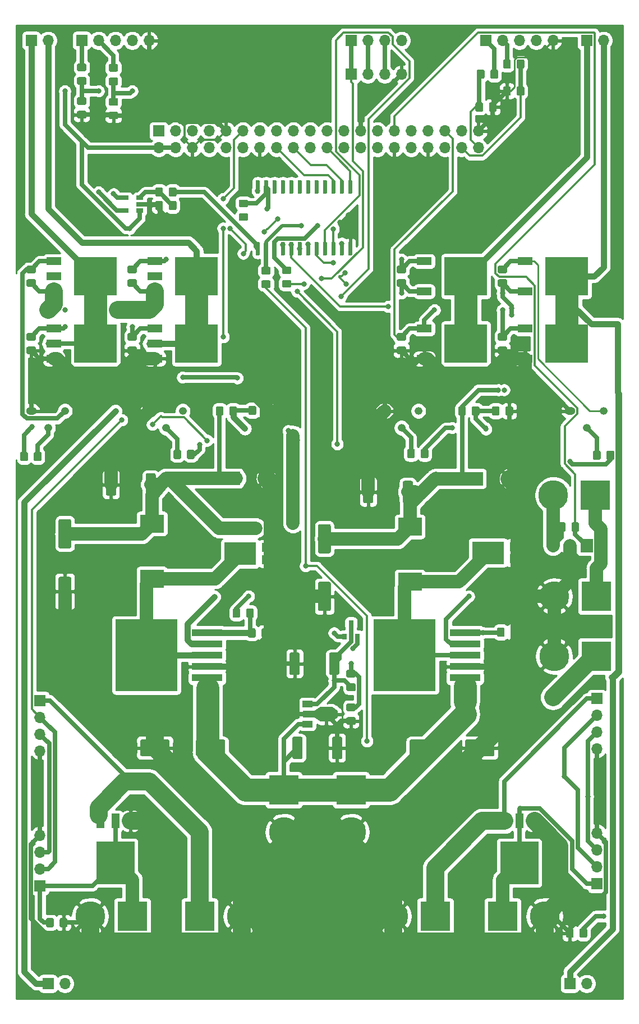
<source format=gbr>
G04 #@! TF.GenerationSoftware,KiCad,Pcbnew,(5.1.5)-3*
G04 #@! TF.CreationDate,2020-03-15T20:30:40+01:00*
G04 #@! TF.ProjectId,TFG_PCB,5446475f-5043-4422-9e6b-696361645f70,rev?*
G04 #@! TF.SameCoordinates,Original*
G04 #@! TF.FileFunction,Copper,L1,Top*
G04 #@! TF.FilePolarity,Positive*
%FSLAX46Y46*%
G04 Gerber Fmt 4.6, Leading zero omitted, Abs format (unit mm)*
G04 Created by KiCad (PCBNEW (5.1.5)-3) date 2020-03-15 20:30:40*
%MOMM*%
%LPD*%
G04 APERTURE LIST*
%ADD10R,1.700000X1.700000*%
%ADD11O,1.700000X1.700000*%
%ADD12R,2.200000X1.200000*%
%ADD13R,6.400000X5.800000*%
%ADD14C,0.100000*%
%ADD15R,4.860000X3.360000*%
%ADD16R,1.400000X1.390000*%
%ADD17R,2.000000X2.000000*%
%ADD18C,2.000000*%
%ADD19R,1.060000X0.650000*%
%ADD20C,4.500880*%
%ADD21R,4.500880X4.500880*%
%ADD22R,3.600000X2.700000*%
%ADD23R,1.905000X2.000000*%
%ADD24O,1.905000X2.000000*%
%ADD25R,1.200000X2.200000*%
%ADD26R,5.800000X6.400000*%
%ADD27R,0.800000X0.900000*%
%ADD28O,1.200000X1.200000*%
%ADD29O,1.600000X1.200000*%
%ADD30R,1.500000X1.000000*%
%ADD31R,1.800000X1.000000*%
%ADD32R,1.840000X2.200000*%
%ADD33R,9.400000X10.800000*%
%ADD34R,4.600000X1.100000*%
%ADD35C,0.800000*%
%ADD36C,3.500000*%
%ADD37C,0.650000*%
%ADD38C,0.700000*%
%ADD39C,2.750000*%
%ADD40C,2.000000*%
%ADD41C,0.950000*%
%ADD42C,0.250000*%
%ADD43C,0.300000*%
%ADD44C,0.500000*%
%ADD45C,0.254000*%
G04 APERTURE END LIST*
D10*
X57336373Y-41589138D03*
D11*
X57336373Y-44129138D03*
X59876373Y-41589138D03*
X59876373Y-44129138D03*
X62416373Y-41589138D03*
X62416373Y-44129138D03*
X64956373Y-41589138D03*
X64956373Y-44129138D03*
X67496373Y-41589138D03*
X67496373Y-44129138D03*
X70036373Y-41589138D03*
X70036373Y-44129138D03*
X72576373Y-41589138D03*
X72576373Y-44129138D03*
X75116373Y-41589138D03*
X75116373Y-44129138D03*
X77656373Y-41589138D03*
X77656373Y-44129138D03*
X80196373Y-41589138D03*
X80196373Y-44129138D03*
X82736373Y-41589138D03*
X82736373Y-44129138D03*
X85276373Y-41589138D03*
X85276373Y-44129138D03*
X87816373Y-41589138D03*
X87816373Y-44129138D03*
X90356373Y-41589138D03*
X90356373Y-44129138D03*
X92896373Y-41589138D03*
X92896373Y-44129138D03*
X95436373Y-41589138D03*
X95436373Y-44129138D03*
X97976373Y-41589138D03*
X97976373Y-44129138D03*
X100516373Y-41589138D03*
X100516373Y-44129138D03*
X103056373Y-41589138D03*
X103056373Y-44129138D03*
X105596373Y-41589138D03*
X105596373Y-44129138D03*
D12*
X97400000Y-71380000D03*
X97400000Y-75940000D03*
D13*
X103700000Y-73660000D03*
X103700000Y-63500000D03*
D12*
X97400000Y-65780000D03*
X97400000Y-61220000D03*
X112640000Y-61220000D03*
X112640000Y-65780000D03*
D13*
X118940000Y-63500000D03*
X118940000Y-73660000D03*
D12*
X112640000Y-75940000D03*
X112640000Y-71380000D03*
G04 #@! TA.AperFunction,SMDPad,CuDef*
D14*
G36*
X72439741Y-58310007D02*
G01*
X72454302Y-58312167D01*
X72468581Y-58315744D01*
X72482441Y-58320703D01*
X72495748Y-58326997D01*
X72508374Y-58334565D01*
X72520197Y-58343333D01*
X72531104Y-58353219D01*
X72540990Y-58364126D01*
X72549758Y-58375949D01*
X72557326Y-58388575D01*
X72563620Y-58401882D01*
X72568579Y-58415742D01*
X72572156Y-58430021D01*
X72574316Y-58444582D01*
X72575038Y-58459285D01*
X72575038Y-60209285D01*
X72574316Y-60223988D01*
X72572156Y-60238549D01*
X72568579Y-60252828D01*
X72563620Y-60266688D01*
X72557326Y-60279995D01*
X72549758Y-60292621D01*
X72540990Y-60304444D01*
X72531104Y-60315351D01*
X72520197Y-60325237D01*
X72508374Y-60334005D01*
X72495748Y-60341573D01*
X72482441Y-60347867D01*
X72468581Y-60352826D01*
X72454302Y-60356403D01*
X72439741Y-60358563D01*
X72425038Y-60359285D01*
X72125038Y-60359285D01*
X72110335Y-60358563D01*
X72095774Y-60356403D01*
X72081495Y-60352826D01*
X72067635Y-60347867D01*
X72054328Y-60341573D01*
X72041702Y-60334005D01*
X72029879Y-60325237D01*
X72018972Y-60315351D01*
X72009086Y-60304444D01*
X72000318Y-60292621D01*
X71992750Y-60279995D01*
X71986456Y-60266688D01*
X71981497Y-60252828D01*
X71977920Y-60238549D01*
X71975760Y-60223988D01*
X71975038Y-60209285D01*
X71975038Y-58459285D01*
X71975760Y-58444582D01*
X71977920Y-58430021D01*
X71981497Y-58415742D01*
X71986456Y-58401882D01*
X71992750Y-58388575D01*
X72000318Y-58375949D01*
X72009086Y-58364126D01*
X72018972Y-58353219D01*
X72029879Y-58343333D01*
X72041702Y-58334565D01*
X72054328Y-58326997D01*
X72067635Y-58320703D01*
X72081495Y-58315744D01*
X72095774Y-58312167D01*
X72110335Y-58310007D01*
X72125038Y-58309285D01*
X72425038Y-58309285D01*
X72439741Y-58310007D01*
G37*
G04 #@! TD.AperFunction*
G04 #@! TA.AperFunction,SMDPad,CuDef*
G36*
X73709741Y-58310007D02*
G01*
X73724302Y-58312167D01*
X73738581Y-58315744D01*
X73752441Y-58320703D01*
X73765748Y-58326997D01*
X73778374Y-58334565D01*
X73790197Y-58343333D01*
X73801104Y-58353219D01*
X73810990Y-58364126D01*
X73819758Y-58375949D01*
X73827326Y-58388575D01*
X73833620Y-58401882D01*
X73838579Y-58415742D01*
X73842156Y-58430021D01*
X73844316Y-58444582D01*
X73845038Y-58459285D01*
X73845038Y-60209285D01*
X73844316Y-60223988D01*
X73842156Y-60238549D01*
X73838579Y-60252828D01*
X73833620Y-60266688D01*
X73827326Y-60279995D01*
X73819758Y-60292621D01*
X73810990Y-60304444D01*
X73801104Y-60315351D01*
X73790197Y-60325237D01*
X73778374Y-60334005D01*
X73765748Y-60341573D01*
X73752441Y-60347867D01*
X73738581Y-60352826D01*
X73724302Y-60356403D01*
X73709741Y-60358563D01*
X73695038Y-60359285D01*
X73395038Y-60359285D01*
X73380335Y-60358563D01*
X73365774Y-60356403D01*
X73351495Y-60352826D01*
X73337635Y-60347867D01*
X73324328Y-60341573D01*
X73311702Y-60334005D01*
X73299879Y-60325237D01*
X73288972Y-60315351D01*
X73279086Y-60304444D01*
X73270318Y-60292621D01*
X73262750Y-60279995D01*
X73256456Y-60266688D01*
X73251497Y-60252828D01*
X73247920Y-60238549D01*
X73245760Y-60223988D01*
X73245038Y-60209285D01*
X73245038Y-58459285D01*
X73245760Y-58444582D01*
X73247920Y-58430021D01*
X73251497Y-58415742D01*
X73256456Y-58401882D01*
X73262750Y-58388575D01*
X73270318Y-58375949D01*
X73279086Y-58364126D01*
X73288972Y-58353219D01*
X73299879Y-58343333D01*
X73311702Y-58334565D01*
X73324328Y-58326997D01*
X73337635Y-58320703D01*
X73351495Y-58315744D01*
X73365774Y-58312167D01*
X73380335Y-58310007D01*
X73395038Y-58309285D01*
X73695038Y-58309285D01*
X73709741Y-58310007D01*
G37*
G04 #@! TD.AperFunction*
G04 #@! TA.AperFunction,SMDPad,CuDef*
G36*
X74979741Y-58310007D02*
G01*
X74994302Y-58312167D01*
X75008581Y-58315744D01*
X75022441Y-58320703D01*
X75035748Y-58326997D01*
X75048374Y-58334565D01*
X75060197Y-58343333D01*
X75071104Y-58353219D01*
X75080990Y-58364126D01*
X75089758Y-58375949D01*
X75097326Y-58388575D01*
X75103620Y-58401882D01*
X75108579Y-58415742D01*
X75112156Y-58430021D01*
X75114316Y-58444582D01*
X75115038Y-58459285D01*
X75115038Y-60209285D01*
X75114316Y-60223988D01*
X75112156Y-60238549D01*
X75108579Y-60252828D01*
X75103620Y-60266688D01*
X75097326Y-60279995D01*
X75089758Y-60292621D01*
X75080990Y-60304444D01*
X75071104Y-60315351D01*
X75060197Y-60325237D01*
X75048374Y-60334005D01*
X75035748Y-60341573D01*
X75022441Y-60347867D01*
X75008581Y-60352826D01*
X74994302Y-60356403D01*
X74979741Y-60358563D01*
X74965038Y-60359285D01*
X74665038Y-60359285D01*
X74650335Y-60358563D01*
X74635774Y-60356403D01*
X74621495Y-60352826D01*
X74607635Y-60347867D01*
X74594328Y-60341573D01*
X74581702Y-60334005D01*
X74569879Y-60325237D01*
X74558972Y-60315351D01*
X74549086Y-60304444D01*
X74540318Y-60292621D01*
X74532750Y-60279995D01*
X74526456Y-60266688D01*
X74521497Y-60252828D01*
X74517920Y-60238549D01*
X74515760Y-60223988D01*
X74515038Y-60209285D01*
X74515038Y-58459285D01*
X74515760Y-58444582D01*
X74517920Y-58430021D01*
X74521497Y-58415742D01*
X74526456Y-58401882D01*
X74532750Y-58388575D01*
X74540318Y-58375949D01*
X74549086Y-58364126D01*
X74558972Y-58353219D01*
X74569879Y-58343333D01*
X74581702Y-58334565D01*
X74594328Y-58326997D01*
X74607635Y-58320703D01*
X74621495Y-58315744D01*
X74635774Y-58312167D01*
X74650335Y-58310007D01*
X74665038Y-58309285D01*
X74965038Y-58309285D01*
X74979741Y-58310007D01*
G37*
G04 #@! TD.AperFunction*
G04 #@! TA.AperFunction,SMDPad,CuDef*
G36*
X76249741Y-58310007D02*
G01*
X76264302Y-58312167D01*
X76278581Y-58315744D01*
X76292441Y-58320703D01*
X76305748Y-58326997D01*
X76318374Y-58334565D01*
X76330197Y-58343333D01*
X76341104Y-58353219D01*
X76350990Y-58364126D01*
X76359758Y-58375949D01*
X76367326Y-58388575D01*
X76373620Y-58401882D01*
X76378579Y-58415742D01*
X76382156Y-58430021D01*
X76384316Y-58444582D01*
X76385038Y-58459285D01*
X76385038Y-60209285D01*
X76384316Y-60223988D01*
X76382156Y-60238549D01*
X76378579Y-60252828D01*
X76373620Y-60266688D01*
X76367326Y-60279995D01*
X76359758Y-60292621D01*
X76350990Y-60304444D01*
X76341104Y-60315351D01*
X76330197Y-60325237D01*
X76318374Y-60334005D01*
X76305748Y-60341573D01*
X76292441Y-60347867D01*
X76278581Y-60352826D01*
X76264302Y-60356403D01*
X76249741Y-60358563D01*
X76235038Y-60359285D01*
X75935038Y-60359285D01*
X75920335Y-60358563D01*
X75905774Y-60356403D01*
X75891495Y-60352826D01*
X75877635Y-60347867D01*
X75864328Y-60341573D01*
X75851702Y-60334005D01*
X75839879Y-60325237D01*
X75828972Y-60315351D01*
X75819086Y-60304444D01*
X75810318Y-60292621D01*
X75802750Y-60279995D01*
X75796456Y-60266688D01*
X75791497Y-60252828D01*
X75787920Y-60238549D01*
X75785760Y-60223988D01*
X75785038Y-60209285D01*
X75785038Y-58459285D01*
X75785760Y-58444582D01*
X75787920Y-58430021D01*
X75791497Y-58415742D01*
X75796456Y-58401882D01*
X75802750Y-58388575D01*
X75810318Y-58375949D01*
X75819086Y-58364126D01*
X75828972Y-58353219D01*
X75839879Y-58343333D01*
X75851702Y-58334565D01*
X75864328Y-58326997D01*
X75877635Y-58320703D01*
X75891495Y-58315744D01*
X75905774Y-58312167D01*
X75920335Y-58310007D01*
X75935038Y-58309285D01*
X76235038Y-58309285D01*
X76249741Y-58310007D01*
G37*
G04 #@! TD.AperFunction*
G04 #@! TA.AperFunction,SMDPad,CuDef*
G36*
X77519741Y-58310007D02*
G01*
X77534302Y-58312167D01*
X77548581Y-58315744D01*
X77562441Y-58320703D01*
X77575748Y-58326997D01*
X77588374Y-58334565D01*
X77600197Y-58343333D01*
X77611104Y-58353219D01*
X77620990Y-58364126D01*
X77629758Y-58375949D01*
X77637326Y-58388575D01*
X77643620Y-58401882D01*
X77648579Y-58415742D01*
X77652156Y-58430021D01*
X77654316Y-58444582D01*
X77655038Y-58459285D01*
X77655038Y-60209285D01*
X77654316Y-60223988D01*
X77652156Y-60238549D01*
X77648579Y-60252828D01*
X77643620Y-60266688D01*
X77637326Y-60279995D01*
X77629758Y-60292621D01*
X77620990Y-60304444D01*
X77611104Y-60315351D01*
X77600197Y-60325237D01*
X77588374Y-60334005D01*
X77575748Y-60341573D01*
X77562441Y-60347867D01*
X77548581Y-60352826D01*
X77534302Y-60356403D01*
X77519741Y-60358563D01*
X77505038Y-60359285D01*
X77205038Y-60359285D01*
X77190335Y-60358563D01*
X77175774Y-60356403D01*
X77161495Y-60352826D01*
X77147635Y-60347867D01*
X77134328Y-60341573D01*
X77121702Y-60334005D01*
X77109879Y-60325237D01*
X77098972Y-60315351D01*
X77089086Y-60304444D01*
X77080318Y-60292621D01*
X77072750Y-60279995D01*
X77066456Y-60266688D01*
X77061497Y-60252828D01*
X77057920Y-60238549D01*
X77055760Y-60223988D01*
X77055038Y-60209285D01*
X77055038Y-58459285D01*
X77055760Y-58444582D01*
X77057920Y-58430021D01*
X77061497Y-58415742D01*
X77066456Y-58401882D01*
X77072750Y-58388575D01*
X77080318Y-58375949D01*
X77089086Y-58364126D01*
X77098972Y-58353219D01*
X77109879Y-58343333D01*
X77121702Y-58334565D01*
X77134328Y-58326997D01*
X77147635Y-58320703D01*
X77161495Y-58315744D01*
X77175774Y-58312167D01*
X77190335Y-58310007D01*
X77205038Y-58309285D01*
X77505038Y-58309285D01*
X77519741Y-58310007D01*
G37*
G04 #@! TD.AperFunction*
G04 #@! TA.AperFunction,SMDPad,CuDef*
G36*
X78789741Y-58310007D02*
G01*
X78804302Y-58312167D01*
X78818581Y-58315744D01*
X78832441Y-58320703D01*
X78845748Y-58326997D01*
X78858374Y-58334565D01*
X78870197Y-58343333D01*
X78881104Y-58353219D01*
X78890990Y-58364126D01*
X78899758Y-58375949D01*
X78907326Y-58388575D01*
X78913620Y-58401882D01*
X78918579Y-58415742D01*
X78922156Y-58430021D01*
X78924316Y-58444582D01*
X78925038Y-58459285D01*
X78925038Y-60209285D01*
X78924316Y-60223988D01*
X78922156Y-60238549D01*
X78918579Y-60252828D01*
X78913620Y-60266688D01*
X78907326Y-60279995D01*
X78899758Y-60292621D01*
X78890990Y-60304444D01*
X78881104Y-60315351D01*
X78870197Y-60325237D01*
X78858374Y-60334005D01*
X78845748Y-60341573D01*
X78832441Y-60347867D01*
X78818581Y-60352826D01*
X78804302Y-60356403D01*
X78789741Y-60358563D01*
X78775038Y-60359285D01*
X78475038Y-60359285D01*
X78460335Y-60358563D01*
X78445774Y-60356403D01*
X78431495Y-60352826D01*
X78417635Y-60347867D01*
X78404328Y-60341573D01*
X78391702Y-60334005D01*
X78379879Y-60325237D01*
X78368972Y-60315351D01*
X78359086Y-60304444D01*
X78350318Y-60292621D01*
X78342750Y-60279995D01*
X78336456Y-60266688D01*
X78331497Y-60252828D01*
X78327920Y-60238549D01*
X78325760Y-60223988D01*
X78325038Y-60209285D01*
X78325038Y-58459285D01*
X78325760Y-58444582D01*
X78327920Y-58430021D01*
X78331497Y-58415742D01*
X78336456Y-58401882D01*
X78342750Y-58388575D01*
X78350318Y-58375949D01*
X78359086Y-58364126D01*
X78368972Y-58353219D01*
X78379879Y-58343333D01*
X78391702Y-58334565D01*
X78404328Y-58326997D01*
X78417635Y-58320703D01*
X78431495Y-58315744D01*
X78445774Y-58312167D01*
X78460335Y-58310007D01*
X78475038Y-58309285D01*
X78775038Y-58309285D01*
X78789741Y-58310007D01*
G37*
G04 #@! TD.AperFunction*
G04 #@! TA.AperFunction,SMDPad,CuDef*
G36*
X80059741Y-58310007D02*
G01*
X80074302Y-58312167D01*
X80088581Y-58315744D01*
X80102441Y-58320703D01*
X80115748Y-58326997D01*
X80128374Y-58334565D01*
X80140197Y-58343333D01*
X80151104Y-58353219D01*
X80160990Y-58364126D01*
X80169758Y-58375949D01*
X80177326Y-58388575D01*
X80183620Y-58401882D01*
X80188579Y-58415742D01*
X80192156Y-58430021D01*
X80194316Y-58444582D01*
X80195038Y-58459285D01*
X80195038Y-60209285D01*
X80194316Y-60223988D01*
X80192156Y-60238549D01*
X80188579Y-60252828D01*
X80183620Y-60266688D01*
X80177326Y-60279995D01*
X80169758Y-60292621D01*
X80160990Y-60304444D01*
X80151104Y-60315351D01*
X80140197Y-60325237D01*
X80128374Y-60334005D01*
X80115748Y-60341573D01*
X80102441Y-60347867D01*
X80088581Y-60352826D01*
X80074302Y-60356403D01*
X80059741Y-60358563D01*
X80045038Y-60359285D01*
X79745038Y-60359285D01*
X79730335Y-60358563D01*
X79715774Y-60356403D01*
X79701495Y-60352826D01*
X79687635Y-60347867D01*
X79674328Y-60341573D01*
X79661702Y-60334005D01*
X79649879Y-60325237D01*
X79638972Y-60315351D01*
X79629086Y-60304444D01*
X79620318Y-60292621D01*
X79612750Y-60279995D01*
X79606456Y-60266688D01*
X79601497Y-60252828D01*
X79597920Y-60238549D01*
X79595760Y-60223988D01*
X79595038Y-60209285D01*
X79595038Y-58459285D01*
X79595760Y-58444582D01*
X79597920Y-58430021D01*
X79601497Y-58415742D01*
X79606456Y-58401882D01*
X79612750Y-58388575D01*
X79620318Y-58375949D01*
X79629086Y-58364126D01*
X79638972Y-58353219D01*
X79649879Y-58343333D01*
X79661702Y-58334565D01*
X79674328Y-58326997D01*
X79687635Y-58320703D01*
X79701495Y-58315744D01*
X79715774Y-58312167D01*
X79730335Y-58310007D01*
X79745038Y-58309285D01*
X80045038Y-58309285D01*
X80059741Y-58310007D01*
G37*
G04 #@! TD.AperFunction*
G04 #@! TA.AperFunction,SMDPad,CuDef*
G36*
X81329741Y-58310007D02*
G01*
X81344302Y-58312167D01*
X81358581Y-58315744D01*
X81372441Y-58320703D01*
X81385748Y-58326997D01*
X81398374Y-58334565D01*
X81410197Y-58343333D01*
X81421104Y-58353219D01*
X81430990Y-58364126D01*
X81439758Y-58375949D01*
X81447326Y-58388575D01*
X81453620Y-58401882D01*
X81458579Y-58415742D01*
X81462156Y-58430021D01*
X81464316Y-58444582D01*
X81465038Y-58459285D01*
X81465038Y-60209285D01*
X81464316Y-60223988D01*
X81462156Y-60238549D01*
X81458579Y-60252828D01*
X81453620Y-60266688D01*
X81447326Y-60279995D01*
X81439758Y-60292621D01*
X81430990Y-60304444D01*
X81421104Y-60315351D01*
X81410197Y-60325237D01*
X81398374Y-60334005D01*
X81385748Y-60341573D01*
X81372441Y-60347867D01*
X81358581Y-60352826D01*
X81344302Y-60356403D01*
X81329741Y-60358563D01*
X81315038Y-60359285D01*
X81015038Y-60359285D01*
X81000335Y-60358563D01*
X80985774Y-60356403D01*
X80971495Y-60352826D01*
X80957635Y-60347867D01*
X80944328Y-60341573D01*
X80931702Y-60334005D01*
X80919879Y-60325237D01*
X80908972Y-60315351D01*
X80899086Y-60304444D01*
X80890318Y-60292621D01*
X80882750Y-60279995D01*
X80876456Y-60266688D01*
X80871497Y-60252828D01*
X80867920Y-60238549D01*
X80865760Y-60223988D01*
X80865038Y-60209285D01*
X80865038Y-58459285D01*
X80865760Y-58444582D01*
X80867920Y-58430021D01*
X80871497Y-58415742D01*
X80876456Y-58401882D01*
X80882750Y-58388575D01*
X80890318Y-58375949D01*
X80899086Y-58364126D01*
X80908972Y-58353219D01*
X80919879Y-58343333D01*
X80931702Y-58334565D01*
X80944328Y-58326997D01*
X80957635Y-58320703D01*
X80971495Y-58315744D01*
X80985774Y-58312167D01*
X81000335Y-58310007D01*
X81015038Y-58309285D01*
X81315038Y-58309285D01*
X81329741Y-58310007D01*
G37*
G04 #@! TD.AperFunction*
G04 #@! TA.AperFunction,SMDPad,CuDef*
G36*
X82599741Y-58310007D02*
G01*
X82614302Y-58312167D01*
X82628581Y-58315744D01*
X82642441Y-58320703D01*
X82655748Y-58326997D01*
X82668374Y-58334565D01*
X82680197Y-58343333D01*
X82691104Y-58353219D01*
X82700990Y-58364126D01*
X82709758Y-58375949D01*
X82717326Y-58388575D01*
X82723620Y-58401882D01*
X82728579Y-58415742D01*
X82732156Y-58430021D01*
X82734316Y-58444582D01*
X82735038Y-58459285D01*
X82735038Y-60209285D01*
X82734316Y-60223988D01*
X82732156Y-60238549D01*
X82728579Y-60252828D01*
X82723620Y-60266688D01*
X82717326Y-60279995D01*
X82709758Y-60292621D01*
X82700990Y-60304444D01*
X82691104Y-60315351D01*
X82680197Y-60325237D01*
X82668374Y-60334005D01*
X82655748Y-60341573D01*
X82642441Y-60347867D01*
X82628581Y-60352826D01*
X82614302Y-60356403D01*
X82599741Y-60358563D01*
X82585038Y-60359285D01*
X82285038Y-60359285D01*
X82270335Y-60358563D01*
X82255774Y-60356403D01*
X82241495Y-60352826D01*
X82227635Y-60347867D01*
X82214328Y-60341573D01*
X82201702Y-60334005D01*
X82189879Y-60325237D01*
X82178972Y-60315351D01*
X82169086Y-60304444D01*
X82160318Y-60292621D01*
X82152750Y-60279995D01*
X82146456Y-60266688D01*
X82141497Y-60252828D01*
X82137920Y-60238549D01*
X82135760Y-60223988D01*
X82135038Y-60209285D01*
X82135038Y-58459285D01*
X82135760Y-58444582D01*
X82137920Y-58430021D01*
X82141497Y-58415742D01*
X82146456Y-58401882D01*
X82152750Y-58388575D01*
X82160318Y-58375949D01*
X82169086Y-58364126D01*
X82178972Y-58353219D01*
X82189879Y-58343333D01*
X82201702Y-58334565D01*
X82214328Y-58326997D01*
X82227635Y-58320703D01*
X82241495Y-58315744D01*
X82255774Y-58312167D01*
X82270335Y-58310007D01*
X82285038Y-58309285D01*
X82585038Y-58309285D01*
X82599741Y-58310007D01*
G37*
G04 #@! TD.AperFunction*
G04 #@! TA.AperFunction,SMDPad,CuDef*
G36*
X83869741Y-58310007D02*
G01*
X83884302Y-58312167D01*
X83898581Y-58315744D01*
X83912441Y-58320703D01*
X83925748Y-58326997D01*
X83938374Y-58334565D01*
X83950197Y-58343333D01*
X83961104Y-58353219D01*
X83970990Y-58364126D01*
X83979758Y-58375949D01*
X83987326Y-58388575D01*
X83993620Y-58401882D01*
X83998579Y-58415742D01*
X84002156Y-58430021D01*
X84004316Y-58444582D01*
X84005038Y-58459285D01*
X84005038Y-60209285D01*
X84004316Y-60223988D01*
X84002156Y-60238549D01*
X83998579Y-60252828D01*
X83993620Y-60266688D01*
X83987326Y-60279995D01*
X83979758Y-60292621D01*
X83970990Y-60304444D01*
X83961104Y-60315351D01*
X83950197Y-60325237D01*
X83938374Y-60334005D01*
X83925748Y-60341573D01*
X83912441Y-60347867D01*
X83898581Y-60352826D01*
X83884302Y-60356403D01*
X83869741Y-60358563D01*
X83855038Y-60359285D01*
X83555038Y-60359285D01*
X83540335Y-60358563D01*
X83525774Y-60356403D01*
X83511495Y-60352826D01*
X83497635Y-60347867D01*
X83484328Y-60341573D01*
X83471702Y-60334005D01*
X83459879Y-60325237D01*
X83448972Y-60315351D01*
X83439086Y-60304444D01*
X83430318Y-60292621D01*
X83422750Y-60279995D01*
X83416456Y-60266688D01*
X83411497Y-60252828D01*
X83407920Y-60238549D01*
X83405760Y-60223988D01*
X83405038Y-60209285D01*
X83405038Y-58459285D01*
X83405760Y-58444582D01*
X83407920Y-58430021D01*
X83411497Y-58415742D01*
X83416456Y-58401882D01*
X83422750Y-58388575D01*
X83430318Y-58375949D01*
X83439086Y-58364126D01*
X83448972Y-58353219D01*
X83459879Y-58343333D01*
X83471702Y-58334565D01*
X83484328Y-58326997D01*
X83497635Y-58320703D01*
X83511495Y-58315744D01*
X83525774Y-58312167D01*
X83540335Y-58310007D01*
X83555038Y-58309285D01*
X83855038Y-58309285D01*
X83869741Y-58310007D01*
G37*
G04 #@! TD.AperFunction*
G04 #@! TA.AperFunction,SMDPad,CuDef*
G36*
X85139741Y-58310007D02*
G01*
X85154302Y-58312167D01*
X85168581Y-58315744D01*
X85182441Y-58320703D01*
X85195748Y-58326997D01*
X85208374Y-58334565D01*
X85220197Y-58343333D01*
X85231104Y-58353219D01*
X85240990Y-58364126D01*
X85249758Y-58375949D01*
X85257326Y-58388575D01*
X85263620Y-58401882D01*
X85268579Y-58415742D01*
X85272156Y-58430021D01*
X85274316Y-58444582D01*
X85275038Y-58459285D01*
X85275038Y-60209285D01*
X85274316Y-60223988D01*
X85272156Y-60238549D01*
X85268579Y-60252828D01*
X85263620Y-60266688D01*
X85257326Y-60279995D01*
X85249758Y-60292621D01*
X85240990Y-60304444D01*
X85231104Y-60315351D01*
X85220197Y-60325237D01*
X85208374Y-60334005D01*
X85195748Y-60341573D01*
X85182441Y-60347867D01*
X85168581Y-60352826D01*
X85154302Y-60356403D01*
X85139741Y-60358563D01*
X85125038Y-60359285D01*
X84825038Y-60359285D01*
X84810335Y-60358563D01*
X84795774Y-60356403D01*
X84781495Y-60352826D01*
X84767635Y-60347867D01*
X84754328Y-60341573D01*
X84741702Y-60334005D01*
X84729879Y-60325237D01*
X84718972Y-60315351D01*
X84709086Y-60304444D01*
X84700318Y-60292621D01*
X84692750Y-60279995D01*
X84686456Y-60266688D01*
X84681497Y-60252828D01*
X84677920Y-60238549D01*
X84675760Y-60223988D01*
X84675038Y-60209285D01*
X84675038Y-58459285D01*
X84675760Y-58444582D01*
X84677920Y-58430021D01*
X84681497Y-58415742D01*
X84686456Y-58401882D01*
X84692750Y-58388575D01*
X84700318Y-58375949D01*
X84709086Y-58364126D01*
X84718972Y-58353219D01*
X84729879Y-58343333D01*
X84741702Y-58334565D01*
X84754328Y-58326997D01*
X84767635Y-58320703D01*
X84781495Y-58315744D01*
X84795774Y-58312167D01*
X84810335Y-58310007D01*
X84825038Y-58309285D01*
X85125038Y-58309285D01*
X85139741Y-58310007D01*
G37*
G04 #@! TD.AperFunction*
G04 #@! TA.AperFunction,SMDPad,CuDef*
G36*
X86409741Y-58310007D02*
G01*
X86424302Y-58312167D01*
X86438581Y-58315744D01*
X86452441Y-58320703D01*
X86465748Y-58326997D01*
X86478374Y-58334565D01*
X86490197Y-58343333D01*
X86501104Y-58353219D01*
X86510990Y-58364126D01*
X86519758Y-58375949D01*
X86527326Y-58388575D01*
X86533620Y-58401882D01*
X86538579Y-58415742D01*
X86542156Y-58430021D01*
X86544316Y-58444582D01*
X86545038Y-58459285D01*
X86545038Y-60209285D01*
X86544316Y-60223988D01*
X86542156Y-60238549D01*
X86538579Y-60252828D01*
X86533620Y-60266688D01*
X86527326Y-60279995D01*
X86519758Y-60292621D01*
X86510990Y-60304444D01*
X86501104Y-60315351D01*
X86490197Y-60325237D01*
X86478374Y-60334005D01*
X86465748Y-60341573D01*
X86452441Y-60347867D01*
X86438581Y-60352826D01*
X86424302Y-60356403D01*
X86409741Y-60358563D01*
X86395038Y-60359285D01*
X86095038Y-60359285D01*
X86080335Y-60358563D01*
X86065774Y-60356403D01*
X86051495Y-60352826D01*
X86037635Y-60347867D01*
X86024328Y-60341573D01*
X86011702Y-60334005D01*
X85999879Y-60325237D01*
X85988972Y-60315351D01*
X85979086Y-60304444D01*
X85970318Y-60292621D01*
X85962750Y-60279995D01*
X85956456Y-60266688D01*
X85951497Y-60252828D01*
X85947920Y-60238549D01*
X85945760Y-60223988D01*
X85945038Y-60209285D01*
X85945038Y-58459285D01*
X85945760Y-58444582D01*
X85947920Y-58430021D01*
X85951497Y-58415742D01*
X85956456Y-58401882D01*
X85962750Y-58388575D01*
X85970318Y-58375949D01*
X85979086Y-58364126D01*
X85988972Y-58353219D01*
X85999879Y-58343333D01*
X86011702Y-58334565D01*
X86024328Y-58326997D01*
X86037635Y-58320703D01*
X86051495Y-58315744D01*
X86065774Y-58312167D01*
X86080335Y-58310007D01*
X86095038Y-58309285D01*
X86395038Y-58309285D01*
X86409741Y-58310007D01*
G37*
G04 #@! TD.AperFunction*
G04 #@! TA.AperFunction,SMDPad,CuDef*
G36*
X86409741Y-49010007D02*
G01*
X86424302Y-49012167D01*
X86438581Y-49015744D01*
X86452441Y-49020703D01*
X86465748Y-49026997D01*
X86478374Y-49034565D01*
X86490197Y-49043333D01*
X86501104Y-49053219D01*
X86510990Y-49064126D01*
X86519758Y-49075949D01*
X86527326Y-49088575D01*
X86533620Y-49101882D01*
X86538579Y-49115742D01*
X86542156Y-49130021D01*
X86544316Y-49144582D01*
X86545038Y-49159285D01*
X86545038Y-50909285D01*
X86544316Y-50923988D01*
X86542156Y-50938549D01*
X86538579Y-50952828D01*
X86533620Y-50966688D01*
X86527326Y-50979995D01*
X86519758Y-50992621D01*
X86510990Y-51004444D01*
X86501104Y-51015351D01*
X86490197Y-51025237D01*
X86478374Y-51034005D01*
X86465748Y-51041573D01*
X86452441Y-51047867D01*
X86438581Y-51052826D01*
X86424302Y-51056403D01*
X86409741Y-51058563D01*
X86395038Y-51059285D01*
X86095038Y-51059285D01*
X86080335Y-51058563D01*
X86065774Y-51056403D01*
X86051495Y-51052826D01*
X86037635Y-51047867D01*
X86024328Y-51041573D01*
X86011702Y-51034005D01*
X85999879Y-51025237D01*
X85988972Y-51015351D01*
X85979086Y-51004444D01*
X85970318Y-50992621D01*
X85962750Y-50979995D01*
X85956456Y-50966688D01*
X85951497Y-50952828D01*
X85947920Y-50938549D01*
X85945760Y-50923988D01*
X85945038Y-50909285D01*
X85945038Y-49159285D01*
X85945760Y-49144582D01*
X85947920Y-49130021D01*
X85951497Y-49115742D01*
X85956456Y-49101882D01*
X85962750Y-49088575D01*
X85970318Y-49075949D01*
X85979086Y-49064126D01*
X85988972Y-49053219D01*
X85999879Y-49043333D01*
X86011702Y-49034565D01*
X86024328Y-49026997D01*
X86037635Y-49020703D01*
X86051495Y-49015744D01*
X86065774Y-49012167D01*
X86080335Y-49010007D01*
X86095038Y-49009285D01*
X86395038Y-49009285D01*
X86409741Y-49010007D01*
G37*
G04 #@! TD.AperFunction*
G04 #@! TA.AperFunction,SMDPad,CuDef*
G36*
X85139741Y-49010007D02*
G01*
X85154302Y-49012167D01*
X85168581Y-49015744D01*
X85182441Y-49020703D01*
X85195748Y-49026997D01*
X85208374Y-49034565D01*
X85220197Y-49043333D01*
X85231104Y-49053219D01*
X85240990Y-49064126D01*
X85249758Y-49075949D01*
X85257326Y-49088575D01*
X85263620Y-49101882D01*
X85268579Y-49115742D01*
X85272156Y-49130021D01*
X85274316Y-49144582D01*
X85275038Y-49159285D01*
X85275038Y-50909285D01*
X85274316Y-50923988D01*
X85272156Y-50938549D01*
X85268579Y-50952828D01*
X85263620Y-50966688D01*
X85257326Y-50979995D01*
X85249758Y-50992621D01*
X85240990Y-51004444D01*
X85231104Y-51015351D01*
X85220197Y-51025237D01*
X85208374Y-51034005D01*
X85195748Y-51041573D01*
X85182441Y-51047867D01*
X85168581Y-51052826D01*
X85154302Y-51056403D01*
X85139741Y-51058563D01*
X85125038Y-51059285D01*
X84825038Y-51059285D01*
X84810335Y-51058563D01*
X84795774Y-51056403D01*
X84781495Y-51052826D01*
X84767635Y-51047867D01*
X84754328Y-51041573D01*
X84741702Y-51034005D01*
X84729879Y-51025237D01*
X84718972Y-51015351D01*
X84709086Y-51004444D01*
X84700318Y-50992621D01*
X84692750Y-50979995D01*
X84686456Y-50966688D01*
X84681497Y-50952828D01*
X84677920Y-50938549D01*
X84675760Y-50923988D01*
X84675038Y-50909285D01*
X84675038Y-49159285D01*
X84675760Y-49144582D01*
X84677920Y-49130021D01*
X84681497Y-49115742D01*
X84686456Y-49101882D01*
X84692750Y-49088575D01*
X84700318Y-49075949D01*
X84709086Y-49064126D01*
X84718972Y-49053219D01*
X84729879Y-49043333D01*
X84741702Y-49034565D01*
X84754328Y-49026997D01*
X84767635Y-49020703D01*
X84781495Y-49015744D01*
X84795774Y-49012167D01*
X84810335Y-49010007D01*
X84825038Y-49009285D01*
X85125038Y-49009285D01*
X85139741Y-49010007D01*
G37*
G04 #@! TD.AperFunction*
G04 #@! TA.AperFunction,SMDPad,CuDef*
G36*
X83869741Y-49010007D02*
G01*
X83884302Y-49012167D01*
X83898581Y-49015744D01*
X83912441Y-49020703D01*
X83925748Y-49026997D01*
X83938374Y-49034565D01*
X83950197Y-49043333D01*
X83961104Y-49053219D01*
X83970990Y-49064126D01*
X83979758Y-49075949D01*
X83987326Y-49088575D01*
X83993620Y-49101882D01*
X83998579Y-49115742D01*
X84002156Y-49130021D01*
X84004316Y-49144582D01*
X84005038Y-49159285D01*
X84005038Y-50909285D01*
X84004316Y-50923988D01*
X84002156Y-50938549D01*
X83998579Y-50952828D01*
X83993620Y-50966688D01*
X83987326Y-50979995D01*
X83979758Y-50992621D01*
X83970990Y-51004444D01*
X83961104Y-51015351D01*
X83950197Y-51025237D01*
X83938374Y-51034005D01*
X83925748Y-51041573D01*
X83912441Y-51047867D01*
X83898581Y-51052826D01*
X83884302Y-51056403D01*
X83869741Y-51058563D01*
X83855038Y-51059285D01*
X83555038Y-51059285D01*
X83540335Y-51058563D01*
X83525774Y-51056403D01*
X83511495Y-51052826D01*
X83497635Y-51047867D01*
X83484328Y-51041573D01*
X83471702Y-51034005D01*
X83459879Y-51025237D01*
X83448972Y-51015351D01*
X83439086Y-51004444D01*
X83430318Y-50992621D01*
X83422750Y-50979995D01*
X83416456Y-50966688D01*
X83411497Y-50952828D01*
X83407920Y-50938549D01*
X83405760Y-50923988D01*
X83405038Y-50909285D01*
X83405038Y-49159285D01*
X83405760Y-49144582D01*
X83407920Y-49130021D01*
X83411497Y-49115742D01*
X83416456Y-49101882D01*
X83422750Y-49088575D01*
X83430318Y-49075949D01*
X83439086Y-49064126D01*
X83448972Y-49053219D01*
X83459879Y-49043333D01*
X83471702Y-49034565D01*
X83484328Y-49026997D01*
X83497635Y-49020703D01*
X83511495Y-49015744D01*
X83525774Y-49012167D01*
X83540335Y-49010007D01*
X83555038Y-49009285D01*
X83855038Y-49009285D01*
X83869741Y-49010007D01*
G37*
G04 #@! TD.AperFunction*
G04 #@! TA.AperFunction,SMDPad,CuDef*
G36*
X82599741Y-49010007D02*
G01*
X82614302Y-49012167D01*
X82628581Y-49015744D01*
X82642441Y-49020703D01*
X82655748Y-49026997D01*
X82668374Y-49034565D01*
X82680197Y-49043333D01*
X82691104Y-49053219D01*
X82700990Y-49064126D01*
X82709758Y-49075949D01*
X82717326Y-49088575D01*
X82723620Y-49101882D01*
X82728579Y-49115742D01*
X82732156Y-49130021D01*
X82734316Y-49144582D01*
X82735038Y-49159285D01*
X82735038Y-50909285D01*
X82734316Y-50923988D01*
X82732156Y-50938549D01*
X82728579Y-50952828D01*
X82723620Y-50966688D01*
X82717326Y-50979995D01*
X82709758Y-50992621D01*
X82700990Y-51004444D01*
X82691104Y-51015351D01*
X82680197Y-51025237D01*
X82668374Y-51034005D01*
X82655748Y-51041573D01*
X82642441Y-51047867D01*
X82628581Y-51052826D01*
X82614302Y-51056403D01*
X82599741Y-51058563D01*
X82585038Y-51059285D01*
X82285038Y-51059285D01*
X82270335Y-51058563D01*
X82255774Y-51056403D01*
X82241495Y-51052826D01*
X82227635Y-51047867D01*
X82214328Y-51041573D01*
X82201702Y-51034005D01*
X82189879Y-51025237D01*
X82178972Y-51015351D01*
X82169086Y-51004444D01*
X82160318Y-50992621D01*
X82152750Y-50979995D01*
X82146456Y-50966688D01*
X82141497Y-50952828D01*
X82137920Y-50938549D01*
X82135760Y-50923988D01*
X82135038Y-50909285D01*
X82135038Y-49159285D01*
X82135760Y-49144582D01*
X82137920Y-49130021D01*
X82141497Y-49115742D01*
X82146456Y-49101882D01*
X82152750Y-49088575D01*
X82160318Y-49075949D01*
X82169086Y-49064126D01*
X82178972Y-49053219D01*
X82189879Y-49043333D01*
X82201702Y-49034565D01*
X82214328Y-49026997D01*
X82227635Y-49020703D01*
X82241495Y-49015744D01*
X82255774Y-49012167D01*
X82270335Y-49010007D01*
X82285038Y-49009285D01*
X82585038Y-49009285D01*
X82599741Y-49010007D01*
G37*
G04 #@! TD.AperFunction*
G04 #@! TA.AperFunction,SMDPad,CuDef*
G36*
X81329741Y-49010007D02*
G01*
X81344302Y-49012167D01*
X81358581Y-49015744D01*
X81372441Y-49020703D01*
X81385748Y-49026997D01*
X81398374Y-49034565D01*
X81410197Y-49043333D01*
X81421104Y-49053219D01*
X81430990Y-49064126D01*
X81439758Y-49075949D01*
X81447326Y-49088575D01*
X81453620Y-49101882D01*
X81458579Y-49115742D01*
X81462156Y-49130021D01*
X81464316Y-49144582D01*
X81465038Y-49159285D01*
X81465038Y-50909285D01*
X81464316Y-50923988D01*
X81462156Y-50938549D01*
X81458579Y-50952828D01*
X81453620Y-50966688D01*
X81447326Y-50979995D01*
X81439758Y-50992621D01*
X81430990Y-51004444D01*
X81421104Y-51015351D01*
X81410197Y-51025237D01*
X81398374Y-51034005D01*
X81385748Y-51041573D01*
X81372441Y-51047867D01*
X81358581Y-51052826D01*
X81344302Y-51056403D01*
X81329741Y-51058563D01*
X81315038Y-51059285D01*
X81015038Y-51059285D01*
X81000335Y-51058563D01*
X80985774Y-51056403D01*
X80971495Y-51052826D01*
X80957635Y-51047867D01*
X80944328Y-51041573D01*
X80931702Y-51034005D01*
X80919879Y-51025237D01*
X80908972Y-51015351D01*
X80899086Y-51004444D01*
X80890318Y-50992621D01*
X80882750Y-50979995D01*
X80876456Y-50966688D01*
X80871497Y-50952828D01*
X80867920Y-50938549D01*
X80865760Y-50923988D01*
X80865038Y-50909285D01*
X80865038Y-49159285D01*
X80865760Y-49144582D01*
X80867920Y-49130021D01*
X80871497Y-49115742D01*
X80876456Y-49101882D01*
X80882750Y-49088575D01*
X80890318Y-49075949D01*
X80899086Y-49064126D01*
X80908972Y-49053219D01*
X80919879Y-49043333D01*
X80931702Y-49034565D01*
X80944328Y-49026997D01*
X80957635Y-49020703D01*
X80971495Y-49015744D01*
X80985774Y-49012167D01*
X81000335Y-49010007D01*
X81015038Y-49009285D01*
X81315038Y-49009285D01*
X81329741Y-49010007D01*
G37*
G04 #@! TD.AperFunction*
G04 #@! TA.AperFunction,SMDPad,CuDef*
G36*
X80059741Y-49010007D02*
G01*
X80074302Y-49012167D01*
X80088581Y-49015744D01*
X80102441Y-49020703D01*
X80115748Y-49026997D01*
X80128374Y-49034565D01*
X80140197Y-49043333D01*
X80151104Y-49053219D01*
X80160990Y-49064126D01*
X80169758Y-49075949D01*
X80177326Y-49088575D01*
X80183620Y-49101882D01*
X80188579Y-49115742D01*
X80192156Y-49130021D01*
X80194316Y-49144582D01*
X80195038Y-49159285D01*
X80195038Y-50909285D01*
X80194316Y-50923988D01*
X80192156Y-50938549D01*
X80188579Y-50952828D01*
X80183620Y-50966688D01*
X80177326Y-50979995D01*
X80169758Y-50992621D01*
X80160990Y-51004444D01*
X80151104Y-51015351D01*
X80140197Y-51025237D01*
X80128374Y-51034005D01*
X80115748Y-51041573D01*
X80102441Y-51047867D01*
X80088581Y-51052826D01*
X80074302Y-51056403D01*
X80059741Y-51058563D01*
X80045038Y-51059285D01*
X79745038Y-51059285D01*
X79730335Y-51058563D01*
X79715774Y-51056403D01*
X79701495Y-51052826D01*
X79687635Y-51047867D01*
X79674328Y-51041573D01*
X79661702Y-51034005D01*
X79649879Y-51025237D01*
X79638972Y-51015351D01*
X79629086Y-51004444D01*
X79620318Y-50992621D01*
X79612750Y-50979995D01*
X79606456Y-50966688D01*
X79601497Y-50952828D01*
X79597920Y-50938549D01*
X79595760Y-50923988D01*
X79595038Y-50909285D01*
X79595038Y-49159285D01*
X79595760Y-49144582D01*
X79597920Y-49130021D01*
X79601497Y-49115742D01*
X79606456Y-49101882D01*
X79612750Y-49088575D01*
X79620318Y-49075949D01*
X79629086Y-49064126D01*
X79638972Y-49053219D01*
X79649879Y-49043333D01*
X79661702Y-49034565D01*
X79674328Y-49026997D01*
X79687635Y-49020703D01*
X79701495Y-49015744D01*
X79715774Y-49012167D01*
X79730335Y-49010007D01*
X79745038Y-49009285D01*
X80045038Y-49009285D01*
X80059741Y-49010007D01*
G37*
G04 #@! TD.AperFunction*
G04 #@! TA.AperFunction,SMDPad,CuDef*
G36*
X78789741Y-49010007D02*
G01*
X78804302Y-49012167D01*
X78818581Y-49015744D01*
X78832441Y-49020703D01*
X78845748Y-49026997D01*
X78858374Y-49034565D01*
X78870197Y-49043333D01*
X78881104Y-49053219D01*
X78890990Y-49064126D01*
X78899758Y-49075949D01*
X78907326Y-49088575D01*
X78913620Y-49101882D01*
X78918579Y-49115742D01*
X78922156Y-49130021D01*
X78924316Y-49144582D01*
X78925038Y-49159285D01*
X78925038Y-50909285D01*
X78924316Y-50923988D01*
X78922156Y-50938549D01*
X78918579Y-50952828D01*
X78913620Y-50966688D01*
X78907326Y-50979995D01*
X78899758Y-50992621D01*
X78890990Y-51004444D01*
X78881104Y-51015351D01*
X78870197Y-51025237D01*
X78858374Y-51034005D01*
X78845748Y-51041573D01*
X78832441Y-51047867D01*
X78818581Y-51052826D01*
X78804302Y-51056403D01*
X78789741Y-51058563D01*
X78775038Y-51059285D01*
X78475038Y-51059285D01*
X78460335Y-51058563D01*
X78445774Y-51056403D01*
X78431495Y-51052826D01*
X78417635Y-51047867D01*
X78404328Y-51041573D01*
X78391702Y-51034005D01*
X78379879Y-51025237D01*
X78368972Y-51015351D01*
X78359086Y-51004444D01*
X78350318Y-50992621D01*
X78342750Y-50979995D01*
X78336456Y-50966688D01*
X78331497Y-50952828D01*
X78327920Y-50938549D01*
X78325760Y-50923988D01*
X78325038Y-50909285D01*
X78325038Y-49159285D01*
X78325760Y-49144582D01*
X78327920Y-49130021D01*
X78331497Y-49115742D01*
X78336456Y-49101882D01*
X78342750Y-49088575D01*
X78350318Y-49075949D01*
X78359086Y-49064126D01*
X78368972Y-49053219D01*
X78379879Y-49043333D01*
X78391702Y-49034565D01*
X78404328Y-49026997D01*
X78417635Y-49020703D01*
X78431495Y-49015744D01*
X78445774Y-49012167D01*
X78460335Y-49010007D01*
X78475038Y-49009285D01*
X78775038Y-49009285D01*
X78789741Y-49010007D01*
G37*
G04 #@! TD.AperFunction*
G04 #@! TA.AperFunction,SMDPad,CuDef*
G36*
X77519741Y-49010007D02*
G01*
X77534302Y-49012167D01*
X77548581Y-49015744D01*
X77562441Y-49020703D01*
X77575748Y-49026997D01*
X77588374Y-49034565D01*
X77600197Y-49043333D01*
X77611104Y-49053219D01*
X77620990Y-49064126D01*
X77629758Y-49075949D01*
X77637326Y-49088575D01*
X77643620Y-49101882D01*
X77648579Y-49115742D01*
X77652156Y-49130021D01*
X77654316Y-49144582D01*
X77655038Y-49159285D01*
X77655038Y-50909285D01*
X77654316Y-50923988D01*
X77652156Y-50938549D01*
X77648579Y-50952828D01*
X77643620Y-50966688D01*
X77637326Y-50979995D01*
X77629758Y-50992621D01*
X77620990Y-51004444D01*
X77611104Y-51015351D01*
X77600197Y-51025237D01*
X77588374Y-51034005D01*
X77575748Y-51041573D01*
X77562441Y-51047867D01*
X77548581Y-51052826D01*
X77534302Y-51056403D01*
X77519741Y-51058563D01*
X77505038Y-51059285D01*
X77205038Y-51059285D01*
X77190335Y-51058563D01*
X77175774Y-51056403D01*
X77161495Y-51052826D01*
X77147635Y-51047867D01*
X77134328Y-51041573D01*
X77121702Y-51034005D01*
X77109879Y-51025237D01*
X77098972Y-51015351D01*
X77089086Y-51004444D01*
X77080318Y-50992621D01*
X77072750Y-50979995D01*
X77066456Y-50966688D01*
X77061497Y-50952828D01*
X77057920Y-50938549D01*
X77055760Y-50923988D01*
X77055038Y-50909285D01*
X77055038Y-49159285D01*
X77055760Y-49144582D01*
X77057920Y-49130021D01*
X77061497Y-49115742D01*
X77066456Y-49101882D01*
X77072750Y-49088575D01*
X77080318Y-49075949D01*
X77089086Y-49064126D01*
X77098972Y-49053219D01*
X77109879Y-49043333D01*
X77121702Y-49034565D01*
X77134328Y-49026997D01*
X77147635Y-49020703D01*
X77161495Y-49015744D01*
X77175774Y-49012167D01*
X77190335Y-49010007D01*
X77205038Y-49009285D01*
X77505038Y-49009285D01*
X77519741Y-49010007D01*
G37*
G04 #@! TD.AperFunction*
G04 #@! TA.AperFunction,SMDPad,CuDef*
G36*
X76249741Y-49010007D02*
G01*
X76264302Y-49012167D01*
X76278581Y-49015744D01*
X76292441Y-49020703D01*
X76305748Y-49026997D01*
X76318374Y-49034565D01*
X76330197Y-49043333D01*
X76341104Y-49053219D01*
X76350990Y-49064126D01*
X76359758Y-49075949D01*
X76367326Y-49088575D01*
X76373620Y-49101882D01*
X76378579Y-49115742D01*
X76382156Y-49130021D01*
X76384316Y-49144582D01*
X76385038Y-49159285D01*
X76385038Y-50909285D01*
X76384316Y-50923988D01*
X76382156Y-50938549D01*
X76378579Y-50952828D01*
X76373620Y-50966688D01*
X76367326Y-50979995D01*
X76359758Y-50992621D01*
X76350990Y-51004444D01*
X76341104Y-51015351D01*
X76330197Y-51025237D01*
X76318374Y-51034005D01*
X76305748Y-51041573D01*
X76292441Y-51047867D01*
X76278581Y-51052826D01*
X76264302Y-51056403D01*
X76249741Y-51058563D01*
X76235038Y-51059285D01*
X75935038Y-51059285D01*
X75920335Y-51058563D01*
X75905774Y-51056403D01*
X75891495Y-51052826D01*
X75877635Y-51047867D01*
X75864328Y-51041573D01*
X75851702Y-51034005D01*
X75839879Y-51025237D01*
X75828972Y-51015351D01*
X75819086Y-51004444D01*
X75810318Y-50992621D01*
X75802750Y-50979995D01*
X75796456Y-50966688D01*
X75791497Y-50952828D01*
X75787920Y-50938549D01*
X75785760Y-50923988D01*
X75785038Y-50909285D01*
X75785038Y-49159285D01*
X75785760Y-49144582D01*
X75787920Y-49130021D01*
X75791497Y-49115742D01*
X75796456Y-49101882D01*
X75802750Y-49088575D01*
X75810318Y-49075949D01*
X75819086Y-49064126D01*
X75828972Y-49053219D01*
X75839879Y-49043333D01*
X75851702Y-49034565D01*
X75864328Y-49026997D01*
X75877635Y-49020703D01*
X75891495Y-49015744D01*
X75905774Y-49012167D01*
X75920335Y-49010007D01*
X75935038Y-49009285D01*
X76235038Y-49009285D01*
X76249741Y-49010007D01*
G37*
G04 #@! TD.AperFunction*
G04 #@! TA.AperFunction,SMDPad,CuDef*
G36*
X74979741Y-49010007D02*
G01*
X74994302Y-49012167D01*
X75008581Y-49015744D01*
X75022441Y-49020703D01*
X75035748Y-49026997D01*
X75048374Y-49034565D01*
X75060197Y-49043333D01*
X75071104Y-49053219D01*
X75080990Y-49064126D01*
X75089758Y-49075949D01*
X75097326Y-49088575D01*
X75103620Y-49101882D01*
X75108579Y-49115742D01*
X75112156Y-49130021D01*
X75114316Y-49144582D01*
X75115038Y-49159285D01*
X75115038Y-50909285D01*
X75114316Y-50923988D01*
X75112156Y-50938549D01*
X75108579Y-50952828D01*
X75103620Y-50966688D01*
X75097326Y-50979995D01*
X75089758Y-50992621D01*
X75080990Y-51004444D01*
X75071104Y-51015351D01*
X75060197Y-51025237D01*
X75048374Y-51034005D01*
X75035748Y-51041573D01*
X75022441Y-51047867D01*
X75008581Y-51052826D01*
X74994302Y-51056403D01*
X74979741Y-51058563D01*
X74965038Y-51059285D01*
X74665038Y-51059285D01*
X74650335Y-51058563D01*
X74635774Y-51056403D01*
X74621495Y-51052826D01*
X74607635Y-51047867D01*
X74594328Y-51041573D01*
X74581702Y-51034005D01*
X74569879Y-51025237D01*
X74558972Y-51015351D01*
X74549086Y-51004444D01*
X74540318Y-50992621D01*
X74532750Y-50979995D01*
X74526456Y-50966688D01*
X74521497Y-50952828D01*
X74517920Y-50938549D01*
X74515760Y-50923988D01*
X74515038Y-50909285D01*
X74515038Y-49159285D01*
X74515760Y-49144582D01*
X74517920Y-49130021D01*
X74521497Y-49115742D01*
X74526456Y-49101882D01*
X74532750Y-49088575D01*
X74540318Y-49075949D01*
X74549086Y-49064126D01*
X74558972Y-49053219D01*
X74569879Y-49043333D01*
X74581702Y-49034565D01*
X74594328Y-49026997D01*
X74607635Y-49020703D01*
X74621495Y-49015744D01*
X74635774Y-49012167D01*
X74650335Y-49010007D01*
X74665038Y-49009285D01*
X74965038Y-49009285D01*
X74979741Y-49010007D01*
G37*
G04 #@! TD.AperFunction*
G04 #@! TA.AperFunction,SMDPad,CuDef*
G36*
X73709741Y-49010007D02*
G01*
X73724302Y-49012167D01*
X73738581Y-49015744D01*
X73752441Y-49020703D01*
X73765748Y-49026997D01*
X73778374Y-49034565D01*
X73790197Y-49043333D01*
X73801104Y-49053219D01*
X73810990Y-49064126D01*
X73819758Y-49075949D01*
X73827326Y-49088575D01*
X73833620Y-49101882D01*
X73838579Y-49115742D01*
X73842156Y-49130021D01*
X73844316Y-49144582D01*
X73845038Y-49159285D01*
X73845038Y-50909285D01*
X73844316Y-50923988D01*
X73842156Y-50938549D01*
X73838579Y-50952828D01*
X73833620Y-50966688D01*
X73827326Y-50979995D01*
X73819758Y-50992621D01*
X73810990Y-51004444D01*
X73801104Y-51015351D01*
X73790197Y-51025237D01*
X73778374Y-51034005D01*
X73765748Y-51041573D01*
X73752441Y-51047867D01*
X73738581Y-51052826D01*
X73724302Y-51056403D01*
X73709741Y-51058563D01*
X73695038Y-51059285D01*
X73395038Y-51059285D01*
X73380335Y-51058563D01*
X73365774Y-51056403D01*
X73351495Y-51052826D01*
X73337635Y-51047867D01*
X73324328Y-51041573D01*
X73311702Y-51034005D01*
X73299879Y-51025237D01*
X73288972Y-51015351D01*
X73279086Y-51004444D01*
X73270318Y-50992621D01*
X73262750Y-50979995D01*
X73256456Y-50966688D01*
X73251497Y-50952828D01*
X73247920Y-50938549D01*
X73245760Y-50923988D01*
X73245038Y-50909285D01*
X73245038Y-49159285D01*
X73245760Y-49144582D01*
X73247920Y-49130021D01*
X73251497Y-49115742D01*
X73256456Y-49101882D01*
X73262750Y-49088575D01*
X73270318Y-49075949D01*
X73279086Y-49064126D01*
X73288972Y-49053219D01*
X73299879Y-49043333D01*
X73311702Y-49034565D01*
X73324328Y-49026997D01*
X73337635Y-49020703D01*
X73351495Y-49015744D01*
X73365774Y-49012167D01*
X73380335Y-49010007D01*
X73395038Y-49009285D01*
X73695038Y-49009285D01*
X73709741Y-49010007D01*
G37*
G04 #@! TD.AperFunction*
G04 #@! TA.AperFunction,SMDPad,CuDef*
G36*
X72439741Y-49010007D02*
G01*
X72454302Y-49012167D01*
X72468581Y-49015744D01*
X72482441Y-49020703D01*
X72495748Y-49026997D01*
X72508374Y-49034565D01*
X72520197Y-49043333D01*
X72531104Y-49053219D01*
X72540990Y-49064126D01*
X72549758Y-49075949D01*
X72557326Y-49088575D01*
X72563620Y-49101882D01*
X72568579Y-49115742D01*
X72572156Y-49130021D01*
X72574316Y-49144582D01*
X72575038Y-49159285D01*
X72575038Y-50909285D01*
X72574316Y-50923988D01*
X72572156Y-50938549D01*
X72568579Y-50952828D01*
X72563620Y-50966688D01*
X72557326Y-50979995D01*
X72549758Y-50992621D01*
X72540990Y-51004444D01*
X72531104Y-51015351D01*
X72520197Y-51025237D01*
X72508374Y-51034005D01*
X72495748Y-51041573D01*
X72482441Y-51047867D01*
X72468581Y-51052826D01*
X72454302Y-51056403D01*
X72439741Y-51058563D01*
X72425038Y-51059285D01*
X72125038Y-51059285D01*
X72110335Y-51058563D01*
X72095774Y-51056403D01*
X72081495Y-51052826D01*
X72067635Y-51047867D01*
X72054328Y-51041573D01*
X72041702Y-51034005D01*
X72029879Y-51025237D01*
X72018972Y-51015351D01*
X72009086Y-51004444D01*
X72000318Y-50992621D01*
X71992750Y-50979995D01*
X71986456Y-50966688D01*
X71981497Y-50952828D01*
X71977920Y-50938549D01*
X71975760Y-50923988D01*
X71975038Y-50909285D01*
X71975038Y-49159285D01*
X71975760Y-49144582D01*
X71977920Y-49130021D01*
X71981497Y-49115742D01*
X71986456Y-49101882D01*
X71992750Y-49088575D01*
X72000318Y-49075949D01*
X72009086Y-49064126D01*
X72018972Y-49053219D01*
X72029879Y-49043333D01*
X72041702Y-49034565D01*
X72054328Y-49026997D01*
X72067635Y-49020703D01*
X72081495Y-49015744D01*
X72095774Y-49012167D01*
X72110335Y-49010007D01*
X72125038Y-49009285D01*
X72425038Y-49009285D01*
X72439741Y-49010007D01*
G37*
G04 #@! TD.AperFunction*
G04 #@! TA.AperFunction,SMDPad,CuDef*
G36*
X83077188Y-109586021D02*
G01*
X83101457Y-109589621D01*
X83125255Y-109595582D01*
X83148355Y-109603847D01*
X83170533Y-109614337D01*
X83191577Y-109626950D01*
X83211282Y-109641564D01*
X83229461Y-109658040D01*
X83245937Y-109676219D01*
X83260551Y-109695924D01*
X83273164Y-109716968D01*
X83283654Y-109739146D01*
X83291919Y-109762246D01*
X83297880Y-109786044D01*
X83301480Y-109810313D01*
X83302684Y-109834817D01*
X83302684Y-113734817D01*
X83301480Y-113759321D01*
X83297880Y-113783590D01*
X83291919Y-113807388D01*
X83283654Y-113830488D01*
X83273164Y-113852666D01*
X83260551Y-113873710D01*
X83245937Y-113893415D01*
X83229461Y-113911594D01*
X83211282Y-113928070D01*
X83191577Y-113942684D01*
X83170533Y-113955297D01*
X83148355Y-113965787D01*
X83125255Y-113974052D01*
X83101457Y-113980013D01*
X83077188Y-113983613D01*
X83052684Y-113984817D01*
X81652684Y-113984817D01*
X81628180Y-113983613D01*
X81603911Y-113980013D01*
X81580113Y-113974052D01*
X81557013Y-113965787D01*
X81534835Y-113955297D01*
X81513791Y-113942684D01*
X81494086Y-113928070D01*
X81475907Y-113911594D01*
X81459431Y-113893415D01*
X81444817Y-113873710D01*
X81432204Y-113852666D01*
X81421714Y-113830488D01*
X81413449Y-113807388D01*
X81407488Y-113783590D01*
X81403888Y-113759321D01*
X81402684Y-113734817D01*
X81402684Y-109834817D01*
X81403888Y-109810313D01*
X81407488Y-109786044D01*
X81413449Y-109762246D01*
X81421714Y-109739146D01*
X81432204Y-109716968D01*
X81444817Y-109695924D01*
X81459431Y-109676219D01*
X81475907Y-109658040D01*
X81494086Y-109641564D01*
X81513791Y-109626950D01*
X81534835Y-109614337D01*
X81557013Y-109603847D01*
X81580113Y-109595582D01*
X81603911Y-109589621D01*
X81628180Y-109586021D01*
X81652684Y-109584817D01*
X83052684Y-109584817D01*
X83077188Y-109586021D01*
G37*
G04 #@! TD.AperFunction*
G04 #@! TA.AperFunction,SMDPad,CuDef*
G36*
X83077188Y-100886021D02*
G01*
X83101457Y-100889621D01*
X83125255Y-100895582D01*
X83148355Y-100903847D01*
X83170533Y-100914337D01*
X83191577Y-100926950D01*
X83211282Y-100941564D01*
X83229461Y-100958040D01*
X83245937Y-100976219D01*
X83260551Y-100995924D01*
X83273164Y-101016968D01*
X83283654Y-101039146D01*
X83291919Y-101062246D01*
X83297880Y-101086044D01*
X83301480Y-101110313D01*
X83302684Y-101134817D01*
X83302684Y-105034817D01*
X83301480Y-105059321D01*
X83297880Y-105083590D01*
X83291919Y-105107388D01*
X83283654Y-105130488D01*
X83273164Y-105152666D01*
X83260551Y-105173710D01*
X83245937Y-105193415D01*
X83229461Y-105211594D01*
X83211282Y-105228070D01*
X83191577Y-105242684D01*
X83170533Y-105255297D01*
X83148355Y-105265787D01*
X83125255Y-105274052D01*
X83101457Y-105280013D01*
X83077188Y-105283613D01*
X83052684Y-105284817D01*
X81652684Y-105284817D01*
X81628180Y-105283613D01*
X81603911Y-105280013D01*
X81580113Y-105274052D01*
X81557013Y-105265787D01*
X81534835Y-105255297D01*
X81513791Y-105242684D01*
X81494086Y-105228070D01*
X81475907Y-105211594D01*
X81459431Y-105193415D01*
X81444817Y-105173710D01*
X81432204Y-105152666D01*
X81421714Y-105130488D01*
X81413449Y-105107388D01*
X81407488Y-105083590D01*
X81403888Y-105059321D01*
X81402684Y-105034817D01*
X81402684Y-101134817D01*
X81403888Y-101110313D01*
X81407488Y-101086044D01*
X81413449Y-101062246D01*
X81421714Y-101039146D01*
X81432204Y-101016968D01*
X81444817Y-100995924D01*
X81459431Y-100976219D01*
X81475907Y-100958040D01*
X81494086Y-100941564D01*
X81513791Y-100926950D01*
X81534835Y-100914337D01*
X81557013Y-100903847D01*
X81580113Y-100895582D01*
X81603911Y-100889621D01*
X81628180Y-100886021D01*
X81652684Y-100884817D01*
X83052684Y-100884817D01*
X83077188Y-100886021D01*
G37*
G04 #@! TD.AperFunction*
G04 #@! TA.AperFunction,SMDPad,CuDef*
G36*
X43904504Y-108831204D02*
G01*
X43928773Y-108834804D01*
X43952571Y-108840765D01*
X43975671Y-108849030D01*
X43997849Y-108859520D01*
X44018893Y-108872133D01*
X44038598Y-108886747D01*
X44056777Y-108903223D01*
X44073253Y-108921402D01*
X44087867Y-108941107D01*
X44100480Y-108962151D01*
X44110970Y-108984329D01*
X44119235Y-109007429D01*
X44125196Y-109031227D01*
X44128796Y-109055496D01*
X44130000Y-109080000D01*
X44130000Y-112980000D01*
X44128796Y-113004504D01*
X44125196Y-113028773D01*
X44119235Y-113052571D01*
X44110970Y-113075671D01*
X44100480Y-113097849D01*
X44087867Y-113118893D01*
X44073253Y-113138598D01*
X44056777Y-113156777D01*
X44038598Y-113173253D01*
X44018893Y-113187867D01*
X43997849Y-113200480D01*
X43975671Y-113210970D01*
X43952571Y-113219235D01*
X43928773Y-113225196D01*
X43904504Y-113228796D01*
X43880000Y-113230000D01*
X42480000Y-113230000D01*
X42455496Y-113228796D01*
X42431227Y-113225196D01*
X42407429Y-113219235D01*
X42384329Y-113210970D01*
X42362151Y-113200480D01*
X42341107Y-113187867D01*
X42321402Y-113173253D01*
X42303223Y-113156777D01*
X42286747Y-113138598D01*
X42272133Y-113118893D01*
X42259520Y-113097849D01*
X42249030Y-113075671D01*
X42240765Y-113052571D01*
X42234804Y-113028773D01*
X42231204Y-113004504D01*
X42230000Y-112980000D01*
X42230000Y-109080000D01*
X42231204Y-109055496D01*
X42234804Y-109031227D01*
X42240765Y-109007429D01*
X42249030Y-108984329D01*
X42259520Y-108962151D01*
X42272133Y-108941107D01*
X42286747Y-108921402D01*
X42303223Y-108903223D01*
X42321402Y-108886747D01*
X42341107Y-108872133D01*
X42362151Y-108859520D01*
X42384329Y-108849030D01*
X42407429Y-108840765D01*
X42431227Y-108834804D01*
X42455496Y-108831204D01*
X42480000Y-108830000D01*
X43880000Y-108830000D01*
X43904504Y-108831204D01*
G37*
G04 #@! TD.AperFunction*
G04 #@! TA.AperFunction,SMDPad,CuDef*
G36*
X43904504Y-100131204D02*
G01*
X43928773Y-100134804D01*
X43952571Y-100140765D01*
X43975671Y-100149030D01*
X43997849Y-100159520D01*
X44018893Y-100172133D01*
X44038598Y-100186747D01*
X44056777Y-100203223D01*
X44073253Y-100221402D01*
X44087867Y-100241107D01*
X44100480Y-100262151D01*
X44110970Y-100284329D01*
X44119235Y-100307429D01*
X44125196Y-100331227D01*
X44128796Y-100355496D01*
X44130000Y-100380000D01*
X44130000Y-104280000D01*
X44128796Y-104304504D01*
X44125196Y-104328773D01*
X44119235Y-104352571D01*
X44110970Y-104375671D01*
X44100480Y-104397849D01*
X44087867Y-104418893D01*
X44073253Y-104438598D01*
X44056777Y-104456777D01*
X44038598Y-104473253D01*
X44018893Y-104487867D01*
X43997849Y-104500480D01*
X43975671Y-104510970D01*
X43952571Y-104519235D01*
X43928773Y-104525196D01*
X43904504Y-104528796D01*
X43880000Y-104530000D01*
X42480000Y-104530000D01*
X42455496Y-104528796D01*
X42431227Y-104525196D01*
X42407429Y-104519235D01*
X42384329Y-104510970D01*
X42362151Y-104500480D01*
X42341107Y-104487867D01*
X42321402Y-104473253D01*
X42303223Y-104456777D01*
X42286747Y-104438598D01*
X42272133Y-104418893D01*
X42259520Y-104397849D01*
X42249030Y-104375671D01*
X42240765Y-104352571D01*
X42234804Y-104328773D01*
X42231204Y-104304504D01*
X42230000Y-104280000D01*
X42230000Y-100380000D01*
X42231204Y-100355496D01*
X42234804Y-100331227D01*
X42240765Y-100307429D01*
X42249030Y-100284329D01*
X42259520Y-100262151D01*
X42272133Y-100241107D01*
X42286747Y-100221402D01*
X42303223Y-100203223D01*
X42321402Y-100186747D01*
X42341107Y-100172133D01*
X42362151Y-100159520D01*
X42384329Y-100149030D01*
X42407429Y-100140765D01*
X42431227Y-100134804D01*
X42455496Y-100131204D01*
X42480000Y-100130000D01*
X43880000Y-100130000D01*
X43904504Y-100131204D01*
G37*
G04 #@! TD.AperFunction*
D11*
X121920000Y-170180000D03*
D10*
X119380000Y-170180000D03*
D11*
X124460000Y-27940000D03*
D10*
X121920000Y-27940000D03*
D11*
X43180000Y-170180000D03*
D10*
X40640000Y-170180000D03*
D11*
X40640000Y-27940000D03*
D10*
X38100000Y-27940000D03*
D11*
X123460140Y-134802853D03*
X123460140Y-132262853D03*
X123460140Y-129722853D03*
D10*
X123460140Y-127182853D03*
D15*
X69642295Y-105346790D03*
D16*
X73624295Y-106266790D03*
X73624295Y-104426790D03*
X111023657Y-104278343D03*
X111023657Y-106118343D03*
D15*
X107041657Y-105198343D03*
G04 #@! TA.AperFunction,SMDPad,CuDef*
D14*
G36*
X78829505Y-132946204D02*
G01*
X78853773Y-132949804D01*
X78877572Y-132955765D01*
X78900671Y-132964030D01*
X78922850Y-132974520D01*
X78943893Y-132987132D01*
X78963599Y-133001747D01*
X78981777Y-133018223D01*
X78998253Y-133036401D01*
X79012868Y-133056107D01*
X79025480Y-133077150D01*
X79035970Y-133099329D01*
X79044235Y-133122428D01*
X79050196Y-133146227D01*
X79053796Y-133170495D01*
X79055000Y-133194999D01*
X79055000Y-136045001D01*
X79053796Y-136069505D01*
X79050196Y-136093773D01*
X79044235Y-136117572D01*
X79035970Y-136140671D01*
X79025480Y-136162850D01*
X79012868Y-136183893D01*
X78998253Y-136203599D01*
X78981777Y-136221777D01*
X78963599Y-136238253D01*
X78943893Y-136252868D01*
X78922850Y-136265480D01*
X78900671Y-136275970D01*
X78877572Y-136284235D01*
X78853773Y-136290196D01*
X78829505Y-136293796D01*
X78805001Y-136295000D01*
X77779999Y-136295000D01*
X77755495Y-136293796D01*
X77731227Y-136290196D01*
X77707428Y-136284235D01*
X77684329Y-136275970D01*
X77662150Y-136265480D01*
X77641107Y-136252868D01*
X77621401Y-136238253D01*
X77603223Y-136221777D01*
X77586747Y-136203599D01*
X77572132Y-136183893D01*
X77559520Y-136162850D01*
X77549030Y-136140671D01*
X77540765Y-136117572D01*
X77534804Y-136093773D01*
X77531204Y-136069505D01*
X77530000Y-136045001D01*
X77530000Y-133194999D01*
X77531204Y-133170495D01*
X77534804Y-133146227D01*
X77540765Y-133122428D01*
X77549030Y-133099329D01*
X77559520Y-133077150D01*
X77572132Y-133056107D01*
X77586747Y-133036401D01*
X77603223Y-133018223D01*
X77621401Y-133001747D01*
X77641107Y-132987132D01*
X77662150Y-132974520D01*
X77684329Y-132964030D01*
X77707428Y-132955765D01*
X77731227Y-132949804D01*
X77755495Y-132946204D01*
X77779999Y-132945000D01*
X78805001Y-132945000D01*
X78829505Y-132946204D01*
G37*
G04 #@! TD.AperFunction*
G04 #@! TA.AperFunction,SMDPad,CuDef*
G36*
X84804505Y-132946204D02*
G01*
X84828773Y-132949804D01*
X84852572Y-132955765D01*
X84875671Y-132964030D01*
X84897850Y-132974520D01*
X84918893Y-132987132D01*
X84938599Y-133001747D01*
X84956777Y-133018223D01*
X84973253Y-133036401D01*
X84987868Y-133056107D01*
X85000480Y-133077150D01*
X85010970Y-133099329D01*
X85019235Y-133122428D01*
X85025196Y-133146227D01*
X85028796Y-133170495D01*
X85030000Y-133194999D01*
X85030000Y-136045001D01*
X85028796Y-136069505D01*
X85025196Y-136093773D01*
X85019235Y-136117572D01*
X85010970Y-136140671D01*
X85000480Y-136162850D01*
X84987868Y-136183893D01*
X84973253Y-136203599D01*
X84956777Y-136221777D01*
X84938599Y-136238253D01*
X84918893Y-136252868D01*
X84897850Y-136265480D01*
X84875671Y-136275970D01*
X84852572Y-136284235D01*
X84828773Y-136290196D01*
X84804505Y-136293796D01*
X84780001Y-136295000D01*
X83754999Y-136295000D01*
X83730495Y-136293796D01*
X83706227Y-136290196D01*
X83682428Y-136284235D01*
X83659329Y-136275970D01*
X83637150Y-136265480D01*
X83616107Y-136252868D01*
X83596401Y-136238253D01*
X83578223Y-136221777D01*
X83561747Y-136203599D01*
X83547132Y-136183893D01*
X83534520Y-136162850D01*
X83524030Y-136140671D01*
X83515765Y-136117572D01*
X83509804Y-136093773D01*
X83506204Y-136069505D01*
X83505000Y-136045001D01*
X83505000Y-133194999D01*
X83506204Y-133170495D01*
X83509804Y-133146227D01*
X83515765Y-133122428D01*
X83524030Y-133099329D01*
X83534520Y-133077150D01*
X83547132Y-133056107D01*
X83561747Y-133036401D01*
X83578223Y-133018223D01*
X83596401Y-133001747D01*
X83616107Y-132987132D01*
X83637150Y-132974520D01*
X83659329Y-132964030D01*
X83682428Y-132955765D01*
X83706227Y-132949804D01*
X83730495Y-132946204D01*
X83754999Y-132945000D01*
X84780001Y-132945000D01*
X84804505Y-132946204D01*
G37*
G04 #@! TD.AperFunction*
G04 #@! TA.AperFunction,SMDPad,CuDef*
G36*
X78382005Y-120246204D02*
G01*
X78406273Y-120249804D01*
X78430072Y-120255765D01*
X78453171Y-120264030D01*
X78475350Y-120274520D01*
X78496393Y-120287132D01*
X78516099Y-120301747D01*
X78534277Y-120318223D01*
X78550753Y-120336401D01*
X78565368Y-120356107D01*
X78577980Y-120377150D01*
X78588470Y-120399329D01*
X78596735Y-120422428D01*
X78602696Y-120446227D01*
X78606296Y-120470495D01*
X78607500Y-120494999D01*
X78607500Y-123345001D01*
X78606296Y-123369505D01*
X78602696Y-123393773D01*
X78596735Y-123417572D01*
X78588470Y-123440671D01*
X78577980Y-123462850D01*
X78565368Y-123483893D01*
X78550753Y-123503599D01*
X78534277Y-123521777D01*
X78516099Y-123538253D01*
X78496393Y-123552868D01*
X78475350Y-123565480D01*
X78453171Y-123575970D01*
X78430072Y-123584235D01*
X78406273Y-123590196D01*
X78382005Y-123593796D01*
X78357501Y-123595000D01*
X77332499Y-123595000D01*
X77307995Y-123593796D01*
X77283727Y-123590196D01*
X77259928Y-123584235D01*
X77236829Y-123575970D01*
X77214650Y-123565480D01*
X77193607Y-123552868D01*
X77173901Y-123538253D01*
X77155723Y-123521777D01*
X77139247Y-123503599D01*
X77124632Y-123483893D01*
X77112020Y-123462850D01*
X77101530Y-123440671D01*
X77093265Y-123417572D01*
X77087304Y-123393773D01*
X77083704Y-123369505D01*
X77082500Y-123345001D01*
X77082500Y-120494999D01*
X77083704Y-120470495D01*
X77087304Y-120446227D01*
X77093265Y-120422428D01*
X77101530Y-120399329D01*
X77112020Y-120377150D01*
X77124632Y-120356107D01*
X77139247Y-120336401D01*
X77155723Y-120318223D01*
X77173901Y-120301747D01*
X77193607Y-120287132D01*
X77214650Y-120274520D01*
X77236829Y-120264030D01*
X77259928Y-120255765D01*
X77283727Y-120249804D01*
X77307995Y-120246204D01*
X77332499Y-120245000D01*
X78357501Y-120245000D01*
X78382005Y-120246204D01*
G37*
G04 #@! TD.AperFunction*
G04 #@! TA.AperFunction,SMDPad,CuDef*
G36*
X84357005Y-120246204D02*
G01*
X84381273Y-120249804D01*
X84405072Y-120255765D01*
X84428171Y-120264030D01*
X84450350Y-120274520D01*
X84471393Y-120287132D01*
X84491099Y-120301747D01*
X84509277Y-120318223D01*
X84525753Y-120336401D01*
X84540368Y-120356107D01*
X84552980Y-120377150D01*
X84563470Y-120399329D01*
X84571735Y-120422428D01*
X84577696Y-120446227D01*
X84581296Y-120470495D01*
X84582500Y-120494999D01*
X84582500Y-123345001D01*
X84581296Y-123369505D01*
X84577696Y-123393773D01*
X84571735Y-123417572D01*
X84563470Y-123440671D01*
X84552980Y-123462850D01*
X84540368Y-123483893D01*
X84525753Y-123503599D01*
X84509277Y-123521777D01*
X84491099Y-123538253D01*
X84471393Y-123552868D01*
X84450350Y-123565480D01*
X84428171Y-123575970D01*
X84405072Y-123584235D01*
X84381273Y-123590196D01*
X84357005Y-123593796D01*
X84332501Y-123595000D01*
X83307499Y-123595000D01*
X83282995Y-123593796D01*
X83258727Y-123590196D01*
X83234928Y-123584235D01*
X83211829Y-123575970D01*
X83189650Y-123565480D01*
X83168607Y-123552868D01*
X83148901Y-123538253D01*
X83130723Y-123521777D01*
X83114247Y-123503599D01*
X83099632Y-123483893D01*
X83087020Y-123462850D01*
X83076530Y-123440671D01*
X83068265Y-123417572D01*
X83062304Y-123393773D01*
X83058704Y-123369505D01*
X83057500Y-123345001D01*
X83057500Y-120494999D01*
X83058704Y-120470495D01*
X83062304Y-120446227D01*
X83068265Y-120422428D01*
X83076530Y-120399329D01*
X83087020Y-120377150D01*
X83099632Y-120356107D01*
X83114247Y-120336401D01*
X83130723Y-120318223D01*
X83148901Y-120301747D01*
X83168607Y-120287132D01*
X83189650Y-120274520D01*
X83211829Y-120264030D01*
X83234928Y-120255765D01*
X83258727Y-120249804D01*
X83282995Y-120246204D01*
X83307499Y-120245000D01*
X84332501Y-120245000D01*
X84357005Y-120246204D01*
G37*
G04 #@! TD.AperFunction*
G04 #@! TA.AperFunction,SMDPad,CuDef*
G36*
X99374504Y-133371204D02*
G01*
X99398773Y-133374804D01*
X99422571Y-133380765D01*
X99445671Y-133389030D01*
X99467849Y-133399520D01*
X99488893Y-133412133D01*
X99508598Y-133426747D01*
X99526777Y-133443223D01*
X99543253Y-133461402D01*
X99557867Y-133481107D01*
X99570480Y-133502151D01*
X99580970Y-133524329D01*
X99589235Y-133547429D01*
X99595196Y-133571227D01*
X99598796Y-133595496D01*
X99600000Y-133620000D01*
X99600000Y-135620000D01*
X99598796Y-135644504D01*
X99595196Y-135668773D01*
X99589235Y-135692571D01*
X99580970Y-135715671D01*
X99570480Y-135737849D01*
X99557867Y-135758893D01*
X99543253Y-135778598D01*
X99526777Y-135796777D01*
X99508598Y-135813253D01*
X99488893Y-135827867D01*
X99467849Y-135840480D01*
X99445671Y-135850970D01*
X99422571Y-135859235D01*
X99398773Y-135865196D01*
X99374504Y-135868796D01*
X99350000Y-135870000D01*
X95450000Y-135870000D01*
X95425496Y-135868796D01*
X95401227Y-135865196D01*
X95377429Y-135859235D01*
X95354329Y-135850970D01*
X95332151Y-135840480D01*
X95311107Y-135827867D01*
X95291402Y-135813253D01*
X95273223Y-135796777D01*
X95256747Y-135778598D01*
X95242133Y-135758893D01*
X95229520Y-135737849D01*
X95219030Y-135715671D01*
X95210765Y-135692571D01*
X95204804Y-135668773D01*
X95201204Y-135644504D01*
X95200000Y-135620000D01*
X95200000Y-133620000D01*
X95201204Y-133595496D01*
X95204804Y-133571227D01*
X95210765Y-133547429D01*
X95219030Y-133524329D01*
X95229520Y-133502151D01*
X95242133Y-133481107D01*
X95256747Y-133461402D01*
X95273223Y-133443223D01*
X95291402Y-133426747D01*
X95311107Y-133412133D01*
X95332151Y-133399520D01*
X95354329Y-133389030D01*
X95377429Y-133380765D01*
X95401227Y-133374804D01*
X95425496Y-133371204D01*
X95450000Y-133370000D01*
X99350000Y-133370000D01*
X99374504Y-133371204D01*
G37*
G04 #@! TD.AperFunction*
G04 #@! TA.AperFunction,SMDPad,CuDef*
G36*
X107774504Y-133371204D02*
G01*
X107798773Y-133374804D01*
X107822571Y-133380765D01*
X107845671Y-133389030D01*
X107867849Y-133399520D01*
X107888893Y-133412133D01*
X107908598Y-133426747D01*
X107926777Y-133443223D01*
X107943253Y-133461402D01*
X107957867Y-133481107D01*
X107970480Y-133502151D01*
X107980970Y-133524329D01*
X107989235Y-133547429D01*
X107995196Y-133571227D01*
X107998796Y-133595496D01*
X108000000Y-133620000D01*
X108000000Y-135620000D01*
X107998796Y-135644504D01*
X107995196Y-135668773D01*
X107989235Y-135692571D01*
X107980970Y-135715671D01*
X107970480Y-135737849D01*
X107957867Y-135758893D01*
X107943253Y-135778598D01*
X107926777Y-135796777D01*
X107908598Y-135813253D01*
X107888893Y-135827867D01*
X107867849Y-135840480D01*
X107845671Y-135850970D01*
X107822571Y-135859235D01*
X107798773Y-135865196D01*
X107774504Y-135868796D01*
X107750000Y-135870000D01*
X103850000Y-135870000D01*
X103825496Y-135868796D01*
X103801227Y-135865196D01*
X103777429Y-135859235D01*
X103754329Y-135850970D01*
X103732151Y-135840480D01*
X103711107Y-135827867D01*
X103691402Y-135813253D01*
X103673223Y-135796777D01*
X103656747Y-135778598D01*
X103642133Y-135758893D01*
X103629520Y-135737849D01*
X103619030Y-135715671D01*
X103610765Y-135692571D01*
X103604804Y-135668773D01*
X103601204Y-135644504D01*
X103600000Y-135620000D01*
X103600000Y-133620000D01*
X103601204Y-133595496D01*
X103604804Y-133571227D01*
X103610765Y-133547429D01*
X103619030Y-133524329D01*
X103629520Y-133502151D01*
X103642133Y-133481107D01*
X103656747Y-133461402D01*
X103673223Y-133443223D01*
X103691402Y-133426747D01*
X103711107Y-133412133D01*
X103732151Y-133399520D01*
X103754329Y-133389030D01*
X103777429Y-133380765D01*
X103801227Y-133374804D01*
X103825496Y-133371204D01*
X103850000Y-133370000D01*
X107750000Y-133370000D01*
X107774504Y-133371204D01*
G37*
G04 #@! TD.AperFunction*
G04 #@! TA.AperFunction,SMDPad,CuDef*
G36*
X58734504Y-133371204D02*
G01*
X58758773Y-133374804D01*
X58782571Y-133380765D01*
X58805671Y-133389030D01*
X58827849Y-133399520D01*
X58848893Y-133412133D01*
X58868598Y-133426747D01*
X58886777Y-133443223D01*
X58903253Y-133461402D01*
X58917867Y-133481107D01*
X58930480Y-133502151D01*
X58940970Y-133524329D01*
X58949235Y-133547429D01*
X58955196Y-133571227D01*
X58958796Y-133595496D01*
X58960000Y-133620000D01*
X58960000Y-135620000D01*
X58958796Y-135644504D01*
X58955196Y-135668773D01*
X58949235Y-135692571D01*
X58940970Y-135715671D01*
X58930480Y-135737849D01*
X58917867Y-135758893D01*
X58903253Y-135778598D01*
X58886777Y-135796777D01*
X58868598Y-135813253D01*
X58848893Y-135827867D01*
X58827849Y-135840480D01*
X58805671Y-135850970D01*
X58782571Y-135859235D01*
X58758773Y-135865196D01*
X58734504Y-135868796D01*
X58710000Y-135870000D01*
X54810000Y-135870000D01*
X54785496Y-135868796D01*
X54761227Y-135865196D01*
X54737429Y-135859235D01*
X54714329Y-135850970D01*
X54692151Y-135840480D01*
X54671107Y-135827867D01*
X54651402Y-135813253D01*
X54633223Y-135796777D01*
X54616747Y-135778598D01*
X54602133Y-135758893D01*
X54589520Y-135737849D01*
X54579030Y-135715671D01*
X54570765Y-135692571D01*
X54564804Y-135668773D01*
X54561204Y-135644504D01*
X54560000Y-135620000D01*
X54560000Y-133620000D01*
X54561204Y-133595496D01*
X54564804Y-133571227D01*
X54570765Y-133547429D01*
X54579030Y-133524329D01*
X54589520Y-133502151D01*
X54602133Y-133481107D01*
X54616747Y-133461402D01*
X54633223Y-133443223D01*
X54651402Y-133426747D01*
X54671107Y-133412133D01*
X54692151Y-133399520D01*
X54714329Y-133389030D01*
X54737429Y-133380765D01*
X54761227Y-133374804D01*
X54785496Y-133371204D01*
X54810000Y-133370000D01*
X58710000Y-133370000D01*
X58734504Y-133371204D01*
G37*
G04 #@! TD.AperFunction*
G04 #@! TA.AperFunction,SMDPad,CuDef*
G36*
X67134504Y-133371204D02*
G01*
X67158773Y-133374804D01*
X67182571Y-133380765D01*
X67205671Y-133389030D01*
X67227849Y-133399520D01*
X67248893Y-133412133D01*
X67268598Y-133426747D01*
X67286777Y-133443223D01*
X67303253Y-133461402D01*
X67317867Y-133481107D01*
X67330480Y-133502151D01*
X67340970Y-133524329D01*
X67349235Y-133547429D01*
X67355196Y-133571227D01*
X67358796Y-133595496D01*
X67360000Y-133620000D01*
X67360000Y-135620000D01*
X67358796Y-135644504D01*
X67355196Y-135668773D01*
X67349235Y-135692571D01*
X67340970Y-135715671D01*
X67330480Y-135737849D01*
X67317867Y-135758893D01*
X67303253Y-135778598D01*
X67286777Y-135796777D01*
X67268598Y-135813253D01*
X67248893Y-135827867D01*
X67227849Y-135840480D01*
X67205671Y-135850970D01*
X67182571Y-135859235D01*
X67158773Y-135865196D01*
X67134504Y-135868796D01*
X67110000Y-135870000D01*
X63210000Y-135870000D01*
X63185496Y-135868796D01*
X63161227Y-135865196D01*
X63137429Y-135859235D01*
X63114329Y-135850970D01*
X63092151Y-135840480D01*
X63071107Y-135827867D01*
X63051402Y-135813253D01*
X63033223Y-135796777D01*
X63016747Y-135778598D01*
X63002133Y-135758893D01*
X62989520Y-135737849D01*
X62979030Y-135715671D01*
X62970765Y-135692571D01*
X62964804Y-135668773D01*
X62961204Y-135644504D01*
X62960000Y-135620000D01*
X62960000Y-133620000D01*
X62961204Y-133595496D01*
X62964804Y-133571227D01*
X62970765Y-133547429D01*
X62979030Y-133524329D01*
X62989520Y-133502151D01*
X63002133Y-133481107D01*
X63016747Y-133461402D01*
X63033223Y-133443223D01*
X63051402Y-133426747D01*
X63071107Y-133412133D01*
X63092151Y-133399520D01*
X63114329Y-133389030D01*
X63137429Y-133380765D01*
X63161227Y-133374804D01*
X63185496Y-133371204D01*
X63210000Y-133370000D01*
X67110000Y-133370000D01*
X67134504Y-133371204D01*
G37*
G04 #@! TD.AperFunction*
D17*
X105262940Y-94022763D03*
D18*
X110262940Y-94022763D03*
D17*
X68580000Y-93980000D03*
D18*
X73580000Y-93980000D03*
G04 #@! TA.AperFunction,SMDPad,CuDef*
D14*
G36*
X95473374Y-94352991D02*
G01*
X95497642Y-94356591D01*
X95521441Y-94362552D01*
X95544540Y-94370817D01*
X95566719Y-94381307D01*
X95587762Y-94393919D01*
X95607468Y-94408534D01*
X95625646Y-94425010D01*
X95642122Y-94443188D01*
X95656737Y-94462894D01*
X95669349Y-94483937D01*
X95679839Y-94506116D01*
X95688104Y-94529215D01*
X95694065Y-94553014D01*
X95697665Y-94577282D01*
X95698869Y-94601786D01*
X95698869Y-97451788D01*
X95697665Y-97476292D01*
X95694065Y-97500560D01*
X95688104Y-97524359D01*
X95679839Y-97547458D01*
X95669349Y-97569637D01*
X95656737Y-97590680D01*
X95642122Y-97610386D01*
X95625646Y-97628564D01*
X95607468Y-97645040D01*
X95587762Y-97659655D01*
X95566719Y-97672267D01*
X95544540Y-97682757D01*
X95521441Y-97691022D01*
X95497642Y-97696983D01*
X95473374Y-97700583D01*
X95448870Y-97701787D01*
X94423868Y-97701787D01*
X94399364Y-97700583D01*
X94375096Y-97696983D01*
X94351297Y-97691022D01*
X94328198Y-97682757D01*
X94306019Y-97672267D01*
X94284976Y-97659655D01*
X94265270Y-97645040D01*
X94247092Y-97628564D01*
X94230616Y-97610386D01*
X94216001Y-97590680D01*
X94203389Y-97569637D01*
X94192899Y-97547458D01*
X94184634Y-97524359D01*
X94178673Y-97500560D01*
X94175073Y-97476292D01*
X94173869Y-97451788D01*
X94173869Y-94601786D01*
X94175073Y-94577282D01*
X94178673Y-94553014D01*
X94184634Y-94529215D01*
X94192899Y-94506116D01*
X94203389Y-94483937D01*
X94216001Y-94462894D01*
X94230616Y-94443188D01*
X94247092Y-94425010D01*
X94265270Y-94408534D01*
X94284976Y-94393919D01*
X94306019Y-94381307D01*
X94328198Y-94370817D01*
X94351297Y-94362552D01*
X94375096Y-94356591D01*
X94399364Y-94352991D01*
X94423868Y-94351787D01*
X95448870Y-94351787D01*
X95473374Y-94352991D01*
G37*
G04 #@! TD.AperFunction*
G04 #@! TA.AperFunction,SMDPad,CuDef*
G36*
X89498374Y-94352991D02*
G01*
X89522642Y-94356591D01*
X89546441Y-94362552D01*
X89569540Y-94370817D01*
X89591719Y-94381307D01*
X89612762Y-94393919D01*
X89632468Y-94408534D01*
X89650646Y-94425010D01*
X89667122Y-94443188D01*
X89681737Y-94462894D01*
X89694349Y-94483937D01*
X89704839Y-94506116D01*
X89713104Y-94529215D01*
X89719065Y-94553014D01*
X89722665Y-94577282D01*
X89723869Y-94601786D01*
X89723869Y-97451788D01*
X89722665Y-97476292D01*
X89719065Y-97500560D01*
X89713104Y-97524359D01*
X89704839Y-97547458D01*
X89694349Y-97569637D01*
X89681737Y-97590680D01*
X89667122Y-97610386D01*
X89650646Y-97628564D01*
X89632468Y-97645040D01*
X89612762Y-97659655D01*
X89591719Y-97672267D01*
X89569540Y-97682757D01*
X89546441Y-97691022D01*
X89522642Y-97696983D01*
X89498374Y-97700583D01*
X89473870Y-97701787D01*
X88448868Y-97701787D01*
X88424364Y-97700583D01*
X88400096Y-97696983D01*
X88376297Y-97691022D01*
X88353198Y-97682757D01*
X88331019Y-97672267D01*
X88309976Y-97659655D01*
X88290270Y-97645040D01*
X88272092Y-97628564D01*
X88255616Y-97610386D01*
X88241001Y-97590680D01*
X88228389Y-97569637D01*
X88217899Y-97547458D01*
X88209634Y-97524359D01*
X88203673Y-97500560D01*
X88200073Y-97476292D01*
X88198869Y-97451788D01*
X88198869Y-94601786D01*
X88200073Y-94577282D01*
X88203673Y-94553014D01*
X88209634Y-94529215D01*
X88217899Y-94506116D01*
X88228389Y-94483937D01*
X88241001Y-94462894D01*
X88255616Y-94443188D01*
X88272092Y-94425010D01*
X88290270Y-94408534D01*
X88309976Y-94393919D01*
X88331019Y-94381307D01*
X88353198Y-94370817D01*
X88376297Y-94362552D01*
X88400096Y-94356591D01*
X88424364Y-94352991D01*
X88448868Y-94351787D01*
X89473870Y-94351787D01*
X89498374Y-94352991D01*
G37*
G04 #@! TD.AperFunction*
G04 #@! TA.AperFunction,SMDPad,CuDef*
G36*
X50687739Y-93234326D02*
G01*
X50712007Y-93237926D01*
X50735806Y-93243887D01*
X50758905Y-93252152D01*
X50781084Y-93262642D01*
X50802127Y-93275254D01*
X50821833Y-93289869D01*
X50840011Y-93306345D01*
X50856487Y-93324523D01*
X50871102Y-93344229D01*
X50883714Y-93365272D01*
X50894204Y-93387451D01*
X50902469Y-93410550D01*
X50908430Y-93434349D01*
X50912030Y-93458617D01*
X50913234Y-93483121D01*
X50913234Y-96333123D01*
X50912030Y-96357627D01*
X50908430Y-96381895D01*
X50902469Y-96405694D01*
X50894204Y-96428793D01*
X50883714Y-96450972D01*
X50871102Y-96472015D01*
X50856487Y-96491721D01*
X50840011Y-96509899D01*
X50821833Y-96526375D01*
X50802127Y-96540990D01*
X50781084Y-96553602D01*
X50758905Y-96564092D01*
X50735806Y-96572357D01*
X50712007Y-96578318D01*
X50687739Y-96581918D01*
X50663235Y-96583122D01*
X49638233Y-96583122D01*
X49613729Y-96581918D01*
X49589461Y-96578318D01*
X49565662Y-96572357D01*
X49542563Y-96564092D01*
X49520384Y-96553602D01*
X49499341Y-96540990D01*
X49479635Y-96526375D01*
X49461457Y-96509899D01*
X49444981Y-96491721D01*
X49430366Y-96472015D01*
X49417754Y-96450972D01*
X49407264Y-96428793D01*
X49398999Y-96405694D01*
X49393038Y-96381895D01*
X49389438Y-96357627D01*
X49388234Y-96333123D01*
X49388234Y-93483121D01*
X49389438Y-93458617D01*
X49393038Y-93434349D01*
X49398999Y-93410550D01*
X49407264Y-93387451D01*
X49417754Y-93365272D01*
X49430366Y-93344229D01*
X49444981Y-93324523D01*
X49461457Y-93306345D01*
X49479635Y-93289869D01*
X49499341Y-93275254D01*
X49520384Y-93262642D01*
X49542563Y-93252152D01*
X49565662Y-93243887D01*
X49589461Y-93237926D01*
X49613729Y-93234326D01*
X49638233Y-93233122D01*
X50663235Y-93233122D01*
X50687739Y-93234326D01*
G37*
G04 #@! TD.AperFunction*
G04 #@! TA.AperFunction,SMDPad,CuDef*
G36*
X56662739Y-93234326D02*
G01*
X56687007Y-93237926D01*
X56710806Y-93243887D01*
X56733905Y-93252152D01*
X56756084Y-93262642D01*
X56777127Y-93275254D01*
X56796833Y-93289869D01*
X56815011Y-93306345D01*
X56831487Y-93324523D01*
X56846102Y-93344229D01*
X56858714Y-93365272D01*
X56869204Y-93387451D01*
X56877469Y-93410550D01*
X56883430Y-93434349D01*
X56887030Y-93458617D01*
X56888234Y-93483121D01*
X56888234Y-96333123D01*
X56887030Y-96357627D01*
X56883430Y-96381895D01*
X56877469Y-96405694D01*
X56869204Y-96428793D01*
X56858714Y-96450972D01*
X56846102Y-96472015D01*
X56831487Y-96491721D01*
X56815011Y-96509899D01*
X56796833Y-96526375D01*
X56777127Y-96540990D01*
X56756084Y-96553602D01*
X56733905Y-96564092D01*
X56710806Y-96572357D01*
X56687007Y-96578318D01*
X56662739Y-96581918D01*
X56638235Y-96583122D01*
X55613233Y-96583122D01*
X55588729Y-96581918D01*
X55564461Y-96578318D01*
X55540662Y-96572357D01*
X55517563Y-96564092D01*
X55495384Y-96553602D01*
X55474341Y-96540990D01*
X55454635Y-96526375D01*
X55436457Y-96509899D01*
X55419981Y-96491721D01*
X55405366Y-96472015D01*
X55392754Y-96450972D01*
X55382264Y-96428793D01*
X55373999Y-96405694D01*
X55368038Y-96381895D01*
X55364438Y-96357627D01*
X55363234Y-96333123D01*
X55363234Y-93483121D01*
X55364438Y-93458617D01*
X55368038Y-93434349D01*
X55373999Y-93410550D01*
X55382264Y-93387451D01*
X55392754Y-93365272D01*
X55405366Y-93344229D01*
X55419981Y-93324523D01*
X55436457Y-93306345D01*
X55454635Y-93289869D01*
X55474341Y-93275254D01*
X55495384Y-93262642D01*
X55517563Y-93252152D01*
X55540662Y-93243887D01*
X55564461Y-93237926D01*
X55588729Y-93234326D01*
X55613233Y-93233122D01*
X56638235Y-93233122D01*
X56662739Y-93234326D01*
G37*
G04 #@! TD.AperFunction*
D19*
X54485825Y-53564949D03*
X54485825Y-52614949D03*
X54485825Y-51664949D03*
X52285825Y-51664949D03*
X52285825Y-53564949D03*
D20*
X115570000Y-160020000D03*
D21*
X109220000Y-160020000D03*
D11*
X123460140Y-147502853D03*
X123460140Y-150042853D03*
X123460140Y-152582853D03*
D10*
X123460140Y-155122853D03*
X39429345Y-155406262D03*
D11*
X39429345Y-152866262D03*
X39429345Y-150326262D03*
X39429345Y-147786262D03*
D21*
X53340000Y-160020000D03*
D20*
X46990000Y-160020000D03*
D11*
X93980000Y-27940000D03*
X91440000Y-27940000D03*
X88900000Y-27940000D03*
D10*
X86360000Y-27940000D03*
D20*
X116905131Y-96520000D03*
D21*
X123255131Y-96520000D03*
X123379353Y-111767234D03*
D20*
X117029353Y-111767234D03*
D10*
X86360000Y-33020000D03*
D11*
X88900000Y-33020000D03*
X91440000Y-33020000D03*
X93980000Y-33020000D03*
D21*
X99060000Y-160020000D03*
D20*
X92710000Y-160020000D03*
X69850000Y-160020000D03*
D21*
X63500000Y-160020000D03*
X123364883Y-120791115D03*
D20*
X117014883Y-120791115D03*
D10*
X39429345Y-127466262D03*
D11*
X39429345Y-130006262D03*
X39429345Y-132546262D03*
X39429345Y-135086262D03*
D20*
X76200000Y-147320000D03*
D21*
X76200000Y-140970000D03*
X86360000Y-140970000D03*
D20*
X86360000Y-147320000D03*
D11*
X116840000Y-27940000D03*
X114300000Y-27940000D03*
X111760000Y-27940000D03*
X109220000Y-27940000D03*
D10*
X106680000Y-27940000D03*
X45720000Y-27940000D03*
D11*
X48260000Y-27940000D03*
X50800000Y-27940000D03*
X53340000Y-27940000D03*
X55880000Y-27940000D03*
D22*
X95250000Y-109560000D03*
X95250000Y-101260000D03*
X56324063Y-100807826D03*
X56324063Y-109107826D03*
D23*
X121920000Y-104140000D03*
D24*
X119380000Y-104140000D03*
X116840000Y-104140000D03*
D25*
X114040000Y-145660000D03*
X111760000Y-145660000D03*
X109480000Y-145660000D03*
D26*
X111760000Y-151960000D03*
X50800000Y-151960000D03*
D25*
X48520000Y-145660000D03*
X50800000Y-145660000D03*
X53080000Y-145660000D03*
D27*
X85410000Y-117840000D03*
X87310000Y-117840000D03*
X86360000Y-115840000D03*
D28*
X43180000Y-83820000D03*
X40640000Y-86360000D03*
D29*
X38100000Y-83820000D03*
D12*
X41520000Y-61220000D03*
X41520000Y-63500000D03*
X41520000Y-65780000D03*
D13*
X47820000Y-63500000D03*
X47820000Y-73660000D03*
D12*
X41520000Y-75940000D03*
X41520000Y-73660000D03*
X41520000Y-71380000D03*
X56760000Y-71380000D03*
X56760000Y-73660000D03*
X56760000Y-75940000D03*
D13*
X63060000Y-73660000D03*
X63060000Y-63500000D03*
D12*
X56760000Y-65780000D03*
X56760000Y-63500000D03*
X56760000Y-61220000D03*
D29*
X55880000Y-83820000D03*
D28*
X58420000Y-86360000D03*
X60960000Y-83820000D03*
D29*
X91440000Y-83820000D03*
D28*
X93980000Y-86360000D03*
X96520000Y-83820000D03*
X124460000Y-83820000D03*
X121920000Y-86360000D03*
D29*
X119380000Y-83820000D03*
G04 #@! TA.AperFunction,SMDPad,CuDef*
D14*
G36*
X86834505Y-124911204D02*
G01*
X86858773Y-124914804D01*
X86882572Y-124920765D01*
X86905671Y-124929030D01*
X86927850Y-124939520D01*
X86948893Y-124952132D01*
X86968599Y-124966747D01*
X86986777Y-124983223D01*
X87003253Y-125001401D01*
X87017868Y-125021107D01*
X87030480Y-125042150D01*
X87040970Y-125064329D01*
X87049235Y-125087428D01*
X87055196Y-125111227D01*
X87058796Y-125135495D01*
X87060000Y-125159999D01*
X87060000Y-125810001D01*
X87058796Y-125834505D01*
X87055196Y-125858773D01*
X87049235Y-125882572D01*
X87040970Y-125905671D01*
X87030480Y-125927850D01*
X87017868Y-125948893D01*
X87003253Y-125968599D01*
X86986777Y-125986777D01*
X86968599Y-126003253D01*
X86948893Y-126017868D01*
X86927850Y-126030480D01*
X86905671Y-126040970D01*
X86882572Y-126049235D01*
X86858773Y-126055196D01*
X86834505Y-126058796D01*
X86810001Y-126060000D01*
X85909999Y-126060000D01*
X85885495Y-126058796D01*
X85861227Y-126055196D01*
X85837428Y-126049235D01*
X85814329Y-126040970D01*
X85792150Y-126030480D01*
X85771107Y-126017868D01*
X85751401Y-126003253D01*
X85733223Y-125986777D01*
X85716747Y-125968599D01*
X85702132Y-125948893D01*
X85689520Y-125927850D01*
X85679030Y-125905671D01*
X85670765Y-125882572D01*
X85664804Y-125858773D01*
X85661204Y-125834505D01*
X85660000Y-125810001D01*
X85660000Y-125159999D01*
X85661204Y-125135495D01*
X85664804Y-125111227D01*
X85670765Y-125087428D01*
X85679030Y-125064329D01*
X85689520Y-125042150D01*
X85702132Y-125021107D01*
X85716747Y-125001401D01*
X85733223Y-124983223D01*
X85751401Y-124966747D01*
X85771107Y-124952132D01*
X85792150Y-124939520D01*
X85814329Y-124929030D01*
X85837428Y-124920765D01*
X85861227Y-124914804D01*
X85885495Y-124911204D01*
X85909999Y-124910000D01*
X86810001Y-124910000D01*
X86834505Y-124911204D01*
G37*
G04 #@! TD.AperFunction*
G04 #@! TA.AperFunction,SMDPad,CuDef*
G36*
X86834505Y-122861204D02*
G01*
X86858773Y-122864804D01*
X86882572Y-122870765D01*
X86905671Y-122879030D01*
X86927850Y-122889520D01*
X86948893Y-122902132D01*
X86968599Y-122916747D01*
X86986777Y-122933223D01*
X87003253Y-122951401D01*
X87017868Y-122971107D01*
X87030480Y-122992150D01*
X87040970Y-123014329D01*
X87049235Y-123037428D01*
X87055196Y-123061227D01*
X87058796Y-123085495D01*
X87060000Y-123109999D01*
X87060000Y-123760001D01*
X87058796Y-123784505D01*
X87055196Y-123808773D01*
X87049235Y-123832572D01*
X87040970Y-123855671D01*
X87030480Y-123877850D01*
X87017868Y-123898893D01*
X87003253Y-123918599D01*
X86986777Y-123936777D01*
X86968599Y-123953253D01*
X86948893Y-123967868D01*
X86927850Y-123980480D01*
X86905671Y-123990970D01*
X86882572Y-123999235D01*
X86858773Y-124005196D01*
X86834505Y-124008796D01*
X86810001Y-124010000D01*
X85909999Y-124010000D01*
X85885495Y-124008796D01*
X85861227Y-124005196D01*
X85837428Y-123999235D01*
X85814329Y-123990970D01*
X85792150Y-123980480D01*
X85771107Y-123967868D01*
X85751401Y-123953253D01*
X85733223Y-123936777D01*
X85716747Y-123918599D01*
X85702132Y-123898893D01*
X85689520Y-123877850D01*
X85679030Y-123855671D01*
X85670765Y-123832572D01*
X85664804Y-123808773D01*
X85661204Y-123784505D01*
X85660000Y-123760001D01*
X85660000Y-123109999D01*
X85661204Y-123085495D01*
X85664804Y-123061227D01*
X85670765Y-123037428D01*
X85679030Y-123014329D01*
X85689520Y-122992150D01*
X85702132Y-122971107D01*
X85716747Y-122951401D01*
X85733223Y-122933223D01*
X85751401Y-122916747D01*
X85771107Y-122902132D01*
X85792150Y-122889520D01*
X85814329Y-122879030D01*
X85837428Y-122870765D01*
X85861227Y-122864804D01*
X85885495Y-122861204D01*
X85909999Y-122860000D01*
X86810001Y-122860000D01*
X86834505Y-122861204D01*
G37*
G04 #@! TD.AperFunction*
G04 #@! TA.AperFunction,SMDPad,CuDef*
G36*
X120550245Y-100606385D02*
G01*
X120574513Y-100609985D01*
X120598312Y-100615946D01*
X120621411Y-100624211D01*
X120643590Y-100634701D01*
X120664633Y-100647313D01*
X120684339Y-100661928D01*
X120702517Y-100678404D01*
X120718993Y-100696582D01*
X120733608Y-100716288D01*
X120746220Y-100737331D01*
X120756710Y-100759510D01*
X120764975Y-100782609D01*
X120770936Y-100806408D01*
X120774536Y-100830676D01*
X120775740Y-100855180D01*
X120775740Y-101755182D01*
X120774536Y-101779686D01*
X120770936Y-101803954D01*
X120764975Y-101827753D01*
X120756710Y-101850852D01*
X120746220Y-101873031D01*
X120733608Y-101894074D01*
X120718993Y-101913780D01*
X120702517Y-101931958D01*
X120684339Y-101948434D01*
X120664633Y-101963049D01*
X120643590Y-101975661D01*
X120621411Y-101986151D01*
X120598312Y-101994416D01*
X120574513Y-102000377D01*
X120550245Y-102003977D01*
X120525741Y-102005181D01*
X119875739Y-102005181D01*
X119851235Y-102003977D01*
X119826967Y-102000377D01*
X119803168Y-101994416D01*
X119780069Y-101986151D01*
X119757890Y-101975661D01*
X119736847Y-101963049D01*
X119717141Y-101948434D01*
X119698963Y-101931958D01*
X119682487Y-101913780D01*
X119667872Y-101894074D01*
X119655260Y-101873031D01*
X119644770Y-101850852D01*
X119636505Y-101827753D01*
X119630544Y-101803954D01*
X119626944Y-101779686D01*
X119625740Y-101755182D01*
X119625740Y-100855180D01*
X119626944Y-100830676D01*
X119630544Y-100806408D01*
X119636505Y-100782609D01*
X119644770Y-100759510D01*
X119655260Y-100737331D01*
X119667872Y-100716288D01*
X119682487Y-100696582D01*
X119698963Y-100678404D01*
X119717141Y-100661928D01*
X119736847Y-100647313D01*
X119757890Y-100634701D01*
X119780069Y-100624211D01*
X119803168Y-100615946D01*
X119826967Y-100609985D01*
X119851235Y-100606385D01*
X119875739Y-100605181D01*
X120525741Y-100605181D01*
X120550245Y-100606385D01*
G37*
G04 #@! TD.AperFunction*
G04 #@! TA.AperFunction,SMDPad,CuDef*
G36*
X118500245Y-100606385D02*
G01*
X118524513Y-100609985D01*
X118548312Y-100615946D01*
X118571411Y-100624211D01*
X118593590Y-100634701D01*
X118614633Y-100647313D01*
X118634339Y-100661928D01*
X118652517Y-100678404D01*
X118668993Y-100696582D01*
X118683608Y-100716288D01*
X118696220Y-100737331D01*
X118706710Y-100759510D01*
X118714975Y-100782609D01*
X118720936Y-100806408D01*
X118724536Y-100830676D01*
X118725740Y-100855180D01*
X118725740Y-101755182D01*
X118724536Y-101779686D01*
X118720936Y-101803954D01*
X118714975Y-101827753D01*
X118706710Y-101850852D01*
X118696220Y-101873031D01*
X118683608Y-101894074D01*
X118668993Y-101913780D01*
X118652517Y-101931958D01*
X118634339Y-101948434D01*
X118614633Y-101963049D01*
X118593590Y-101975661D01*
X118571411Y-101986151D01*
X118548312Y-101994416D01*
X118524513Y-102000377D01*
X118500245Y-102003977D01*
X118475741Y-102005181D01*
X117825739Y-102005181D01*
X117801235Y-102003977D01*
X117776967Y-102000377D01*
X117753168Y-101994416D01*
X117730069Y-101986151D01*
X117707890Y-101975661D01*
X117686847Y-101963049D01*
X117667141Y-101948434D01*
X117648963Y-101931958D01*
X117632487Y-101913780D01*
X117617872Y-101894074D01*
X117605260Y-101873031D01*
X117594770Y-101850852D01*
X117586505Y-101827753D01*
X117580544Y-101803954D01*
X117576944Y-101779686D01*
X117575740Y-101755182D01*
X117575740Y-100855180D01*
X117576944Y-100830676D01*
X117580544Y-100806408D01*
X117586505Y-100782609D01*
X117594770Y-100759510D01*
X117605260Y-100737331D01*
X117617872Y-100716288D01*
X117632487Y-100696582D01*
X117648963Y-100678404D01*
X117667141Y-100661928D01*
X117686847Y-100647313D01*
X117707890Y-100634701D01*
X117730069Y-100624211D01*
X117753168Y-100615946D01*
X117776967Y-100609985D01*
X117801235Y-100606385D01*
X117825739Y-100605181D01*
X118475741Y-100605181D01*
X118500245Y-100606385D01*
G37*
G04 #@! TD.AperFunction*
G04 #@! TA.AperFunction,SMDPad,CuDef*
G36*
X119729505Y-161861204D02*
G01*
X119753773Y-161864804D01*
X119777572Y-161870765D01*
X119800671Y-161879030D01*
X119822850Y-161889520D01*
X119843893Y-161902132D01*
X119863599Y-161916747D01*
X119881777Y-161933223D01*
X119898253Y-161951401D01*
X119912868Y-161971107D01*
X119925480Y-161992150D01*
X119935970Y-162014329D01*
X119944235Y-162037428D01*
X119950196Y-162061227D01*
X119953796Y-162085495D01*
X119955000Y-162109999D01*
X119955000Y-163010001D01*
X119953796Y-163034505D01*
X119950196Y-163058773D01*
X119944235Y-163082572D01*
X119935970Y-163105671D01*
X119925480Y-163127850D01*
X119912868Y-163148893D01*
X119898253Y-163168599D01*
X119881777Y-163186777D01*
X119863599Y-163203253D01*
X119843893Y-163217868D01*
X119822850Y-163230480D01*
X119800671Y-163240970D01*
X119777572Y-163249235D01*
X119753773Y-163255196D01*
X119729505Y-163258796D01*
X119705001Y-163260000D01*
X119054999Y-163260000D01*
X119030495Y-163258796D01*
X119006227Y-163255196D01*
X118982428Y-163249235D01*
X118959329Y-163240970D01*
X118937150Y-163230480D01*
X118916107Y-163217868D01*
X118896401Y-163203253D01*
X118878223Y-163186777D01*
X118861747Y-163168599D01*
X118847132Y-163148893D01*
X118834520Y-163127850D01*
X118824030Y-163105671D01*
X118815765Y-163082572D01*
X118809804Y-163058773D01*
X118806204Y-163034505D01*
X118805000Y-163010001D01*
X118805000Y-162109999D01*
X118806204Y-162085495D01*
X118809804Y-162061227D01*
X118815765Y-162037428D01*
X118824030Y-162014329D01*
X118834520Y-161992150D01*
X118847132Y-161971107D01*
X118861747Y-161951401D01*
X118878223Y-161933223D01*
X118896401Y-161916747D01*
X118916107Y-161902132D01*
X118937150Y-161889520D01*
X118959329Y-161879030D01*
X118982428Y-161870765D01*
X119006227Y-161864804D01*
X119030495Y-161861204D01*
X119054999Y-161860000D01*
X119705001Y-161860000D01*
X119729505Y-161861204D01*
G37*
G04 #@! TD.AperFunction*
G04 #@! TA.AperFunction,SMDPad,CuDef*
G36*
X121779505Y-161861204D02*
G01*
X121803773Y-161864804D01*
X121827572Y-161870765D01*
X121850671Y-161879030D01*
X121872850Y-161889520D01*
X121893893Y-161902132D01*
X121913599Y-161916747D01*
X121931777Y-161933223D01*
X121948253Y-161951401D01*
X121962868Y-161971107D01*
X121975480Y-161992150D01*
X121985970Y-162014329D01*
X121994235Y-162037428D01*
X122000196Y-162061227D01*
X122003796Y-162085495D01*
X122005000Y-162109999D01*
X122005000Y-163010001D01*
X122003796Y-163034505D01*
X122000196Y-163058773D01*
X121994235Y-163082572D01*
X121985970Y-163105671D01*
X121975480Y-163127850D01*
X121962868Y-163148893D01*
X121948253Y-163168599D01*
X121931777Y-163186777D01*
X121913599Y-163203253D01*
X121893893Y-163217868D01*
X121872850Y-163230480D01*
X121850671Y-163240970D01*
X121827572Y-163249235D01*
X121803773Y-163255196D01*
X121779505Y-163258796D01*
X121755001Y-163260000D01*
X121104999Y-163260000D01*
X121080495Y-163258796D01*
X121056227Y-163255196D01*
X121032428Y-163249235D01*
X121009329Y-163240970D01*
X120987150Y-163230480D01*
X120966107Y-163217868D01*
X120946401Y-163203253D01*
X120928223Y-163186777D01*
X120911747Y-163168599D01*
X120897132Y-163148893D01*
X120884520Y-163127850D01*
X120874030Y-163105671D01*
X120865765Y-163082572D01*
X120859804Y-163058773D01*
X120856204Y-163034505D01*
X120855000Y-163010001D01*
X120855000Y-162109999D01*
X120856204Y-162085495D01*
X120859804Y-162061227D01*
X120865765Y-162037428D01*
X120874030Y-162014329D01*
X120884520Y-161992150D01*
X120897132Y-161971107D01*
X120911747Y-161951401D01*
X120928223Y-161933223D01*
X120946401Y-161916747D01*
X120966107Y-161902132D01*
X120987150Y-161889520D01*
X121009329Y-161879030D01*
X121032428Y-161870765D01*
X121056227Y-161864804D01*
X121080495Y-161861204D01*
X121104999Y-161860000D01*
X121755001Y-161860000D01*
X121779505Y-161861204D01*
G37*
G04 #@! TD.AperFunction*
G04 #@! TA.AperFunction,SMDPad,CuDef*
G36*
X41277337Y-160287971D02*
G01*
X41301605Y-160291571D01*
X41325404Y-160297532D01*
X41348503Y-160305797D01*
X41370682Y-160316287D01*
X41391725Y-160328899D01*
X41411431Y-160343514D01*
X41429609Y-160359990D01*
X41446085Y-160378168D01*
X41460700Y-160397874D01*
X41473312Y-160418917D01*
X41483802Y-160441096D01*
X41492067Y-160464195D01*
X41498028Y-160487994D01*
X41501628Y-160512262D01*
X41502832Y-160536766D01*
X41502832Y-161436768D01*
X41501628Y-161461272D01*
X41498028Y-161485540D01*
X41492067Y-161509339D01*
X41483802Y-161532438D01*
X41473312Y-161554617D01*
X41460700Y-161575660D01*
X41446085Y-161595366D01*
X41429609Y-161613544D01*
X41411431Y-161630020D01*
X41391725Y-161644635D01*
X41370682Y-161657247D01*
X41348503Y-161667737D01*
X41325404Y-161676002D01*
X41301605Y-161681963D01*
X41277337Y-161685563D01*
X41252833Y-161686767D01*
X40602831Y-161686767D01*
X40578327Y-161685563D01*
X40554059Y-161681963D01*
X40530260Y-161676002D01*
X40507161Y-161667737D01*
X40484982Y-161657247D01*
X40463939Y-161644635D01*
X40444233Y-161630020D01*
X40426055Y-161613544D01*
X40409579Y-161595366D01*
X40394964Y-161575660D01*
X40382352Y-161554617D01*
X40371862Y-161532438D01*
X40363597Y-161509339D01*
X40357636Y-161485540D01*
X40354036Y-161461272D01*
X40352832Y-161436768D01*
X40352832Y-160536766D01*
X40354036Y-160512262D01*
X40357636Y-160487994D01*
X40363597Y-160464195D01*
X40371862Y-160441096D01*
X40382352Y-160418917D01*
X40394964Y-160397874D01*
X40409579Y-160378168D01*
X40426055Y-160359990D01*
X40444233Y-160343514D01*
X40463939Y-160328899D01*
X40484982Y-160316287D01*
X40507161Y-160305797D01*
X40530260Y-160297532D01*
X40554059Y-160291571D01*
X40578327Y-160287971D01*
X40602831Y-160286767D01*
X41252833Y-160286767D01*
X41277337Y-160287971D01*
G37*
G04 #@! TD.AperFunction*
G04 #@! TA.AperFunction,SMDPad,CuDef*
G36*
X43327337Y-160287971D02*
G01*
X43351605Y-160291571D01*
X43375404Y-160297532D01*
X43398503Y-160305797D01*
X43420682Y-160316287D01*
X43441725Y-160328899D01*
X43461431Y-160343514D01*
X43479609Y-160359990D01*
X43496085Y-160378168D01*
X43510700Y-160397874D01*
X43523312Y-160418917D01*
X43533802Y-160441096D01*
X43542067Y-160464195D01*
X43548028Y-160487994D01*
X43551628Y-160512262D01*
X43552832Y-160536766D01*
X43552832Y-161436768D01*
X43551628Y-161461272D01*
X43548028Y-161485540D01*
X43542067Y-161509339D01*
X43533802Y-161532438D01*
X43523312Y-161554617D01*
X43510700Y-161575660D01*
X43496085Y-161595366D01*
X43479609Y-161613544D01*
X43461431Y-161630020D01*
X43441725Y-161644635D01*
X43420682Y-161657247D01*
X43398503Y-161667737D01*
X43375404Y-161676002D01*
X43351605Y-161681963D01*
X43327337Y-161685563D01*
X43302833Y-161686767D01*
X42652831Y-161686767D01*
X42628327Y-161685563D01*
X42604059Y-161681963D01*
X42580260Y-161676002D01*
X42557161Y-161667737D01*
X42534982Y-161657247D01*
X42513939Y-161644635D01*
X42494233Y-161630020D01*
X42476055Y-161613544D01*
X42459579Y-161595366D01*
X42444964Y-161575660D01*
X42432352Y-161554617D01*
X42421862Y-161532438D01*
X42413597Y-161509339D01*
X42407636Y-161485540D01*
X42404036Y-161461272D01*
X42402832Y-161436768D01*
X42402832Y-160536766D01*
X42404036Y-160512262D01*
X42407636Y-160487994D01*
X42413597Y-160464195D01*
X42421862Y-160441096D01*
X42432352Y-160418917D01*
X42444964Y-160397874D01*
X42459579Y-160378168D01*
X42476055Y-160359990D01*
X42494233Y-160343514D01*
X42513939Y-160328899D01*
X42534982Y-160316287D01*
X42557161Y-160305797D01*
X42580260Y-160297532D01*
X42604059Y-160291571D01*
X42628327Y-160287971D01*
X42652831Y-160286767D01*
X43302833Y-160286767D01*
X43327337Y-160287971D01*
G37*
G04 #@! TD.AperFunction*
G04 #@! TA.AperFunction,SMDPad,CuDef*
G36*
X109318738Y-116480951D02*
G01*
X109343006Y-116484551D01*
X109366805Y-116490512D01*
X109389904Y-116498777D01*
X109412083Y-116509267D01*
X109433126Y-116521879D01*
X109452832Y-116536494D01*
X109471010Y-116552970D01*
X109487486Y-116571148D01*
X109502101Y-116590854D01*
X109514713Y-116611897D01*
X109525203Y-116634076D01*
X109533468Y-116657175D01*
X109539429Y-116680974D01*
X109543029Y-116705242D01*
X109544233Y-116729746D01*
X109544233Y-117629748D01*
X109543029Y-117654252D01*
X109539429Y-117678520D01*
X109533468Y-117702319D01*
X109525203Y-117725418D01*
X109514713Y-117747597D01*
X109502101Y-117768640D01*
X109487486Y-117788346D01*
X109471010Y-117806524D01*
X109452832Y-117823000D01*
X109433126Y-117837615D01*
X109412083Y-117850227D01*
X109389904Y-117860717D01*
X109366805Y-117868982D01*
X109343006Y-117874943D01*
X109318738Y-117878543D01*
X109294234Y-117879747D01*
X108644232Y-117879747D01*
X108619728Y-117878543D01*
X108595460Y-117874943D01*
X108571661Y-117868982D01*
X108548562Y-117860717D01*
X108526383Y-117850227D01*
X108505340Y-117837615D01*
X108485634Y-117823000D01*
X108467456Y-117806524D01*
X108450980Y-117788346D01*
X108436365Y-117768640D01*
X108423753Y-117747597D01*
X108413263Y-117725418D01*
X108404998Y-117702319D01*
X108399037Y-117678520D01*
X108395437Y-117654252D01*
X108394233Y-117629748D01*
X108394233Y-116729746D01*
X108395437Y-116705242D01*
X108399037Y-116680974D01*
X108404998Y-116657175D01*
X108413263Y-116634076D01*
X108423753Y-116611897D01*
X108436365Y-116590854D01*
X108450980Y-116571148D01*
X108467456Y-116552970D01*
X108485634Y-116536494D01*
X108505340Y-116521879D01*
X108526383Y-116509267D01*
X108548562Y-116498777D01*
X108571661Y-116490512D01*
X108595460Y-116484551D01*
X108619728Y-116480951D01*
X108644232Y-116479747D01*
X109294234Y-116479747D01*
X109318738Y-116480951D01*
G37*
G04 #@! TD.AperFunction*
G04 #@! TA.AperFunction,SMDPad,CuDef*
G36*
X111368738Y-116480951D02*
G01*
X111393006Y-116484551D01*
X111416805Y-116490512D01*
X111439904Y-116498777D01*
X111462083Y-116509267D01*
X111483126Y-116521879D01*
X111502832Y-116536494D01*
X111521010Y-116552970D01*
X111537486Y-116571148D01*
X111552101Y-116590854D01*
X111564713Y-116611897D01*
X111575203Y-116634076D01*
X111583468Y-116657175D01*
X111589429Y-116680974D01*
X111593029Y-116705242D01*
X111594233Y-116729746D01*
X111594233Y-117629748D01*
X111593029Y-117654252D01*
X111589429Y-117678520D01*
X111583468Y-117702319D01*
X111575203Y-117725418D01*
X111564713Y-117747597D01*
X111552101Y-117768640D01*
X111537486Y-117788346D01*
X111521010Y-117806524D01*
X111502832Y-117823000D01*
X111483126Y-117837615D01*
X111462083Y-117850227D01*
X111439904Y-117860717D01*
X111416805Y-117868982D01*
X111393006Y-117874943D01*
X111368738Y-117878543D01*
X111344234Y-117879747D01*
X110694232Y-117879747D01*
X110669728Y-117878543D01*
X110645460Y-117874943D01*
X110621661Y-117868982D01*
X110598562Y-117860717D01*
X110576383Y-117850227D01*
X110555340Y-117837615D01*
X110535634Y-117823000D01*
X110517456Y-117806524D01*
X110500980Y-117788346D01*
X110486365Y-117768640D01*
X110473753Y-117747597D01*
X110463263Y-117725418D01*
X110454998Y-117702319D01*
X110449037Y-117678520D01*
X110445437Y-117654252D01*
X110444233Y-117629748D01*
X110444233Y-116729746D01*
X110445437Y-116705242D01*
X110449037Y-116680974D01*
X110454998Y-116657175D01*
X110463263Y-116634076D01*
X110473753Y-116611897D01*
X110486365Y-116590854D01*
X110500980Y-116571148D01*
X110517456Y-116552970D01*
X110535634Y-116536494D01*
X110555340Y-116521879D01*
X110576383Y-116509267D01*
X110598562Y-116498777D01*
X110621661Y-116490512D01*
X110645460Y-116484551D01*
X110669728Y-116480951D01*
X110694232Y-116479747D01*
X111344234Y-116479747D01*
X111368738Y-116480951D01*
G37*
G04 #@! TD.AperFunction*
G04 #@! TA.AperFunction,SMDPad,CuDef*
G36*
X71735943Y-116598636D02*
G01*
X71760211Y-116602236D01*
X71784010Y-116608197D01*
X71807109Y-116616462D01*
X71829288Y-116626952D01*
X71850331Y-116639564D01*
X71870037Y-116654179D01*
X71888215Y-116670655D01*
X71904691Y-116688833D01*
X71919306Y-116708539D01*
X71931918Y-116729582D01*
X71942408Y-116751761D01*
X71950673Y-116774860D01*
X71956634Y-116798659D01*
X71960234Y-116822927D01*
X71961438Y-116847431D01*
X71961438Y-117747433D01*
X71960234Y-117771937D01*
X71956634Y-117796205D01*
X71950673Y-117820004D01*
X71942408Y-117843103D01*
X71931918Y-117865282D01*
X71919306Y-117886325D01*
X71904691Y-117906031D01*
X71888215Y-117924209D01*
X71870037Y-117940685D01*
X71850331Y-117955300D01*
X71829288Y-117967912D01*
X71807109Y-117978402D01*
X71784010Y-117986667D01*
X71760211Y-117992628D01*
X71735943Y-117996228D01*
X71711439Y-117997432D01*
X71061437Y-117997432D01*
X71036933Y-117996228D01*
X71012665Y-117992628D01*
X70988866Y-117986667D01*
X70965767Y-117978402D01*
X70943588Y-117967912D01*
X70922545Y-117955300D01*
X70902839Y-117940685D01*
X70884661Y-117924209D01*
X70868185Y-117906031D01*
X70853570Y-117886325D01*
X70840958Y-117865282D01*
X70830468Y-117843103D01*
X70822203Y-117820004D01*
X70816242Y-117796205D01*
X70812642Y-117771937D01*
X70811438Y-117747433D01*
X70811438Y-116847431D01*
X70812642Y-116822927D01*
X70816242Y-116798659D01*
X70822203Y-116774860D01*
X70830468Y-116751761D01*
X70840958Y-116729582D01*
X70853570Y-116708539D01*
X70868185Y-116688833D01*
X70884661Y-116670655D01*
X70902839Y-116654179D01*
X70922545Y-116639564D01*
X70943588Y-116626952D01*
X70965767Y-116616462D01*
X70988866Y-116608197D01*
X71012665Y-116602236D01*
X71036933Y-116598636D01*
X71061437Y-116597432D01*
X71711439Y-116597432D01*
X71735943Y-116598636D01*
G37*
G04 #@! TD.AperFunction*
G04 #@! TA.AperFunction,SMDPad,CuDef*
G36*
X73785943Y-116598636D02*
G01*
X73810211Y-116602236D01*
X73834010Y-116608197D01*
X73857109Y-116616462D01*
X73879288Y-116626952D01*
X73900331Y-116639564D01*
X73920037Y-116654179D01*
X73938215Y-116670655D01*
X73954691Y-116688833D01*
X73969306Y-116708539D01*
X73981918Y-116729582D01*
X73992408Y-116751761D01*
X74000673Y-116774860D01*
X74006634Y-116798659D01*
X74010234Y-116822927D01*
X74011438Y-116847431D01*
X74011438Y-117747433D01*
X74010234Y-117771937D01*
X74006634Y-117796205D01*
X74000673Y-117820004D01*
X73992408Y-117843103D01*
X73981918Y-117865282D01*
X73969306Y-117886325D01*
X73954691Y-117906031D01*
X73938215Y-117924209D01*
X73920037Y-117940685D01*
X73900331Y-117955300D01*
X73879288Y-117967912D01*
X73857109Y-117978402D01*
X73834010Y-117986667D01*
X73810211Y-117992628D01*
X73785943Y-117996228D01*
X73761439Y-117997432D01*
X73111437Y-117997432D01*
X73086933Y-117996228D01*
X73062665Y-117992628D01*
X73038866Y-117986667D01*
X73015767Y-117978402D01*
X72993588Y-117967912D01*
X72972545Y-117955300D01*
X72952839Y-117940685D01*
X72934661Y-117924209D01*
X72918185Y-117906031D01*
X72903570Y-117886325D01*
X72890958Y-117865282D01*
X72880468Y-117843103D01*
X72872203Y-117820004D01*
X72866242Y-117796205D01*
X72862642Y-117771937D01*
X72861438Y-117747433D01*
X72861438Y-116847431D01*
X72862642Y-116822927D01*
X72866242Y-116798659D01*
X72872203Y-116774860D01*
X72880468Y-116751761D01*
X72890958Y-116729582D01*
X72903570Y-116708539D01*
X72918185Y-116688833D01*
X72934661Y-116670655D01*
X72952839Y-116654179D01*
X72972545Y-116639564D01*
X72993588Y-116626952D01*
X73015767Y-116616462D01*
X73038866Y-116608197D01*
X73062665Y-116602236D01*
X73086933Y-116598636D01*
X73111437Y-116597432D01*
X73761439Y-116597432D01*
X73785943Y-116598636D01*
G37*
G04 #@! TD.AperFunction*
G04 #@! TA.AperFunction,SMDPad,CuDef*
G36*
X105514505Y-83121204D02*
G01*
X105538773Y-83124804D01*
X105562572Y-83130765D01*
X105585671Y-83139030D01*
X105607850Y-83149520D01*
X105628893Y-83162132D01*
X105648599Y-83176747D01*
X105666777Y-83193223D01*
X105683253Y-83211401D01*
X105697868Y-83231107D01*
X105710480Y-83252150D01*
X105720970Y-83274329D01*
X105729235Y-83297428D01*
X105735196Y-83321227D01*
X105738796Y-83345495D01*
X105740000Y-83369999D01*
X105740000Y-84270001D01*
X105738796Y-84294505D01*
X105735196Y-84318773D01*
X105729235Y-84342572D01*
X105720970Y-84365671D01*
X105710480Y-84387850D01*
X105697868Y-84408893D01*
X105683253Y-84428599D01*
X105666777Y-84446777D01*
X105648599Y-84463253D01*
X105628893Y-84477868D01*
X105607850Y-84490480D01*
X105585671Y-84500970D01*
X105562572Y-84509235D01*
X105538773Y-84515196D01*
X105514505Y-84518796D01*
X105490001Y-84520000D01*
X104839999Y-84520000D01*
X104815495Y-84518796D01*
X104791227Y-84515196D01*
X104767428Y-84509235D01*
X104744329Y-84500970D01*
X104722150Y-84490480D01*
X104701107Y-84477868D01*
X104681401Y-84463253D01*
X104663223Y-84446777D01*
X104646747Y-84428599D01*
X104632132Y-84408893D01*
X104619520Y-84387850D01*
X104609030Y-84365671D01*
X104600765Y-84342572D01*
X104594804Y-84318773D01*
X104591204Y-84294505D01*
X104590000Y-84270001D01*
X104590000Y-83369999D01*
X104591204Y-83345495D01*
X104594804Y-83321227D01*
X104600765Y-83297428D01*
X104609030Y-83274329D01*
X104619520Y-83252150D01*
X104632132Y-83231107D01*
X104646747Y-83211401D01*
X104663223Y-83193223D01*
X104681401Y-83176747D01*
X104701107Y-83162132D01*
X104722150Y-83149520D01*
X104744329Y-83139030D01*
X104767428Y-83130765D01*
X104791227Y-83124804D01*
X104815495Y-83121204D01*
X104839999Y-83120000D01*
X105490001Y-83120000D01*
X105514505Y-83121204D01*
G37*
G04 #@! TD.AperFunction*
G04 #@! TA.AperFunction,SMDPad,CuDef*
G36*
X103464505Y-83121204D02*
G01*
X103488773Y-83124804D01*
X103512572Y-83130765D01*
X103535671Y-83139030D01*
X103557850Y-83149520D01*
X103578893Y-83162132D01*
X103598599Y-83176747D01*
X103616777Y-83193223D01*
X103633253Y-83211401D01*
X103647868Y-83231107D01*
X103660480Y-83252150D01*
X103670970Y-83274329D01*
X103679235Y-83297428D01*
X103685196Y-83321227D01*
X103688796Y-83345495D01*
X103690000Y-83369999D01*
X103690000Y-84270001D01*
X103688796Y-84294505D01*
X103685196Y-84318773D01*
X103679235Y-84342572D01*
X103670970Y-84365671D01*
X103660480Y-84387850D01*
X103647868Y-84408893D01*
X103633253Y-84428599D01*
X103616777Y-84446777D01*
X103598599Y-84463253D01*
X103578893Y-84477868D01*
X103557850Y-84490480D01*
X103535671Y-84500970D01*
X103512572Y-84509235D01*
X103488773Y-84515196D01*
X103464505Y-84518796D01*
X103440001Y-84520000D01*
X102789999Y-84520000D01*
X102765495Y-84518796D01*
X102741227Y-84515196D01*
X102717428Y-84509235D01*
X102694329Y-84500970D01*
X102672150Y-84490480D01*
X102651107Y-84477868D01*
X102631401Y-84463253D01*
X102613223Y-84446777D01*
X102596747Y-84428599D01*
X102582132Y-84408893D01*
X102569520Y-84387850D01*
X102559030Y-84365671D01*
X102550765Y-84342572D01*
X102544804Y-84318773D01*
X102541204Y-84294505D01*
X102540000Y-84270001D01*
X102540000Y-83369999D01*
X102541204Y-83345495D01*
X102544804Y-83321227D01*
X102550765Y-83297428D01*
X102559030Y-83274329D01*
X102569520Y-83252150D01*
X102582132Y-83231107D01*
X102596747Y-83211401D01*
X102613223Y-83193223D01*
X102631401Y-83176747D01*
X102651107Y-83162132D01*
X102672150Y-83149520D01*
X102694329Y-83139030D01*
X102717428Y-83130765D01*
X102741227Y-83124804D01*
X102765495Y-83121204D01*
X102789999Y-83120000D01*
X103440001Y-83120000D01*
X103464505Y-83121204D01*
G37*
G04 #@! TD.AperFunction*
G04 #@! TA.AperFunction,SMDPad,CuDef*
G36*
X68929505Y-83121204D02*
G01*
X68953773Y-83124804D01*
X68977572Y-83130765D01*
X69000671Y-83139030D01*
X69022850Y-83149520D01*
X69043893Y-83162132D01*
X69063599Y-83176747D01*
X69081777Y-83193223D01*
X69098253Y-83211401D01*
X69112868Y-83231107D01*
X69125480Y-83252150D01*
X69135970Y-83274329D01*
X69144235Y-83297428D01*
X69150196Y-83321227D01*
X69153796Y-83345495D01*
X69155000Y-83369999D01*
X69155000Y-84270001D01*
X69153796Y-84294505D01*
X69150196Y-84318773D01*
X69144235Y-84342572D01*
X69135970Y-84365671D01*
X69125480Y-84387850D01*
X69112868Y-84408893D01*
X69098253Y-84428599D01*
X69081777Y-84446777D01*
X69063599Y-84463253D01*
X69043893Y-84477868D01*
X69022850Y-84490480D01*
X69000671Y-84500970D01*
X68977572Y-84509235D01*
X68953773Y-84515196D01*
X68929505Y-84518796D01*
X68905001Y-84520000D01*
X68254999Y-84520000D01*
X68230495Y-84518796D01*
X68206227Y-84515196D01*
X68182428Y-84509235D01*
X68159329Y-84500970D01*
X68137150Y-84490480D01*
X68116107Y-84477868D01*
X68096401Y-84463253D01*
X68078223Y-84446777D01*
X68061747Y-84428599D01*
X68047132Y-84408893D01*
X68034520Y-84387850D01*
X68024030Y-84365671D01*
X68015765Y-84342572D01*
X68009804Y-84318773D01*
X68006204Y-84294505D01*
X68005000Y-84270001D01*
X68005000Y-83369999D01*
X68006204Y-83345495D01*
X68009804Y-83321227D01*
X68015765Y-83297428D01*
X68024030Y-83274329D01*
X68034520Y-83252150D01*
X68047132Y-83231107D01*
X68061747Y-83211401D01*
X68078223Y-83193223D01*
X68096401Y-83176747D01*
X68116107Y-83162132D01*
X68137150Y-83149520D01*
X68159329Y-83139030D01*
X68182428Y-83130765D01*
X68206227Y-83124804D01*
X68230495Y-83121204D01*
X68254999Y-83120000D01*
X68905001Y-83120000D01*
X68929505Y-83121204D01*
G37*
G04 #@! TD.AperFunction*
G04 #@! TA.AperFunction,SMDPad,CuDef*
G36*
X66879505Y-83121204D02*
G01*
X66903773Y-83124804D01*
X66927572Y-83130765D01*
X66950671Y-83139030D01*
X66972850Y-83149520D01*
X66993893Y-83162132D01*
X67013599Y-83176747D01*
X67031777Y-83193223D01*
X67048253Y-83211401D01*
X67062868Y-83231107D01*
X67075480Y-83252150D01*
X67085970Y-83274329D01*
X67094235Y-83297428D01*
X67100196Y-83321227D01*
X67103796Y-83345495D01*
X67105000Y-83369999D01*
X67105000Y-84270001D01*
X67103796Y-84294505D01*
X67100196Y-84318773D01*
X67094235Y-84342572D01*
X67085970Y-84365671D01*
X67075480Y-84387850D01*
X67062868Y-84408893D01*
X67048253Y-84428599D01*
X67031777Y-84446777D01*
X67013599Y-84463253D01*
X66993893Y-84477868D01*
X66972850Y-84490480D01*
X66950671Y-84500970D01*
X66927572Y-84509235D01*
X66903773Y-84515196D01*
X66879505Y-84518796D01*
X66855001Y-84520000D01*
X66204999Y-84520000D01*
X66180495Y-84518796D01*
X66156227Y-84515196D01*
X66132428Y-84509235D01*
X66109329Y-84500970D01*
X66087150Y-84490480D01*
X66066107Y-84477868D01*
X66046401Y-84463253D01*
X66028223Y-84446777D01*
X66011747Y-84428599D01*
X65997132Y-84408893D01*
X65984520Y-84387850D01*
X65974030Y-84365671D01*
X65965765Y-84342572D01*
X65959804Y-84318773D01*
X65956204Y-84294505D01*
X65955000Y-84270001D01*
X65955000Y-83369999D01*
X65956204Y-83345495D01*
X65959804Y-83321227D01*
X65965765Y-83297428D01*
X65974030Y-83274329D01*
X65984520Y-83252150D01*
X65997132Y-83231107D01*
X66011747Y-83211401D01*
X66028223Y-83193223D01*
X66046401Y-83176747D01*
X66066107Y-83162132D01*
X66087150Y-83149520D01*
X66109329Y-83139030D01*
X66132428Y-83130765D01*
X66156227Y-83124804D01*
X66180495Y-83121204D01*
X66204999Y-83120000D01*
X66855001Y-83120000D01*
X66879505Y-83121204D01*
G37*
G04 #@! TD.AperFunction*
G04 #@! TA.AperFunction,SMDPad,CuDef*
G36*
X108544505Y-83121204D02*
G01*
X108568773Y-83124804D01*
X108592572Y-83130765D01*
X108615671Y-83139030D01*
X108637850Y-83149520D01*
X108658893Y-83162132D01*
X108678599Y-83176747D01*
X108696777Y-83193223D01*
X108713253Y-83211401D01*
X108727868Y-83231107D01*
X108740480Y-83252150D01*
X108750970Y-83274329D01*
X108759235Y-83297428D01*
X108765196Y-83321227D01*
X108768796Y-83345495D01*
X108770000Y-83369999D01*
X108770000Y-84270001D01*
X108768796Y-84294505D01*
X108765196Y-84318773D01*
X108759235Y-84342572D01*
X108750970Y-84365671D01*
X108740480Y-84387850D01*
X108727868Y-84408893D01*
X108713253Y-84428599D01*
X108696777Y-84446777D01*
X108678599Y-84463253D01*
X108658893Y-84477868D01*
X108637850Y-84490480D01*
X108615671Y-84500970D01*
X108592572Y-84509235D01*
X108568773Y-84515196D01*
X108544505Y-84518796D01*
X108520001Y-84520000D01*
X107869999Y-84520000D01*
X107845495Y-84518796D01*
X107821227Y-84515196D01*
X107797428Y-84509235D01*
X107774329Y-84500970D01*
X107752150Y-84490480D01*
X107731107Y-84477868D01*
X107711401Y-84463253D01*
X107693223Y-84446777D01*
X107676747Y-84428599D01*
X107662132Y-84408893D01*
X107649520Y-84387850D01*
X107639030Y-84365671D01*
X107630765Y-84342572D01*
X107624804Y-84318773D01*
X107621204Y-84294505D01*
X107620000Y-84270001D01*
X107620000Y-83369999D01*
X107621204Y-83345495D01*
X107624804Y-83321227D01*
X107630765Y-83297428D01*
X107639030Y-83274329D01*
X107649520Y-83252150D01*
X107662132Y-83231107D01*
X107676747Y-83211401D01*
X107693223Y-83193223D01*
X107711401Y-83176747D01*
X107731107Y-83162132D01*
X107752150Y-83149520D01*
X107774329Y-83139030D01*
X107797428Y-83130765D01*
X107821227Y-83124804D01*
X107845495Y-83121204D01*
X107869999Y-83120000D01*
X108520001Y-83120000D01*
X108544505Y-83121204D01*
G37*
G04 #@! TD.AperFunction*
G04 #@! TA.AperFunction,SMDPad,CuDef*
G36*
X110594505Y-83121204D02*
G01*
X110618773Y-83124804D01*
X110642572Y-83130765D01*
X110665671Y-83139030D01*
X110687850Y-83149520D01*
X110708893Y-83162132D01*
X110728599Y-83176747D01*
X110746777Y-83193223D01*
X110763253Y-83211401D01*
X110777868Y-83231107D01*
X110790480Y-83252150D01*
X110800970Y-83274329D01*
X110809235Y-83297428D01*
X110815196Y-83321227D01*
X110818796Y-83345495D01*
X110820000Y-83369999D01*
X110820000Y-84270001D01*
X110818796Y-84294505D01*
X110815196Y-84318773D01*
X110809235Y-84342572D01*
X110800970Y-84365671D01*
X110790480Y-84387850D01*
X110777868Y-84408893D01*
X110763253Y-84428599D01*
X110746777Y-84446777D01*
X110728599Y-84463253D01*
X110708893Y-84477868D01*
X110687850Y-84490480D01*
X110665671Y-84500970D01*
X110642572Y-84509235D01*
X110618773Y-84515196D01*
X110594505Y-84518796D01*
X110570001Y-84520000D01*
X109919999Y-84520000D01*
X109895495Y-84518796D01*
X109871227Y-84515196D01*
X109847428Y-84509235D01*
X109824329Y-84500970D01*
X109802150Y-84490480D01*
X109781107Y-84477868D01*
X109761401Y-84463253D01*
X109743223Y-84446777D01*
X109726747Y-84428599D01*
X109712132Y-84408893D01*
X109699520Y-84387850D01*
X109689030Y-84365671D01*
X109680765Y-84342572D01*
X109674804Y-84318773D01*
X109671204Y-84294505D01*
X109670000Y-84270001D01*
X109670000Y-83369999D01*
X109671204Y-83345495D01*
X109674804Y-83321227D01*
X109680765Y-83297428D01*
X109689030Y-83274329D01*
X109699520Y-83252150D01*
X109712132Y-83231107D01*
X109726747Y-83211401D01*
X109743223Y-83193223D01*
X109761401Y-83176747D01*
X109781107Y-83162132D01*
X109802150Y-83149520D01*
X109824329Y-83139030D01*
X109847428Y-83130765D01*
X109871227Y-83124804D01*
X109895495Y-83121204D01*
X109919999Y-83120000D01*
X110570001Y-83120000D01*
X110594505Y-83121204D01*
G37*
G04 #@! TD.AperFunction*
G04 #@! TA.AperFunction,SMDPad,CuDef*
G36*
X71817011Y-83026549D02*
G01*
X71841279Y-83030149D01*
X71865078Y-83036110D01*
X71888177Y-83044375D01*
X71910356Y-83054865D01*
X71931399Y-83067477D01*
X71951105Y-83082092D01*
X71969283Y-83098568D01*
X71985759Y-83116746D01*
X72000374Y-83136452D01*
X72012986Y-83157495D01*
X72023476Y-83179674D01*
X72031741Y-83202773D01*
X72037702Y-83226572D01*
X72041302Y-83250840D01*
X72042506Y-83275344D01*
X72042506Y-84175346D01*
X72041302Y-84199850D01*
X72037702Y-84224118D01*
X72031741Y-84247917D01*
X72023476Y-84271016D01*
X72012986Y-84293195D01*
X72000374Y-84314238D01*
X71985759Y-84333944D01*
X71969283Y-84352122D01*
X71951105Y-84368598D01*
X71931399Y-84383213D01*
X71910356Y-84395825D01*
X71888177Y-84406315D01*
X71865078Y-84414580D01*
X71841279Y-84420541D01*
X71817011Y-84424141D01*
X71792507Y-84425345D01*
X71142505Y-84425345D01*
X71118001Y-84424141D01*
X71093733Y-84420541D01*
X71069934Y-84414580D01*
X71046835Y-84406315D01*
X71024656Y-84395825D01*
X71003613Y-84383213D01*
X70983907Y-84368598D01*
X70965729Y-84352122D01*
X70949253Y-84333944D01*
X70934638Y-84314238D01*
X70922026Y-84293195D01*
X70911536Y-84271016D01*
X70903271Y-84247917D01*
X70897310Y-84224118D01*
X70893710Y-84199850D01*
X70892506Y-84175346D01*
X70892506Y-83275344D01*
X70893710Y-83250840D01*
X70897310Y-83226572D01*
X70903271Y-83202773D01*
X70911536Y-83179674D01*
X70922026Y-83157495D01*
X70934638Y-83136452D01*
X70949253Y-83116746D01*
X70965729Y-83098568D01*
X70983907Y-83082092D01*
X71003613Y-83067477D01*
X71024656Y-83054865D01*
X71046835Y-83044375D01*
X71069934Y-83036110D01*
X71093733Y-83030149D01*
X71118001Y-83026549D01*
X71142505Y-83025345D01*
X71792507Y-83025345D01*
X71817011Y-83026549D01*
G37*
G04 #@! TD.AperFunction*
G04 #@! TA.AperFunction,SMDPad,CuDef*
G36*
X73867011Y-83026549D02*
G01*
X73891279Y-83030149D01*
X73915078Y-83036110D01*
X73938177Y-83044375D01*
X73960356Y-83054865D01*
X73981399Y-83067477D01*
X74001105Y-83082092D01*
X74019283Y-83098568D01*
X74035759Y-83116746D01*
X74050374Y-83136452D01*
X74062986Y-83157495D01*
X74073476Y-83179674D01*
X74081741Y-83202773D01*
X74087702Y-83226572D01*
X74091302Y-83250840D01*
X74092506Y-83275344D01*
X74092506Y-84175346D01*
X74091302Y-84199850D01*
X74087702Y-84224118D01*
X74081741Y-84247917D01*
X74073476Y-84271016D01*
X74062986Y-84293195D01*
X74050374Y-84314238D01*
X74035759Y-84333944D01*
X74019283Y-84352122D01*
X74001105Y-84368598D01*
X73981399Y-84383213D01*
X73960356Y-84395825D01*
X73938177Y-84406315D01*
X73915078Y-84414580D01*
X73891279Y-84420541D01*
X73867011Y-84424141D01*
X73842507Y-84425345D01*
X73192505Y-84425345D01*
X73168001Y-84424141D01*
X73143733Y-84420541D01*
X73119934Y-84414580D01*
X73096835Y-84406315D01*
X73074656Y-84395825D01*
X73053613Y-84383213D01*
X73033907Y-84368598D01*
X73015729Y-84352122D01*
X72999253Y-84333944D01*
X72984638Y-84314238D01*
X72972026Y-84293195D01*
X72961536Y-84271016D01*
X72953271Y-84247917D01*
X72947310Y-84224118D01*
X72943710Y-84199850D01*
X72942506Y-84175346D01*
X72942506Y-83275344D01*
X72943710Y-83250840D01*
X72947310Y-83226572D01*
X72953271Y-83202773D01*
X72961536Y-83179674D01*
X72972026Y-83157495D01*
X72984638Y-83136452D01*
X72999253Y-83116746D01*
X73015729Y-83098568D01*
X73033907Y-83082092D01*
X73053613Y-83067477D01*
X73074656Y-83054865D01*
X73096835Y-83044375D01*
X73119934Y-83036110D01*
X73143733Y-83030149D01*
X73168001Y-83026549D01*
X73192505Y-83025345D01*
X73842507Y-83025345D01*
X73867011Y-83026549D01*
G37*
G04 #@! TD.AperFunction*
G04 #@! TA.AperFunction,SMDPad,CuDef*
G36*
X86834505Y-129991204D02*
G01*
X86858773Y-129994804D01*
X86882572Y-130000765D01*
X86905671Y-130009030D01*
X86927850Y-130019520D01*
X86948893Y-130032132D01*
X86968599Y-130046747D01*
X86986777Y-130063223D01*
X87003253Y-130081401D01*
X87017868Y-130101107D01*
X87030480Y-130122150D01*
X87040970Y-130144329D01*
X87049235Y-130167428D01*
X87055196Y-130191227D01*
X87058796Y-130215495D01*
X87060000Y-130239999D01*
X87060000Y-130890001D01*
X87058796Y-130914505D01*
X87055196Y-130938773D01*
X87049235Y-130962572D01*
X87040970Y-130985671D01*
X87030480Y-131007850D01*
X87017868Y-131028893D01*
X87003253Y-131048599D01*
X86986777Y-131066777D01*
X86968599Y-131083253D01*
X86948893Y-131097868D01*
X86927850Y-131110480D01*
X86905671Y-131120970D01*
X86882572Y-131129235D01*
X86858773Y-131135196D01*
X86834505Y-131138796D01*
X86810001Y-131140000D01*
X85909999Y-131140000D01*
X85885495Y-131138796D01*
X85861227Y-131135196D01*
X85837428Y-131129235D01*
X85814329Y-131120970D01*
X85792150Y-131110480D01*
X85771107Y-131097868D01*
X85751401Y-131083253D01*
X85733223Y-131066777D01*
X85716747Y-131048599D01*
X85702132Y-131028893D01*
X85689520Y-131007850D01*
X85679030Y-130985671D01*
X85670765Y-130962572D01*
X85664804Y-130938773D01*
X85661204Y-130914505D01*
X85660000Y-130890001D01*
X85660000Y-130239999D01*
X85661204Y-130215495D01*
X85664804Y-130191227D01*
X85670765Y-130167428D01*
X85679030Y-130144329D01*
X85689520Y-130122150D01*
X85702132Y-130101107D01*
X85716747Y-130081401D01*
X85733223Y-130063223D01*
X85751401Y-130046747D01*
X85771107Y-130032132D01*
X85792150Y-130019520D01*
X85814329Y-130009030D01*
X85837428Y-130000765D01*
X85861227Y-129994804D01*
X85885495Y-129991204D01*
X85909999Y-129990000D01*
X86810001Y-129990000D01*
X86834505Y-129991204D01*
G37*
G04 #@! TD.AperFunction*
G04 #@! TA.AperFunction,SMDPad,CuDef*
G36*
X86834505Y-127941204D02*
G01*
X86858773Y-127944804D01*
X86882572Y-127950765D01*
X86905671Y-127959030D01*
X86927850Y-127969520D01*
X86948893Y-127982132D01*
X86968599Y-127996747D01*
X86986777Y-128013223D01*
X87003253Y-128031401D01*
X87017868Y-128051107D01*
X87030480Y-128072150D01*
X87040970Y-128094329D01*
X87049235Y-128117428D01*
X87055196Y-128141227D01*
X87058796Y-128165495D01*
X87060000Y-128189999D01*
X87060000Y-128840001D01*
X87058796Y-128864505D01*
X87055196Y-128888773D01*
X87049235Y-128912572D01*
X87040970Y-128935671D01*
X87030480Y-128957850D01*
X87017868Y-128978893D01*
X87003253Y-128998599D01*
X86986777Y-129016777D01*
X86968599Y-129033253D01*
X86948893Y-129047868D01*
X86927850Y-129060480D01*
X86905671Y-129070970D01*
X86882572Y-129079235D01*
X86858773Y-129085196D01*
X86834505Y-129088796D01*
X86810001Y-129090000D01*
X85909999Y-129090000D01*
X85885495Y-129088796D01*
X85861227Y-129085196D01*
X85837428Y-129079235D01*
X85814329Y-129070970D01*
X85792150Y-129060480D01*
X85771107Y-129047868D01*
X85751401Y-129033253D01*
X85733223Y-129016777D01*
X85716747Y-128998599D01*
X85702132Y-128978893D01*
X85689520Y-128957850D01*
X85679030Y-128935671D01*
X85670765Y-128912572D01*
X85664804Y-128888773D01*
X85661204Y-128864505D01*
X85660000Y-128840001D01*
X85660000Y-128189999D01*
X85661204Y-128165495D01*
X85664804Y-128141227D01*
X85670765Y-128117428D01*
X85679030Y-128094329D01*
X85689520Y-128072150D01*
X85702132Y-128051107D01*
X85716747Y-128031401D01*
X85733223Y-128013223D01*
X85751401Y-127996747D01*
X85771107Y-127982132D01*
X85792150Y-127969520D01*
X85814329Y-127959030D01*
X85837428Y-127950765D01*
X85861227Y-127944804D01*
X85885495Y-127941204D01*
X85909999Y-127940000D01*
X86810001Y-127940000D01*
X86834505Y-127941204D01*
G37*
G04 #@! TD.AperFunction*
G04 #@! TA.AperFunction,SMDPad,CuDef*
G36*
X69419505Y-113601204D02*
G01*
X69443773Y-113604804D01*
X69467572Y-113610765D01*
X69490671Y-113619030D01*
X69512850Y-113629520D01*
X69533893Y-113642132D01*
X69553599Y-113656747D01*
X69571777Y-113673223D01*
X69588253Y-113691401D01*
X69602868Y-113711107D01*
X69615480Y-113732150D01*
X69625970Y-113754329D01*
X69634235Y-113777428D01*
X69640196Y-113801227D01*
X69643796Y-113825495D01*
X69645000Y-113849999D01*
X69645000Y-114750001D01*
X69643796Y-114774505D01*
X69640196Y-114798773D01*
X69634235Y-114822572D01*
X69625970Y-114845671D01*
X69615480Y-114867850D01*
X69602868Y-114888893D01*
X69588253Y-114908599D01*
X69571777Y-114926777D01*
X69553599Y-114943253D01*
X69533893Y-114957868D01*
X69512850Y-114970480D01*
X69490671Y-114980970D01*
X69467572Y-114989235D01*
X69443773Y-114995196D01*
X69419505Y-114998796D01*
X69395001Y-115000000D01*
X68744999Y-115000000D01*
X68720495Y-114998796D01*
X68696227Y-114995196D01*
X68672428Y-114989235D01*
X68649329Y-114980970D01*
X68627150Y-114970480D01*
X68606107Y-114957868D01*
X68586401Y-114943253D01*
X68568223Y-114926777D01*
X68551747Y-114908599D01*
X68537132Y-114888893D01*
X68524520Y-114867850D01*
X68514030Y-114845671D01*
X68505765Y-114822572D01*
X68499804Y-114798773D01*
X68496204Y-114774505D01*
X68495000Y-114750001D01*
X68495000Y-113849999D01*
X68496204Y-113825495D01*
X68499804Y-113801227D01*
X68505765Y-113777428D01*
X68514030Y-113754329D01*
X68524520Y-113732150D01*
X68537132Y-113711107D01*
X68551747Y-113691401D01*
X68568223Y-113673223D01*
X68586401Y-113656747D01*
X68606107Y-113642132D01*
X68627150Y-113629520D01*
X68649329Y-113619030D01*
X68672428Y-113610765D01*
X68696227Y-113604804D01*
X68720495Y-113601204D01*
X68744999Y-113600000D01*
X69395001Y-113600000D01*
X69419505Y-113601204D01*
G37*
G04 #@! TD.AperFunction*
G04 #@! TA.AperFunction,SMDPad,CuDef*
G36*
X71469505Y-113601204D02*
G01*
X71493773Y-113604804D01*
X71517572Y-113610765D01*
X71540671Y-113619030D01*
X71562850Y-113629520D01*
X71583893Y-113642132D01*
X71603599Y-113656747D01*
X71621777Y-113673223D01*
X71638253Y-113691401D01*
X71652868Y-113711107D01*
X71665480Y-113732150D01*
X71675970Y-113754329D01*
X71684235Y-113777428D01*
X71690196Y-113801227D01*
X71693796Y-113825495D01*
X71695000Y-113849999D01*
X71695000Y-114750001D01*
X71693796Y-114774505D01*
X71690196Y-114798773D01*
X71684235Y-114822572D01*
X71675970Y-114845671D01*
X71665480Y-114867850D01*
X71652868Y-114888893D01*
X71638253Y-114908599D01*
X71621777Y-114926777D01*
X71603599Y-114943253D01*
X71583893Y-114957868D01*
X71562850Y-114970480D01*
X71540671Y-114980970D01*
X71517572Y-114989235D01*
X71493773Y-114995196D01*
X71469505Y-114998796D01*
X71445001Y-115000000D01*
X70794999Y-115000000D01*
X70770495Y-114998796D01*
X70746227Y-114995196D01*
X70722428Y-114989235D01*
X70699329Y-114980970D01*
X70677150Y-114970480D01*
X70656107Y-114957868D01*
X70636401Y-114943253D01*
X70618223Y-114926777D01*
X70601747Y-114908599D01*
X70587132Y-114888893D01*
X70574520Y-114867850D01*
X70564030Y-114845671D01*
X70555765Y-114822572D01*
X70549804Y-114798773D01*
X70546204Y-114774505D01*
X70545000Y-114750001D01*
X70545000Y-113849999D01*
X70546204Y-113825495D01*
X70549804Y-113801227D01*
X70555765Y-113777428D01*
X70564030Y-113754329D01*
X70574520Y-113732150D01*
X70587132Y-113711107D01*
X70601747Y-113691401D01*
X70618223Y-113673223D01*
X70636401Y-113656747D01*
X70656107Y-113642132D01*
X70677150Y-113629520D01*
X70699329Y-113619030D01*
X70722428Y-113610765D01*
X70746227Y-113604804D01*
X70770495Y-113601204D01*
X70794999Y-113600000D01*
X71445001Y-113600000D01*
X71469505Y-113601204D01*
G37*
G04 #@! TD.AperFunction*
G04 #@! TA.AperFunction,SMDPad,CuDef*
G36*
X37370241Y-89984163D02*
G01*
X37394509Y-89987763D01*
X37418308Y-89993724D01*
X37441407Y-90001989D01*
X37463586Y-90012479D01*
X37484629Y-90025091D01*
X37504335Y-90039706D01*
X37522513Y-90056182D01*
X37538989Y-90074360D01*
X37553604Y-90094066D01*
X37566216Y-90115109D01*
X37576706Y-90137288D01*
X37584971Y-90160387D01*
X37590932Y-90184186D01*
X37594532Y-90208454D01*
X37595736Y-90232958D01*
X37595736Y-91132960D01*
X37594532Y-91157464D01*
X37590932Y-91181732D01*
X37584971Y-91205531D01*
X37576706Y-91228630D01*
X37566216Y-91250809D01*
X37553604Y-91271852D01*
X37538989Y-91291558D01*
X37522513Y-91309736D01*
X37504335Y-91326212D01*
X37484629Y-91340827D01*
X37463586Y-91353439D01*
X37441407Y-91363929D01*
X37418308Y-91372194D01*
X37394509Y-91378155D01*
X37370241Y-91381755D01*
X37345737Y-91382959D01*
X36695735Y-91382959D01*
X36671231Y-91381755D01*
X36646963Y-91378155D01*
X36623164Y-91372194D01*
X36600065Y-91363929D01*
X36577886Y-91353439D01*
X36556843Y-91340827D01*
X36537137Y-91326212D01*
X36518959Y-91309736D01*
X36502483Y-91291558D01*
X36487868Y-91271852D01*
X36475256Y-91250809D01*
X36464766Y-91228630D01*
X36456501Y-91205531D01*
X36450540Y-91181732D01*
X36446940Y-91157464D01*
X36445736Y-91132960D01*
X36445736Y-90232958D01*
X36446940Y-90208454D01*
X36450540Y-90184186D01*
X36456501Y-90160387D01*
X36464766Y-90137288D01*
X36475256Y-90115109D01*
X36487868Y-90094066D01*
X36502483Y-90074360D01*
X36518959Y-90056182D01*
X36537137Y-90039706D01*
X36556843Y-90025091D01*
X36577886Y-90012479D01*
X36600065Y-90001989D01*
X36623164Y-89993724D01*
X36646963Y-89987763D01*
X36671231Y-89984163D01*
X36695735Y-89982959D01*
X37345737Y-89982959D01*
X37370241Y-89984163D01*
G37*
G04 #@! TD.AperFunction*
G04 #@! TA.AperFunction,SMDPad,CuDef*
G36*
X39420241Y-89984163D02*
G01*
X39444509Y-89987763D01*
X39468308Y-89993724D01*
X39491407Y-90001989D01*
X39513586Y-90012479D01*
X39534629Y-90025091D01*
X39554335Y-90039706D01*
X39572513Y-90056182D01*
X39588989Y-90074360D01*
X39603604Y-90094066D01*
X39616216Y-90115109D01*
X39626706Y-90137288D01*
X39634971Y-90160387D01*
X39640932Y-90184186D01*
X39644532Y-90208454D01*
X39645736Y-90232958D01*
X39645736Y-91132960D01*
X39644532Y-91157464D01*
X39640932Y-91181732D01*
X39634971Y-91205531D01*
X39626706Y-91228630D01*
X39616216Y-91250809D01*
X39603604Y-91271852D01*
X39588989Y-91291558D01*
X39572513Y-91309736D01*
X39554335Y-91326212D01*
X39534629Y-91340827D01*
X39513586Y-91353439D01*
X39491407Y-91363929D01*
X39468308Y-91372194D01*
X39444509Y-91378155D01*
X39420241Y-91381755D01*
X39395737Y-91382959D01*
X38745735Y-91382959D01*
X38721231Y-91381755D01*
X38696963Y-91378155D01*
X38673164Y-91372194D01*
X38650065Y-91363929D01*
X38627886Y-91353439D01*
X38606843Y-91340827D01*
X38587137Y-91326212D01*
X38568959Y-91309736D01*
X38552483Y-91291558D01*
X38537868Y-91271852D01*
X38525256Y-91250809D01*
X38514766Y-91228630D01*
X38506501Y-91205531D01*
X38500540Y-91181732D01*
X38496940Y-91157464D01*
X38495736Y-91132960D01*
X38495736Y-90232958D01*
X38496940Y-90208454D01*
X38500540Y-90184186D01*
X38506501Y-90160387D01*
X38514766Y-90137288D01*
X38525256Y-90115109D01*
X38537868Y-90094066D01*
X38552483Y-90074360D01*
X38568959Y-90056182D01*
X38587137Y-90039706D01*
X38606843Y-90025091D01*
X38627886Y-90012479D01*
X38650065Y-90001989D01*
X38673164Y-89993724D01*
X38696963Y-89987763D01*
X38721231Y-89984163D01*
X38745735Y-89982959D01*
X39395737Y-89982959D01*
X39420241Y-89984163D01*
G37*
G04 #@! TD.AperFunction*
G04 #@! TA.AperFunction,SMDPad,CuDef*
G36*
X38574505Y-61901204D02*
G01*
X38598773Y-61904804D01*
X38622572Y-61910765D01*
X38645671Y-61919030D01*
X38667850Y-61929520D01*
X38688893Y-61942132D01*
X38708599Y-61956747D01*
X38726777Y-61973223D01*
X38743253Y-61991401D01*
X38757868Y-62011107D01*
X38770480Y-62032150D01*
X38780970Y-62054329D01*
X38789235Y-62077428D01*
X38795196Y-62101227D01*
X38798796Y-62125495D01*
X38800000Y-62149999D01*
X38800000Y-62800001D01*
X38798796Y-62824505D01*
X38795196Y-62848773D01*
X38789235Y-62872572D01*
X38780970Y-62895671D01*
X38770480Y-62917850D01*
X38757868Y-62938893D01*
X38743253Y-62958599D01*
X38726777Y-62976777D01*
X38708599Y-62993253D01*
X38688893Y-63007868D01*
X38667850Y-63020480D01*
X38645671Y-63030970D01*
X38622572Y-63039235D01*
X38598773Y-63045196D01*
X38574505Y-63048796D01*
X38550001Y-63050000D01*
X37649999Y-63050000D01*
X37625495Y-63048796D01*
X37601227Y-63045196D01*
X37577428Y-63039235D01*
X37554329Y-63030970D01*
X37532150Y-63020480D01*
X37511107Y-63007868D01*
X37491401Y-62993253D01*
X37473223Y-62976777D01*
X37456747Y-62958599D01*
X37442132Y-62938893D01*
X37429520Y-62917850D01*
X37419030Y-62895671D01*
X37410765Y-62872572D01*
X37404804Y-62848773D01*
X37401204Y-62824505D01*
X37400000Y-62800001D01*
X37400000Y-62149999D01*
X37401204Y-62125495D01*
X37404804Y-62101227D01*
X37410765Y-62077428D01*
X37419030Y-62054329D01*
X37429520Y-62032150D01*
X37442132Y-62011107D01*
X37456747Y-61991401D01*
X37473223Y-61973223D01*
X37491401Y-61956747D01*
X37511107Y-61942132D01*
X37532150Y-61929520D01*
X37554329Y-61919030D01*
X37577428Y-61910765D01*
X37601227Y-61904804D01*
X37625495Y-61901204D01*
X37649999Y-61900000D01*
X38550001Y-61900000D01*
X38574505Y-61901204D01*
G37*
G04 #@! TD.AperFunction*
G04 #@! TA.AperFunction,SMDPad,CuDef*
G36*
X38574505Y-63951204D02*
G01*
X38598773Y-63954804D01*
X38622572Y-63960765D01*
X38645671Y-63969030D01*
X38667850Y-63979520D01*
X38688893Y-63992132D01*
X38708599Y-64006747D01*
X38726777Y-64023223D01*
X38743253Y-64041401D01*
X38757868Y-64061107D01*
X38770480Y-64082150D01*
X38780970Y-64104329D01*
X38789235Y-64127428D01*
X38795196Y-64151227D01*
X38798796Y-64175495D01*
X38800000Y-64199999D01*
X38800000Y-64850001D01*
X38798796Y-64874505D01*
X38795196Y-64898773D01*
X38789235Y-64922572D01*
X38780970Y-64945671D01*
X38770480Y-64967850D01*
X38757868Y-64988893D01*
X38743253Y-65008599D01*
X38726777Y-65026777D01*
X38708599Y-65043253D01*
X38688893Y-65057868D01*
X38667850Y-65070480D01*
X38645671Y-65080970D01*
X38622572Y-65089235D01*
X38598773Y-65095196D01*
X38574505Y-65098796D01*
X38550001Y-65100000D01*
X37649999Y-65100000D01*
X37625495Y-65098796D01*
X37601227Y-65095196D01*
X37577428Y-65089235D01*
X37554329Y-65080970D01*
X37532150Y-65070480D01*
X37511107Y-65057868D01*
X37491401Y-65043253D01*
X37473223Y-65026777D01*
X37456747Y-65008599D01*
X37442132Y-64988893D01*
X37429520Y-64967850D01*
X37419030Y-64945671D01*
X37410765Y-64922572D01*
X37404804Y-64898773D01*
X37401204Y-64874505D01*
X37400000Y-64850001D01*
X37400000Y-64199999D01*
X37401204Y-64175495D01*
X37404804Y-64151227D01*
X37410765Y-64127428D01*
X37419030Y-64104329D01*
X37429520Y-64082150D01*
X37442132Y-64061107D01*
X37456747Y-64041401D01*
X37473223Y-64023223D01*
X37491401Y-64006747D01*
X37511107Y-63992132D01*
X37532150Y-63979520D01*
X37554329Y-63969030D01*
X37577428Y-63960765D01*
X37601227Y-63954804D01*
X37625495Y-63951204D01*
X37649999Y-63950000D01*
X38550001Y-63950000D01*
X38574505Y-63951204D01*
G37*
G04 #@! TD.AperFunction*
G04 #@! TA.AperFunction,SMDPad,CuDef*
G36*
X38574505Y-72061204D02*
G01*
X38598773Y-72064804D01*
X38622572Y-72070765D01*
X38645671Y-72079030D01*
X38667850Y-72089520D01*
X38688893Y-72102132D01*
X38708599Y-72116747D01*
X38726777Y-72133223D01*
X38743253Y-72151401D01*
X38757868Y-72171107D01*
X38770480Y-72192150D01*
X38780970Y-72214329D01*
X38789235Y-72237428D01*
X38795196Y-72261227D01*
X38798796Y-72285495D01*
X38800000Y-72309999D01*
X38800000Y-72960001D01*
X38798796Y-72984505D01*
X38795196Y-73008773D01*
X38789235Y-73032572D01*
X38780970Y-73055671D01*
X38770480Y-73077850D01*
X38757868Y-73098893D01*
X38743253Y-73118599D01*
X38726777Y-73136777D01*
X38708599Y-73153253D01*
X38688893Y-73167868D01*
X38667850Y-73180480D01*
X38645671Y-73190970D01*
X38622572Y-73199235D01*
X38598773Y-73205196D01*
X38574505Y-73208796D01*
X38550001Y-73210000D01*
X37649999Y-73210000D01*
X37625495Y-73208796D01*
X37601227Y-73205196D01*
X37577428Y-73199235D01*
X37554329Y-73190970D01*
X37532150Y-73180480D01*
X37511107Y-73167868D01*
X37491401Y-73153253D01*
X37473223Y-73136777D01*
X37456747Y-73118599D01*
X37442132Y-73098893D01*
X37429520Y-73077850D01*
X37419030Y-73055671D01*
X37410765Y-73032572D01*
X37404804Y-73008773D01*
X37401204Y-72984505D01*
X37400000Y-72960001D01*
X37400000Y-72309999D01*
X37401204Y-72285495D01*
X37404804Y-72261227D01*
X37410765Y-72237428D01*
X37419030Y-72214329D01*
X37429520Y-72192150D01*
X37442132Y-72171107D01*
X37456747Y-72151401D01*
X37473223Y-72133223D01*
X37491401Y-72116747D01*
X37511107Y-72102132D01*
X37532150Y-72089520D01*
X37554329Y-72079030D01*
X37577428Y-72070765D01*
X37601227Y-72064804D01*
X37625495Y-72061204D01*
X37649999Y-72060000D01*
X38550001Y-72060000D01*
X38574505Y-72061204D01*
G37*
G04 #@! TD.AperFunction*
G04 #@! TA.AperFunction,SMDPad,CuDef*
G36*
X38574505Y-74111204D02*
G01*
X38598773Y-74114804D01*
X38622572Y-74120765D01*
X38645671Y-74129030D01*
X38667850Y-74139520D01*
X38688893Y-74152132D01*
X38708599Y-74166747D01*
X38726777Y-74183223D01*
X38743253Y-74201401D01*
X38757868Y-74221107D01*
X38770480Y-74242150D01*
X38780970Y-74264329D01*
X38789235Y-74287428D01*
X38795196Y-74311227D01*
X38798796Y-74335495D01*
X38800000Y-74359999D01*
X38800000Y-75010001D01*
X38798796Y-75034505D01*
X38795196Y-75058773D01*
X38789235Y-75082572D01*
X38780970Y-75105671D01*
X38770480Y-75127850D01*
X38757868Y-75148893D01*
X38743253Y-75168599D01*
X38726777Y-75186777D01*
X38708599Y-75203253D01*
X38688893Y-75217868D01*
X38667850Y-75230480D01*
X38645671Y-75240970D01*
X38622572Y-75249235D01*
X38598773Y-75255196D01*
X38574505Y-75258796D01*
X38550001Y-75260000D01*
X37649999Y-75260000D01*
X37625495Y-75258796D01*
X37601227Y-75255196D01*
X37577428Y-75249235D01*
X37554329Y-75240970D01*
X37532150Y-75230480D01*
X37511107Y-75217868D01*
X37491401Y-75203253D01*
X37473223Y-75186777D01*
X37456747Y-75168599D01*
X37442132Y-75148893D01*
X37429520Y-75127850D01*
X37419030Y-75105671D01*
X37410765Y-75082572D01*
X37404804Y-75058773D01*
X37401204Y-75034505D01*
X37400000Y-75010001D01*
X37400000Y-74359999D01*
X37401204Y-74335495D01*
X37404804Y-74311227D01*
X37410765Y-74287428D01*
X37419030Y-74264329D01*
X37429520Y-74242150D01*
X37442132Y-74221107D01*
X37456747Y-74201401D01*
X37473223Y-74183223D01*
X37491401Y-74166747D01*
X37511107Y-74152132D01*
X37532150Y-74139520D01*
X37554329Y-74129030D01*
X37577428Y-74120765D01*
X37601227Y-74114804D01*
X37625495Y-74111204D01*
X37649999Y-74110000D01*
X38550001Y-74110000D01*
X38574505Y-74111204D01*
G37*
G04 #@! TD.AperFunction*
G04 #@! TA.AperFunction,SMDPad,CuDef*
G36*
X110251374Y-30790539D02*
G01*
X110275642Y-30794139D01*
X110299441Y-30800100D01*
X110322540Y-30808365D01*
X110344719Y-30818855D01*
X110365762Y-30831467D01*
X110385468Y-30846082D01*
X110403646Y-30862558D01*
X110420122Y-30880736D01*
X110434737Y-30900442D01*
X110447349Y-30921485D01*
X110457839Y-30943664D01*
X110466104Y-30966763D01*
X110472065Y-30990562D01*
X110475665Y-31014830D01*
X110476869Y-31039334D01*
X110476869Y-31939336D01*
X110475665Y-31963840D01*
X110472065Y-31988108D01*
X110466104Y-32011907D01*
X110457839Y-32035006D01*
X110447349Y-32057185D01*
X110434737Y-32078228D01*
X110420122Y-32097934D01*
X110403646Y-32116112D01*
X110385468Y-32132588D01*
X110365762Y-32147203D01*
X110344719Y-32159815D01*
X110322540Y-32170305D01*
X110299441Y-32178570D01*
X110275642Y-32184531D01*
X110251374Y-32188131D01*
X110226870Y-32189335D01*
X109576868Y-32189335D01*
X109552364Y-32188131D01*
X109528096Y-32184531D01*
X109504297Y-32178570D01*
X109481198Y-32170305D01*
X109459019Y-32159815D01*
X109437976Y-32147203D01*
X109418270Y-32132588D01*
X109400092Y-32116112D01*
X109383616Y-32097934D01*
X109369001Y-32078228D01*
X109356389Y-32057185D01*
X109345899Y-32035006D01*
X109337634Y-32011907D01*
X109331673Y-31988108D01*
X109328073Y-31963840D01*
X109326869Y-31939336D01*
X109326869Y-31039334D01*
X109328073Y-31014830D01*
X109331673Y-30990562D01*
X109337634Y-30966763D01*
X109345899Y-30943664D01*
X109356389Y-30921485D01*
X109369001Y-30900442D01*
X109383616Y-30880736D01*
X109400092Y-30862558D01*
X109418270Y-30846082D01*
X109437976Y-30831467D01*
X109459019Y-30818855D01*
X109481198Y-30808365D01*
X109504297Y-30800100D01*
X109528096Y-30794139D01*
X109552364Y-30790539D01*
X109576868Y-30789335D01*
X110226870Y-30789335D01*
X110251374Y-30790539D01*
G37*
G04 #@! TD.AperFunction*
G04 #@! TA.AperFunction,SMDPad,CuDef*
G36*
X112301374Y-30790539D02*
G01*
X112325642Y-30794139D01*
X112349441Y-30800100D01*
X112372540Y-30808365D01*
X112394719Y-30818855D01*
X112415762Y-30831467D01*
X112435468Y-30846082D01*
X112453646Y-30862558D01*
X112470122Y-30880736D01*
X112484737Y-30900442D01*
X112497349Y-30921485D01*
X112507839Y-30943664D01*
X112516104Y-30966763D01*
X112522065Y-30990562D01*
X112525665Y-31014830D01*
X112526869Y-31039334D01*
X112526869Y-31939336D01*
X112525665Y-31963840D01*
X112522065Y-31988108D01*
X112516104Y-32011907D01*
X112507839Y-32035006D01*
X112497349Y-32057185D01*
X112484737Y-32078228D01*
X112470122Y-32097934D01*
X112453646Y-32116112D01*
X112435468Y-32132588D01*
X112415762Y-32147203D01*
X112394719Y-32159815D01*
X112372540Y-32170305D01*
X112349441Y-32178570D01*
X112325642Y-32184531D01*
X112301374Y-32188131D01*
X112276870Y-32189335D01*
X111626868Y-32189335D01*
X111602364Y-32188131D01*
X111578096Y-32184531D01*
X111554297Y-32178570D01*
X111531198Y-32170305D01*
X111509019Y-32159815D01*
X111487976Y-32147203D01*
X111468270Y-32132588D01*
X111450092Y-32116112D01*
X111433616Y-32097934D01*
X111419001Y-32078228D01*
X111406389Y-32057185D01*
X111395899Y-32035006D01*
X111387634Y-32011907D01*
X111381673Y-31988108D01*
X111378073Y-31963840D01*
X111376869Y-31939336D01*
X111376869Y-31039334D01*
X111378073Y-31014830D01*
X111381673Y-30990562D01*
X111387634Y-30966763D01*
X111395899Y-30943664D01*
X111406389Y-30921485D01*
X111419001Y-30900442D01*
X111433616Y-30880736D01*
X111450092Y-30862558D01*
X111468270Y-30846082D01*
X111487976Y-30831467D01*
X111509019Y-30818855D01*
X111531198Y-30808365D01*
X111554297Y-30800100D01*
X111578096Y-30794139D01*
X111602364Y-30790539D01*
X111626868Y-30789335D01*
X112276870Y-30789335D01*
X112301374Y-30790539D01*
G37*
G04 #@! TD.AperFunction*
G04 #@! TA.AperFunction,SMDPad,CuDef*
G36*
X110251374Y-34872310D02*
G01*
X110275642Y-34875910D01*
X110299441Y-34881871D01*
X110322540Y-34890136D01*
X110344719Y-34900626D01*
X110365762Y-34913238D01*
X110385468Y-34927853D01*
X110403646Y-34944329D01*
X110420122Y-34962507D01*
X110434737Y-34982213D01*
X110447349Y-35003256D01*
X110457839Y-35025435D01*
X110466104Y-35048534D01*
X110472065Y-35072333D01*
X110475665Y-35096601D01*
X110476869Y-35121105D01*
X110476869Y-36021107D01*
X110475665Y-36045611D01*
X110472065Y-36069879D01*
X110466104Y-36093678D01*
X110457839Y-36116777D01*
X110447349Y-36138956D01*
X110434737Y-36159999D01*
X110420122Y-36179705D01*
X110403646Y-36197883D01*
X110385468Y-36214359D01*
X110365762Y-36228974D01*
X110344719Y-36241586D01*
X110322540Y-36252076D01*
X110299441Y-36260341D01*
X110275642Y-36266302D01*
X110251374Y-36269902D01*
X110226870Y-36271106D01*
X109576868Y-36271106D01*
X109552364Y-36269902D01*
X109528096Y-36266302D01*
X109504297Y-36260341D01*
X109481198Y-36252076D01*
X109459019Y-36241586D01*
X109437976Y-36228974D01*
X109418270Y-36214359D01*
X109400092Y-36197883D01*
X109383616Y-36179705D01*
X109369001Y-36159999D01*
X109356389Y-36138956D01*
X109345899Y-36116777D01*
X109337634Y-36093678D01*
X109331673Y-36069879D01*
X109328073Y-36045611D01*
X109326869Y-36021107D01*
X109326869Y-35121105D01*
X109328073Y-35096601D01*
X109331673Y-35072333D01*
X109337634Y-35048534D01*
X109345899Y-35025435D01*
X109356389Y-35003256D01*
X109369001Y-34982213D01*
X109383616Y-34962507D01*
X109400092Y-34944329D01*
X109418270Y-34927853D01*
X109437976Y-34913238D01*
X109459019Y-34900626D01*
X109481198Y-34890136D01*
X109504297Y-34881871D01*
X109528096Y-34875910D01*
X109552364Y-34872310D01*
X109576868Y-34871106D01*
X110226870Y-34871106D01*
X110251374Y-34872310D01*
G37*
G04 #@! TD.AperFunction*
G04 #@! TA.AperFunction,SMDPad,CuDef*
G36*
X112301374Y-34872310D02*
G01*
X112325642Y-34875910D01*
X112349441Y-34881871D01*
X112372540Y-34890136D01*
X112394719Y-34900626D01*
X112415762Y-34913238D01*
X112435468Y-34927853D01*
X112453646Y-34944329D01*
X112470122Y-34962507D01*
X112484737Y-34982213D01*
X112497349Y-35003256D01*
X112507839Y-35025435D01*
X112516104Y-35048534D01*
X112522065Y-35072333D01*
X112525665Y-35096601D01*
X112526869Y-35121105D01*
X112526869Y-36021107D01*
X112525665Y-36045611D01*
X112522065Y-36069879D01*
X112516104Y-36093678D01*
X112507839Y-36116777D01*
X112497349Y-36138956D01*
X112484737Y-36159999D01*
X112470122Y-36179705D01*
X112453646Y-36197883D01*
X112435468Y-36214359D01*
X112415762Y-36228974D01*
X112394719Y-36241586D01*
X112372540Y-36252076D01*
X112349441Y-36260341D01*
X112325642Y-36266302D01*
X112301374Y-36269902D01*
X112276870Y-36271106D01*
X111626868Y-36271106D01*
X111602364Y-36269902D01*
X111578096Y-36266302D01*
X111554297Y-36260341D01*
X111531198Y-36252076D01*
X111509019Y-36241586D01*
X111487976Y-36228974D01*
X111468270Y-36214359D01*
X111450092Y-36197883D01*
X111433616Y-36179705D01*
X111419001Y-36159999D01*
X111406389Y-36138956D01*
X111395899Y-36116777D01*
X111387634Y-36093678D01*
X111381673Y-36069879D01*
X111378073Y-36045611D01*
X111376869Y-36021107D01*
X111376869Y-35121105D01*
X111378073Y-35096601D01*
X111381673Y-35072333D01*
X111387634Y-35048534D01*
X111395899Y-35025435D01*
X111406389Y-35003256D01*
X111419001Y-34982213D01*
X111433616Y-34962507D01*
X111450092Y-34944329D01*
X111468270Y-34927853D01*
X111487976Y-34913238D01*
X111509019Y-34900626D01*
X111531198Y-34890136D01*
X111554297Y-34881871D01*
X111578096Y-34875910D01*
X111602364Y-34872310D01*
X111626868Y-34871106D01*
X112276870Y-34871106D01*
X112301374Y-34872310D01*
G37*
G04 #@! TD.AperFunction*
G04 #@! TA.AperFunction,SMDPad,CuDef*
G36*
X108331485Y-32321204D02*
G01*
X108355753Y-32324804D01*
X108379552Y-32330765D01*
X108402651Y-32339030D01*
X108424830Y-32349520D01*
X108445873Y-32362132D01*
X108465579Y-32376747D01*
X108483757Y-32393223D01*
X108500233Y-32411401D01*
X108514848Y-32431107D01*
X108527460Y-32452150D01*
X108537950Y-32474329D01*
X108546215Y-32497428D01*
X108552176Y-32521227D01*
X108555776Y-32545495D01*
X108556980Y-32569999D01*
X108556980Y-33470001D01*
X108555776Y-33494505D01*
X108552176Y-33518773D01*
X108546215Y-33542572D01*
X108537950Y-33565671D01*
X108527460Y-33587850D01*
X108514848Y-33608893D01*
X108500233Y-33628599D01*
X108483757Y-33646777D01*
X108465579Y-33663253D01*
X108445873Y-33677868D01*
X108424830Y-33690480D01*
X108402651Y-33700970D01*
X108379552Y-33709235D01*
X108355753Y-33715196D01*
X108331485Y-33718796D01*
X108306981Y-33720000D01*
X107656979Y-33720000D01*
X107632475Y-33718796D01*
X107608207Y-33715196D01*
X107584408Y-33709235D01*
X107561309Y-33700970D01*
X107539130Y-33690480D01*
X107518087Y-33677868D01*
X107498381Y-33663253D01*
X107480203Y-33646777D01*
X107463727Y-33628599D01*
X107449112Y-33608893D01*
X107436500Y-33587850D01*
X107426010Y-33565671D01*
X107417745Y-33542572D01*
X107411784Y-33518773D01*
X107408184Y-33494505D01*
X107406980Y-33470001D01*
X107406980Y-32569999D01*
X107408184Y-32545495D01*
X107411784Y-32521227D01*
X107417745Y-32497428D01*
X107426010Y-32474329D01*
X107436500Y-32452150D01*
X107449112Y-32431107D01*
X107463727Y-32411401D01*
X107480203Y-32393223D01*
X107498381Y-32376747D01*
X107518087Y-32362132D01*
X107539130Y-32349520D01*
X107561309Y-32339030D01*
X107584408Y-32330765D01*
X107608207Y-32324804D01*
X107632475Y-32321204D01*
X107656979Y-32320000D01*
X108306981Y-32320000D01*
X108331485Y-32321204D01*
G37*
G04 #@! TD.AperFunction*
G04 #@! TA.AperFunction,SMDPad,CuDef*
G36*
X106281485Y-32321204D02*
G01*
X106305753Y-32324804D01*
X106329552Y-32330765D01*
X106352651Y-32339030D01*
X106374830Y-32349520D01*
X106395873Y-32362132D01*
X106415579Y-32376747D01*
X106433757Y-32393223D01*
X106450233Y-32411401D01*
X106464848Y-32431107D01*
X106477460Y-32452150D01*
X106487950Y-32474329D01*
X106496215Y-32497428D01*
X106502176Y-32521227D01*
X106505776Y-32545495D01*
X106506980Y-32569999D01*
X106506980Y-33470001D01*
X106505776Y-33494505D01*
X106502176Y-33518773D01*
X106496215Y-33542572D01*
X106487950Y-33565671D01*
X106477460Y-33587850D01*
X106464848Y-33608893D01*
X106450233Y-33628599D01*
X106433757Y-33646777D01*
X106415579Y-33663253D01*
X106395873Y-33677868D01*
X106374830Y-33690480D01*
X106352651Y-33700970D01*
X106329552Y-33709235D01*
X106305753Y-33715196D01*
X106281485Y-33718796D01*
X106256981Y-33720000D01*
X105606979Y-33720000D01*
X105582475Y-33718796D01*
X105558207Y-33715196D01*
X105534408Y-33709235D01*
X105511309Y-33700970D01*
X105489130Y-33690480D01*
X105468087Y-33677868D01*
X105448381Y-33663253D01*
X105430203Y-33646777D01*
X105413727Y-33628599D01*
X105399112Y-33608893D01*
X105386500Y-33587850D01*
X105376010Y-33565671D01*
X105367745Y-33542572D01*
X105361784Y-33518773D01*
X105358184Y-33494505D01*
X105356980Y-33470001D01*
X105356980Y-32569999D01*
X105358184Y-32545495D01*
X105361784Y-32521227D01*
X105367745Y-32497428D01*
X105376010Y-32474329D01*
X105386500Y-32452150D01*
X105399112Y-32431107D01*
X105413727Y-32411401D01*
X105430203Y-32393223D01*
X105448381Y-32376747D01*
X105468087Y-32362132D01*
X105489130Y-32349520D01*
X105511309Y-32339030D01*
X105534408Y-32330765D01*
X105558207Y-32324804D01*
X105582475Y-32321204D01*
X105606979Y-32320000D01*
X106256981Y-32320000D01*
X106281485Y-32321204D01*
G37*
G04 #@! TD.AperFunction*
G04 #@! TA.AperFunction,SMDPad,CuDef*
G36*
X106061427Y-37276251D02*
G01*
X106085695Y-37279851D01*
X106109494Y-37285812D01*
X106132593Y-37294077D01*
X106154772Y-37304567D01*
X106175815Y-37317179D01*
X106195521Y-37331794D01*
X106213699Y-37348270D01*
X106230175Y-37366448D01*
X106244790Y-37386154D01*
X106257402Y-37407197D01*
X106267892Y-37429376D01*
X106276157Y-37452475D01*
X106282118Y-37476274D01*
X106285718Y-37500542D01*
X106286922Y-37525046D01*
X106286922Y-38425048D01*
X106285718Y-38449552D01*
X106282118Y-38473820D01*
X106276157Y-38497619D01*
X106267892Y-38520718D01*
X106257402Y-38542897D01*
X106244790Y-38563940D01*
X106230175Y-38583646D01*
X106213699Y-38601824D01*
X106195521Y-38618300D01*
X106175815Y-38632915D01*
X106154772Y-38645527D01*
X106132593Y-38656017D01*
X106109494Y-38664282D01*
X106085695Y-38670243D01*
X106061427Y-38673843D01*
X106036923Y-38675047D01*
X105386921Y-38675047D01*
X105362417Y-38673843D01*
X105338149Y-38670243D01*
X105314350Y-38664282D01*
X105291251Y-38656017D01*
X105269072Y-38645527D01*
X105248029Y-38632915D01*
X105228323Y-38618300D01*
X105210145Y-38601824D01*
X105193669Y-38583646D01*
X105179054Y-38563940D01*
X105166442Y-38542897D01*
X105155952Y-38520718D01*
X105147687Y-38497619D01*
X105141726Y-38473820D01*
X105138126Y-38449552D01*
X105136922Y-38425048D01*
X105136922Y-37525046D01*
X105138126Y-37500542D01*
X105141726Y-37476274D01*
X105147687Y-37452475D01*
X105155952Y-37429376D01*
X105166442Y-37407197D01*
X105179054Y-37386154D01*
X105193669Y-37366448D01*
X105210145Y-37348270D01*
X105228323Y-37331794D01*
X105248029Y-37317179D01*
X105269072Y-37304567D01*
X105291251Y-37294077D01*
X105314350Y-37285812D01*
X105338149Y-37279851D01*
X105362417Y-37276251D01*
X105386921Y-37275047D01*
X106036923Y-37275047D01*
X106061427Y-37276251D01*
G37*
G04 #@! TD.AperFunction*
G04 #@! TA.AperFunction,SMDPad,CuDef*
G36*
X108111427Y-37276251D02*
G01*
X108135695Y-37279851D01*
X108159494Y-37285812D01*
X108182593Y-37294077D01*
X108204772Y-37304567D01*
X108225815Y-37317179D01*
X108245521Y-37331794D01*
X108263699Y-37348270D01*
X108280175Y-37366448D01*
X108294790Y-37386154D01*
X108307402Y-37407197D01*
X108317892Y-37429376D01*
X108326157Y-37452475D01*
X108332118Y-37476274D01*
X108335718Y-37500542D01*
X108336922Y-37525046D01*
X108336922Y-38425048D01*
X108335718Y-38449552D01*
X108332118Y-38473820D01*
X108326157Y-38497619D01*
X108317892Y-38520718D01*
X108307402Y-38542897D01*
X108294790Y-38563940D01*
X108280175Y-38583646D01*
X108263699Y-38601824D01*
X108245521Y-38618300D01*
X108225815Y-38632915D01*
X108204772Y-38645527D01*
X108182593Y-38656017D01*
X108159494Y-38664282D01*
X108135695Y-38670243D01*
X108111427Y-38673843D01*
X108086923Y-38675047D01*
X107436921Y-38675047D01*
X107412417Y-38673843D01*
X107388149Y-38670243D01*
X107364350Y-38664282D01*
X107341251Y-38656017D01*
X107319072Y-38645527D01*
X107298029Y-38632915D01*
X107278323Y-38618300D01*
X107260145Y-38601824D01*
X107243669Y-38583646D01*
X107229054Y-38563940D01*
X107216442Y-38542897D01*
X107205952Y-38520718D01*
X107197687Y-38497619D01*
X107191726Y-38473820D01*
X107188126Y-38449552D01*
X107186922Y-38425048D01*
X107186922Y-37525046D01*
X107188126Y-37500542D01*
X107191726Y-37476274D01*
X107197687Y-37452475D01*
X107205952Y-37429376D01*
X107216442Y-37407197D01*
X107229054Y-37386154D01*
X107243669Y-37366448D01*
X107260145Y-37348270D01*
X107278323Y-37331794D01*
X107298029Y-37317179D01*
X107319072Y-37304567D01*
X107341251Y-37294077D01*
X107364350Y-37285812D01*
X107388149Y-37279851D01*
X107412417Y-37276251D01*
X107436921Y-37275047D01*
X108086923Y-37275047D01*
X108111427Y-37276251D01*
G37*
G04 #@! TD.AperFunction*
G04 #@! TA.AperFunction,SMDPad,CuDef*
G36*
X53814505Y-72061204D02*
G01*
X53838773Y-72064804D01*
X53862572Y-72070765D01*
X53885671Y-72079030D01*
X53907850Y-72089520D01*
X53928893Y-72102132D01*
X53948599Y-72116747D01*
X53966777Y-72133223D01*
X53983253Y-72151401D01*
X53997868Y-72171107D01*
X54010480Y-72192150D01*
X54020970Y-72214329D01*
X54029235Y-72237428D01*
X54035196Y-72261227D01*
X54038796Y-72285495D01*
X54040000Y-72309999D01*
X54040000Y-72960001D01*
X54038796Y-72984505D01*
X54035196Y-73008773D01*
X54029235Y-73032572D01*
X54020970Y-73055671D01*
X54010480Y-73077850D01*
X53997868Y-73098893D01*
X53983253Y-73118599D01*
X53966777Y-73136777D01*
X53948599Y-73153253D01*
X53928893Y-73167868D01*
X53907850Y-73180480D01*
X53885671Y-73190970D01*
X53862572Y-73199235D01*
X53838773Y-73205196D01*
X53814505Y-73208796D01*
X53790001Y-73210000D01*
X52889999Y-73210000D01*
X52865495Y-73208796D01*
X52841227Y-73205196D01*
X52817428Y-73199235D01*
X52794329Y-73190970D01*
X52772150Y-73180480D01*
X52751107Y-73167868D01*
X52731401Y-73153253D01*
X52713223Y-73136777D01*
X52696747Y-73118599D01*
X52682132Y-73098893D01*
X52669520Y-73077850D01*
X52659030Y-73055671D01*
X52650765Y-73032572D01*
X52644804Y-73008773D01*
X52641204Y-72984505D01*
X52640000Y-72960001D01*
X52640000Y-72309999D01*
X52641204Y-72285495D01*
X52644804Y-72261227D01*
X52650765Y-72237428D01*
X52659030Y-72214329D01*
X52669520Y-72192150D01*
X52682132Y-72171107D01*
X52696747Y-72151401D01*
X52713223Y-72133223D01*
X52731401Y-72116747D01*
X52751107Y-72102132D01*
X52772150Y-72089520D01*
X52794329Y-72079030D01*
X52817428Y-72070765D01*
X52841227Y-72064804D01*
X52865495Y-72061204D01*
X52889999Y-72060000D01*
X53790001Y-72060000D01*
X53814505Y-72061204D01*
G37*
G04 #@! TD.AperFunction*
G04 #@! TA.AperFunction,SMDPad,CuDef*
G36*
X53814505Y-74111204D02*
G01*
X53838773Y-74114804D01*
X53862572Y-74120765D01*
X53885671Y-74129030D01*
X53907850Y-74139520D01*
X53928893Y-74152132D01*
X53948599Y-74166747D01*
X53966777Y-74183223D01*
X53983253Y-74201401D01*
X53997868Y-74221107D01*
X54010480Y-74242150D01*
X54020970Y-74264329D01*
X54029235Y-74287428D01*
X54035196Y-74311227D01*
X54038796Y-74335495D01*
X54040000Y-74359999D01*
X54040000Y-75010001D01*
X54038796Y-75034505D01*
X54035196Y-75058773D01*
X54029235Y-75082572D01*
X54020970Y-75105671D01*
X54010480Y-75127850D01*
X53997868Y-75148893D01*
X53983253Y-75168599D01*
X53966777Y-75186777D01*
X53948599Y-75203253D01*
X53928893Y-75217868D01*
X53907850Y-75230480D01*
X53885671Y-75240970D01*
X53862572Y-75249235D01*
X53838773Y-75255196D01*
X53814505Y-75258796D01*
X53790001Y-75260000D01*
X52889999Y-75260000D01*
X52865495Y-75258796D01*
X52841227Y-75255196D01*
X52817428Y-75249235D01*
X52794329Y-75240970D01*
X52772150Y-75230480D01*
X52751107Y-75217868D01*
X52731401Y-75203253D01*
X52713223Y-75186777D01*
X52696747Y-75168599D01*
X52682132Y-75148893D01*
X52669520Y-75127850D01*
X52659030Y-75105671D01*
X52650765Y-75082572D01*
X52644804Y-75058773D01*
X52641204Y-75034505D01*
X52640000Y-75010001D01*
X52640000Y-74359999D01*
X52641204Y-74335495D01*
X52644804Y-74311227D01*
X52650765Y-74287428D01*
X52659030Y-74264329D01*
X52669520Y-74242150D01*
X52682132Y-74221107D01*
X52696747Y-74201401D01*
X52713223Y-74183223D01*
X52731401Y-74166747D01*
X52751107Y-74152132D01*
X52772150Y-74139520D01*
X52794329Y-74129030D01*
X52817428Y-74120765D01*
X52841227Y-74114804D01*
X52865495Y-74111204D01*
X52889999Y-74110000D01*
X53790001Y-74110000D01*
X53814505Y-74111204D01*
G37*
G04 #@! TD.AperFunction*
G04 #@! TA.AperFunction,SMDPad,CuDef*
G36*
X53814505Y-63951204D02*
G01*
X53838773Y-63954804D01*
X53862572Y-63960765D01*
X53885671Y-63969030D01*
X53907850Y-63979520D01*
X53928893Y-63992132D01*
X53948599Y-64006747D01*
X53966777Y-64023223D01*
X53983253Y-64041401D01*
X53997868Y-64061107D01*
X54010480Y-64082150D01*
X54020970Y-64104329D01*
X54029235Y-64127428D01*
X54035196Y-64151227D01*
X54038796Y-64175495D01*
X54040000Y-64199999D01*
X54040000Y-64850001D01*
X54038796Y-64874505D01*
X54035196Y-64898773D01*
X54029235Y-64922572D01*
X54020970Y-64945671D01*
X54010480Y-64967850D01*
X53997868Y-64988893D01*
X53983253Y-65008599D01*
X53966777Y-65026777D01*
X53948599Y-65043253D01*
X53928893Y-65057868D01*
X53907850Y-65070480D01*
X53885671Y-65080970D01*
X53862572Y-65089235D01*
X53838773Y-65095196D01*
X53814505Y-65098796D01*
X53790001Y-65100000D01*
X52889999Y-65100000D01*
X52865495Y-65098796D01*
X52841227Y-65095196D01*
X52817428Y-65089235D01*
X52794329Y-65080970D01*
X52772150Y-65070480D01*
X52751107Y-65057868D01*
X52731401Y-65043253D01*
X52713223Y-65026777D01*
X52696747Y-65008599D01*
X52682132Y-64988893D01*
X52669520Y-64967850D01*
X52659030Y-64945671D01*
X52650765Y-64922572D01*
X52644804Y-64898773D01*
X52641204Y-64874505D01*
X52640000Y-64850001D01*
X52640000Y-64199999D01*
X52641204Y-64175495D01*
X52644804Y-64151227D01*
X52650765Y-64127428D01*
X52659030Y-64104329D01*
X52669520Y-64082150D01*
X52682132Y-64061107D01*
X52696747Y-64041401D01*
X52713223Y-64023223D01*
X52731401Y-64006747D01*
X52751107Y-63992132D01*
X52772150Y-63979520D01*
X52794329Y-63969030D01*
X52817428Y-63960765D01*
X52841227Y-63954804D01*
X52865495Y-63951204D01*
X52889999Y-63950000D01*
X53790001Y-63950000D01*
X53814505Y-63951204D01*
G37*
G04 #@! TD.AperFunction*
G04 #@! TA.AperFunction,SMDPad,CuDef*
G36*
X53814505Y-61901204D02*
G01*
X53838773Y-61904804D01*
X53862572Y-61910765D01*
X53885671Y-61919030D01*
X53907850Y-61929520D01*
X53928893Y-61942132D01*
X53948599Y-61956747D01*
X53966777Y-61973223D01*
X53983253Y-61991401D01*
X53997868Y-62011107D01*
X54010480Y-62032150D01*
X54020970Y-62054329D01*
X54029235Y-62077428D01*
X54035196Y-62101227D01*
X54038796Y-62125495D01*
X54040000Y-62149999D01*
X54040000Y-62800001D01*
X54038796Y-62824505D01*
X54035196Y-62848773D01*
X54029235Y-62872572D01*
X54020970Y-62895671D01*
X54010480Y-62917850D01*
X53997868Y-62938893D01*
X53983253Y-62958599D01*
X53966777Y-62976777D01*
X53948599Y-62993253D01*
X53928893Y-63007868D01*
X53907850Y-63020480D01*
X53885671Y-63030970D01*
X53862572Y-63039235D01*
X53838773Y-63045196D01*
X53814505Y-63048796D01*
X53790001Y-63050000D01*
X52889999Y-63050000D01*
X52865495Y-63048796D01*
X52841227Y-63045196D01*
X52817428Y-63039235D01*
X52794329Y-63030970D01*
X52772150Y-63020480D01*
X52751107Y-63007868D01*
X52731401Y-62993253D01*
X52713223Y-62976777D01*
X52696747Y-62958599D01*
X52682132Y-62938893D01*
X52669520Y-62917850D01*
X52659030Y-62895671D01*
X52650765Y-62872572D01*
X52644804Y-62848773D01*
X52641204Y-62824505D01*
X52640000Y-62800001D01*
X52640000Y-62149999D01*
X52641204Y-62125495D01*
X52644804Y-62101227D01*
X52650765Y-62077428D01*
X52659030Y-62054329D01*
X52669520Y-62032150D01*
X52682132Y-62011107D01*
X52696747Y-61991401D01*
X52713223Y-61973223D01*
X52731401Y-61956747D01*
X52751107Y-61942132D01*
X52772150Y-61929520D01*
X52794329Y-61919030D01*
X52817428Y-61910765D01*
X52841227Y-61904804D01*
X52865495Y-61901204D01*
X52889999Y-61900000D01*
X53790001Y-61900000D01*
X53814505Y-61901204D01*
G37*
G04 #@! TD.AperFunction*
G04 #@! TA.AperFunction,SMDPad,CuDef*
G36*
X62543750Y-89665884D02*
G01*
X62568018Y-89669484D01*
X62591817Y-89675445D01*
X62614916Y-89683710D01*
X62637095Y-89694200D01*
X62658138Y-89706812D01*
X62677844Y-89721427D01*
X62696022Y-89737903D01*
X62712498Y-89756081D01*
X62727113Y-89775787D01*
X62739725Y-89796830D01*
X62750215Y-89819009D01*
X62758480Y-89842108D01*
X62764441Y-89865907D01*
X62768041Y-89890175D01*
X62769245Y-89914679D01*
X62769245Y-90814681D01*
X62768041Y-90839185D01*
X62764441Y-90863453D01*
X62758480Y-90887252D01*
X62750215Y-90910351D01*
X62739725Y-90932530D01*
X62727113Y-90953573D01*
X62712498Y-90973279D01*
X62696022Y-90991457D01*
X62677844Y-91007933D01*
X62658138Y-91022548D01*
X62637095Y-91035160D01*
X62614916Y-91045650D01*
X62591817Y-91053915D01*
X62568018Y-91059876D01*
X62543750Y-91063476D01*
X62519246Y-91064680D01*
X61869244Y-91064680D01*
X61844740Y-91063476D01*
X61820472Y-91059876D01*
X61796673Y-91053915D01*
X61773574Y-91045650D01*
X61751395Y-91035160D01*
X61730352Y-91022548D01*
X61710646Y-91007933D01*
X61692468Y-90991457D01*
X61675992Y-90973279D01*
X61661377Y-90953573D01*
X61648765Y-90932530D01*
X61638275Y-90910351D01*
X61630010Y-90887252D01*
X61624049Y-90863453D01*
X61620449Y-90839185D01*
X61619245Y-90814681D01*
X61619245Y-89914679D01*
X61620449Y-89890175D01*
X61624049Y-89865907D01*
X61630010Y-89842108D01*
X61638275Y-89819009D01*
X61648765Y-89796830D01*
X61661377Y-89775787D01*
X61675992Y-89756081D01*
X61692468Y-89737903D01*
X61710646Y-89721427D01*
X61730352Y-89706812D01*
X61751395Y-89694200D01*
X61773574Y-89683710D01*
X61796673Y-89675445D01*
X61820472Y-89669484D01*
X61844740Y-89665884D01*
X61869244Y-89664680D01*
X62519246Y-89664680D01*
X62543750Y-89665884D01*
G37*
G04 #@! TD.AperFunction*
G04 #@! TA.AperFunction,SMDPad,CuDef*
G36*
X60493750Y-89665884D02*
G01*
X60518018Y-89669484D01*
X60541817Y-89675445D01*
X60564916Y-89683710D01*
X60587095Y-89694200D01*
X60608138Y-89706812D01*
X60627844Y-89721427D01*
X60646022Y-89737903D01*
X60662498Y-89756081D01*
X60677113Y-89775787D01*
X60689725Y-89796830D01*
X60700215Y-89819009D01*
X60708480Y-89842108D01*
X60714441Y-89865907D01*
X60718041Y-89890175D01*
X60719245Y-89914679D01*
X60719245Y-90814681D01*
X60718041Y-90839185D01*
X60714441Y-90863453D01*
X60708480Y-90887252D01*
X60700215Y-90910351D01*
X60689725Y-90932530D01*
X60677113Y-90953573D01*
X60662498Y-90973279D01*
X60646022Y-90991457D01*
X60627844Y-91007933D01*
X60608138Y-91022548D01*
X60587095Y-91035160D01*
X60564916Y-91045650D01*
X60541817Y-91053915D01*
X60518018Y-91059876D01*
X60493750Y-91063476D01*
X60469246Y-91064680D01*
X59819244Y-91064680D01*
X59794740Y-91063476D01*
X59770472Y-91059876D01*
X59746673Y-91053915D01*
X59723574Y-91045650D01*
X59701395Y-91035160D01*
X59680352Y-91022548D01*
X59660646Y-91007933D01*
X59642468Y-90991457D01*
X59625992Y-90973279D01*
X59611377Y-90953573D01*
X59598765Y-90932530D01*
X59588275Y-90910351D01*
X59580010Y-90887252D01*
X59574049Y-90863453D01*
X59570449Y-90839185D01*
X59569245Y-90814681D01*
X59569245Y-89914679D01*
X59570449Y-89890175D01*
X59574049Y-89865907D01*
X59580010Y-89842108D01*
X59588275Y-89819009D01*
X59598765Y-89796830D01*
X59611377Y-89775787D01*
X59625992Y-89756081D01*
X59642468Y-89737903D01*
X59660646Y-89721427D01*
X59680352Y-89706812D01*
X59701395Y-89694200D01*
X59723574Y-89683710D01*
X59746673Y-89675445D01*
X59770472Y-89669484D01*
X59794740Y-89665884D01*
X59819244Y-89664680D01*
X60469246Y-89664680D01*
X60493750Y-89665884D01*
G37*
G04 #@! TD.AperFunction*
G04 #@! TA.AperFunction,SMDPad,CuDef*
G36*
X97817701Y-89533443D02*
G01*
X97841969Y-89537043D01*
X97865768Y-89543004D01*
X97888867Y-89551269D01*
X97911046Y-89561759D01*
X97932089Y-89574371D01*
X97951795Y-89588986D01*
X97969973Y-89605462D01*
X97986449Y-89623640D01*
X98001064Y-89643346D01*
X98013676Y-89664389D01*
X98024166Y-89686568D01*
X98032431Y-89709667D01*
X98038392Y-89733466D01*
X98041992Y-89757734D01*
X98043196Y-89782238D01*
X98043196Y-90682240D01*
X98041992Y-90706744D01*
X98038392Y-90731012D01*
X98032431Y-90754811D01*
X98024166Y-90777910D01*
X98013676Y-90800089D01*
X98001064Y-90821132D01*
X97986449Y-90840838D01*
X97969973Y-90859016D01*
X97951795Y-90875492D01*
X97932089Y-90890107D01*
X97911046Y-90902719D01*
X97888867Y-90913209D01*
X97865768Y-90921474D01*
X97841969Y-90927435D01*
X97817701Y-90931035D01*
X97793197Y-90932239D01*
X97143195Y-90932239D01*
X97118691Y-90931035D01*
X97094423Y-90927435D01*
X97070624Y-90921474D01*
X97047525Y-90913209D01*
X97025346Y-90902719D01*
X97004303Y-90890107D01*
X96984597Y-90875492D01*
X96966419Y-90859016D01*
X96949943Y-90840838D01*
X96935328Y-90821132D01*
X96922716Y-90800089D01*
X96912226Y-90777910D01*
X96903961Y-90754811D01*
X96898000Y-90731012D01*
X96894400Y-90706744D01*
X96893196Y-90682240D01*
X96893196Y-89782238D01*
X96894400Y-89757734D01*
X96898000Y-89733466D01*
X96903961Y-89709667D01*
X96912226Y-89686568D01*
X96922716Y-89664389D01*
X96935328Y-89643346D01*
X96949943Y-89623640D01*
X96966419Y-89605462D01*
X96984597Y-89588986D01*
X97004303Y-89574371D01*
X97025346Y-89561759D01*
X97047525Y-89551269D01*
X97070624Y-89543004D01*
X97094423Y-89537043D01*
X97118691Y-89533443D01*
X97143195Y-89532239D01*
X97793197Y-89532239D01*
X97817701Y-89533443D01*
G37*
G04 #@! TD.AperFunction*
G04 #@! TA.AperFunction,SMDPad,CuDef*
G36*
X95767701Y-89533443D02*
G01*
X95791969Y-89537043D01*
X95815768Y-89543004D01*
X95838867Y-89551269D01*
X95861046Y-89561759D01*
X95882089Y-89574371D01*
X95901795Y-89588986D01*
X95919973Y-89605462D01*
X95936449Y-89623640D01*
X95951064Y-89643346D01*
X95963676Y-89664389D01*
X95974166Y-89686568D01*
X95982431Y-89709667D01*
X95988392Y-89733466D01*
X95991992Y-89757734D01*
X95993196Y-89782238D01*
X95993196Y-90682240D01*
X95991992Y-90706744D01*
X95988392Y-90731012D01*
X95982431Y-90754811D01*
X95974166Y-90777910D01*
X95963676Y-90800089D01*
X95951064Y-90821132D01*
X95936449Y-90840838D01*
X95919973Y-90859016D01*
X95901795Y-90875492D01*
X95882089Y-90890107D01*
X95861046Y-90902719D01*
X95838867Y-90913209D01*
X95815768Y-90921474D01*
X95791969Y-90927435D01*
X95767701Y-90931035D01*
X95743197Y-90932239D01*
X95093195Y-90932239D01*
X95068691Y-90931035D01*
X95044423Y-90927435D01*
X95020624Y-90921474D01*
X94997525Y-90913209D01*
X94975346Y-90902719D01*
X94954303Y-90890107D01*
X94934597Y-90875492D01*
X94916419Y-90859016D01*
X94899943Y-90840838D01*
X94885328Y-90821132D01*
X94872716Y-90800089D01*
X94862226Y-90777910D01*
X94853961Y-90754811D01*
X94848000Y-90731012D01*
X94844400Y-90706744D01*
X94843196Y-90682240D01*
X94843196Y-89782238D01*
X94844400Y-89757734D01*
X94848000Y-89733466D01*
X94853961Y-89709667D01*
X94862226Y-89686568D01*
X94872716Y-89664389D01*
X94885328Y-89643346D01*
X94899943Y-89623640D01*
X94916419Y-89605462D01*
X94934597Y-89588986D01*
X94954303Y-89574371D01*
X94975346Y-89561759D01*
X94997525Y-89551269D01*
X95020624Y-89543004D01*
X95044423Y-89537043D01*
X95068691Y-89533443D01*
X95093195Y-89532239D01*
X95743197Y-89532239D01*
X95767701Y-89533443D01*
G37*
G04 #@! TD.AperFunction*
G04 #@! TA.AperFunction,SMDPad,CuDef*
G36*
X94454505Y-63951204D02*
G01*
X94478773Y-63954804D01*
X94502572Y-63960765D01*
X94525671Y-63969030D01*
X94547850Y-63979520D01*
X94568893Y-63992132D01*
X94588599Y-64006747D01*
X94606777Y-64023223D01*
X94623253Y-64041401D01*
X94637868Y-64061107D01*
X94650480Y-64082150D01*
X94660970Y-64104329D01*
X94669235Y-64127428D01*
X94675196Y-64151227D01*
X94678796Y-64175495D01*
X94680000Y-64199999D01*
X94680000Y-64850001D01*
X94678796Y-64874505D01*
X94675196Y-64898773D01*
X94669235Y-64922572D01*
X94660970Y-64945671D01*
X94650480Y-64967850D01*
X94637868Y-64988893D01*
X94623253Y-65008599D01*
X94606777Y-65026777D01*
X94588599Y-65043253D01*
X94568893Y-65057868D01*
X94547850Y-65070480D01*
X94525671Y-65080970D01*
X94502572Y-65089235D01*
X94478773Y-65095196D01*
X94454505Y-65098796D01*
X94430001Y-65100000D01*
X93529999Y-65100000D01*
X93505495Y-65098796D01*
X93481227Y-65095196D01*
X93457428Y-65089235D01*
X93434329Y-65080970D01*
X93412150Y-65070480D01*
X93391107Y-65057868D01*
X93371401Y-65043253D01*
X93353223Y-65026777D01*
X93336747Y-65008599D01*
X93322132Y-64988893D01*
X93309520Y-64967850D01*
X93299030Y-64945671D01*
X93290765Y-64922572D01*
X93284804Y-64898773D01*
X93281204Y-64874505D01*
X93280000Y-64850001D01*
X93280000Y-64199999D01*
X93281204Y-64175495D01*
X93284804Y-64151227D01*
X93290765Y-64127428D01*
X93299030Y-64104329D01*
X93309520Y-64082150D01*
X93322132Y-64061107D01*
X93336747Y-64041401D01*
X93353223Y-64023223D01*
X93371401Y-64006747D01*
X93391107Y-63992132D01*
X93412150Y-63979520D01*
X93434329Y-63969030D01*
X93457428Y-63960765D01*
X93481227Y-63954804D01*
X93505495Y-63951204D01*
X93529999Y-63950000D01*
X94430001Y-63950000D01*
X94454505Y-63951204D01*
G37*
G04 #@! TD.AperFunction*
G04 #@! TA.AperFunction,SMDPad,CuDef*
G36*
X94454505Y-61901204D02*
G01*
X94478773Y-61904804D01*
X94502572Y-61910765D01*
X94525671Y-61919030D01*
X94547850Y-61929520D01*
X94568893Y-61942132D01*
X94588599Y-61956747D01*
X94606777Y-61973223D01*
X94623253Y-61991401D01*
X94637868Y-62011107D01*
X94650480Y-62032150D01*
X94660970Y-62054329D01*
X94669235Y-62077428D01*
X94675196Y-62101227D01*
X94678796Y-62125495D01*
X94680000Y-62149999D01*
X94680000Y-62800001D01*
X94678796Y-62824505D01*
X94675196Y-62848773D01*
X94669235Y-62872572D01*
X94660970Y-62895671D01*
X94650480Y-62917850D01*
X94637868Y-62938893D01*
X94623253Y-62958599D01*
X94606777Y-62976777D01*
X94588599Y-62993253D01*
X94568893Y-63007868D01*
X94547850Y-63020480D01*
X94525671Y-63030970D01*
X94502572Y-63039235D01*
X94478773Y-63045196D01*
X94454505Y-63048796D01*
X94430001Y-63050000D01*
X93529999Y-63050000D01*
X93505495Y-63048796D01*
X93481227Y-63045196D01*
X93457428Y-63039235D01*
X93434329Y-63030970D01*
X93412150Y-63020480D01*
X93391107Y-63007868D01*
X93371401Y-62993253D01*
X93353223Y-62976777D01*
X93336747Y-62958599D01*
X93322132Y-62938893D01*
X93309520Y-62917850D01*
X93299030Y-62895671D01*
X93290765Y-62872572D01*
X93284804Y-62848773D01*
X93281204Y-62824505D01*
X93280000Y-62800001D01*
X93280000Y-62149999D01*
X93281204Y-62125495D01*
X93284804Y-62101227D01*
X93290765Y-62077428D01*
X93299030Y-62054329D01*
X93309520Y-62032150D01*
X93322132Y-62011107D01*
X93336747Y-61991401D01*
X93353223Y-61973223D01*
X93371401Y-61956747D01*
X93391107Y-61942132D01*
X93412150Y-61929520D01*
X93434329Y-61919030D01*
X93457428Y-61910765D01*
X93481227Y-61904804D01*
X93505495Y-61901204D01*
X93529999Y-61900000D01*
X94430001Y-61900000D01*
X94454505Y-61901204D01*
G37*
G04 #@! TD.AperFunction*
G04 #@! TA.AperFunction,SMDPad,CuDef*
G36*
X94454505Y-72061204D02*
G01*
X94478773Y-72064804D01*
X94502572Y-72070765D01*
X94525671Y-72079030D01*
X94547850Y-72089520D01*
X94568893Y-72102132D01*
X94588599Y-72116747D01*
X94606777Y-72133223D01*
X94623253Y-72151401D01*
X94637868Y-72171107D01*
X94650480Y-72192150D01*
X94660970Y-72214329D01*
X94669235Y-72237428D01*
X94675196Y-72261227D01*
X94678796Y-72285495D01*
X94680000Y-72309999D01*
X94680000Y-72960001D01*
X94678796Y-72984505D01*
X94675196Y-73008773D01*
X94669235Y-73032572D01*
X94660970Y-73055671D01*
X94650480Y-73077850D01*
X94637868Y-73098893D01*
X94623253Y-73118599D01*
X94606777Y-73136777D01*
X94588599Y-73153253D01*
X94568893Y-73167868D01*
X94547850Y-73180480D01*
X94525671Y-73190970D01*
X94502572Y-73199235D01*
X94478773Y-73205196D01*
X94454505Y-73208796D01*
X94430001Y-73210000D01*
X93529999Y-73210000D01*
X93505495Y-73208796D01*
X93481227Y-73205196D01*
X93457428Y-73199235D01*
X93434329Y-73190970D01*
X93412150Y-73180480D01*
X93391107Y-73167868D01*
X93371401Y-73153253D01*
X93353223Y-73136777D01*
X93336747Y-73118599D01*
X93322132Y-73098893D01*
X93309520Y-73077850D01*
X93299030Y-73055671D01*
X93290765Y-73032572D01*
X93284804Y-73008773D01*
X93281204Y-72984505D01*
X93280000Y-72960001D01*
X93280000Y-72309999D01*
X93281204Y-72285495D01*
X93284804Y-72261227D01*
X93290765Y-72237428D01*
X93299030Y-72214329D01*
X93309520Y-72192150D01*
X93322132Y-72171107D01*
X93336747Y-72151401D01*
X93353223Y-72133223D01*
X93371401Y-72116747D01*
X93391107Y-72102132D01*
X93412150Y-72089520D01*
X93434329Y-72079030D01*
X93457428Y-72070765D01*
X93481227Y-72064804D01*
X93505495Y-72061204D01*
X93529999Y-72060000D01*
X94430001Y-72060000D01*
X94454505Y-72061204D01*
G37*
G04 #@! TD.AperFunction*
G04 #@! TA.AperFunction,SMDPad,CuDef*
G36*
X94454505Y-74111204D02*
G01*
X94478773Y-74114804D01*
X94502572Y-74120765D01*
X94525671Y-74129030D01*
X94547850Y-74139520D01*
X94568893Y-74152132D01*
X94588599Y-74166747D01*
X94606777Y-74183223D01*
X94623253Y-74201401D01*
X94637868Y-74221107D01*
X94650480Y-74242150D01*
X94660970Y-74264329D01*
X94669235Y-74287428D01*
X94675196Y-74311227D01*
X94678796Y-74335495D01*
X94680000Y-74359999D01*
X94680000Y-75010001D01*
X94678796Y-75034505D01*
X94675196Y-75058773D01*
X94669235Y-75082572D01*
X94660970Y-75105671D01*
X94650480Y-75127850D01*
X94637868Y-75148893D01*
X94623253Y-75168599D01*
X94606777Y-75186777D01*
X94588599Y-75203253D01*
X94568893Y-75217868D01*
X94547850Y-75230480D01*
X94525671Y-75240970D01*
X94502572Y-75249235D01*
X94478773Y-75255196D01*
X94454505Y-75258796D01*
X94430001Y-75260000D01*
X93529999Y-75260000D01*
X93505495Y-75258796D01*
X93481227Y-75255196D01*
X93457428Y-75249235D01*
X93434329Y-75240970D01*
X93412150Y-75230480D01*
X93391107Y-75217868D01*
X93371401Y-75203253D01*
X93353223Y-75186777D01*
X93336747Y-75168599D01*
X93322132Y-75148893D01*
X93309520Y-75127850D01*
X93299030Y-75105671D01*
X93290765Y-75082572D01*
X93284804Y-75058773D01*
X93281204Y-75034505D01*
X93280000Y-75010001D01*
X93280000Y-74359999D01*
X93281204Y-74335495D01*
X93284804Y-74311227D01*
X93290765Y-74287428D01*
X93299030Y-74264329D01*
X93309520Y-74242150D01*
X93322132Y-74221107D01*
X93336747Y-74201401D01*
X93353223Y-74183223D01*
X93371401Y-74166747D01*
X93391107Y-74152132D01*
X93412150Y-74139520D01*
X93434329Y-74129030D01*
X93457428Y-74120765D01*
X93481227Y-74114804D01*
X93505495Y-74111204D01*
X93529999Y-74110000D01*
X94430001Y-74110000D01*
X94454505Y-74111204D01*
G37*
G04 #@! TD.AperFunction*
G04 #@! TA.AperFunction,SMDPad,CuDef*
G36*
X50976486Y-33537880D02*
G01*
X51000754Y-33541480D01*
X51024553Y-33547441D01*
X51047652Y-33555706D01*
X51069831Y-33566196D01*
X51090874Y-33578808D01*
X51110580Y-33593423D01*
X51128758Y-33609899D01*
X51145234Y-33628077D01*
X51159849Y-33647783D01*
X51172461Y-33668826D01*
X51182951Y-33691005D01*
X51191216Y-33714104D01*
X51197177Y-33737903D01*
X51200777Y-33762171D01*
X51201981Y-33786675D01*
X51201981Y-34436677D01*
X51200777Y-34461181D01*
X51197177Y-34485449D01*
X51191216Y-34509248D01*
X51182951Y-34532347D01*
X51172461Y-34554526D01*
X51159849Y-34575569D01*
X51145234Y-34595275D01*
X51128758Y-34613453D01*
X51110580Y-34629929D01*
X51090874Y-34644544D01*
X51069831Y-34657156D01*
X51047652Y-34667646D01*
X51024553Y-34675911D01*
X51000754Y-34681872D01*
X50976486Y-34685472D01*
X50951982Y-34686676D01*
X50051980Y-34686676D01*
X50027476Y-34685472D01*
X50003208Y-34681872D01*
X49979409Y-34675911D01*
X49956310Y-34667646D01*
X49934131Y-34657156D01*
X49913088Y-34644544D01*
X49893382Y-34629929D01*
X49875204Y-34613453D01*
X49858728Y-34595275D01*
X49844113Y-34575569D01*
X49831501Y-34554526D01*
X49821011Y-34532347D01*
X49812746Y-34509248D01*
X49806785Y-34485449D01*
X49803185Y-34461181D01*
X49801981Y-34436677D01*
X49801981Y-33786675D01*
X49803185Y-33762171D01*
X49806785Y-33737903D01*
X49812746Y-33714104D01*
X49821011Y-33691005D01*
X49831501Y-33668826D01*
X49844113Y-33647783D01*
X49858728Y-33628077D01*
X49875204Y-33609899D01*
X49893382Y-33593423D01*
X49913088Y-33578808D01*
X49934131Y-33566196D01*
X49956310Y-33555706D01*
X49979409Y-33547441D01*
X50003208Y-33541480D01*
X50027476Y-33537880D01*
X50051980Y-33536676D01*
X50951982Y-33536676D01*
X50976486Y-33537880D01*
G37*
G04 #@! TD.AperFunction*
G04 #@! TA.AperFunction,SMDPad,CuDef*
G36*
X50976486Y-31487880D02*
G01*
X51000754Y-31491480D01*
X51024553Y-31497441D01*
X51047652Y-31505706D01*
X51069831Y-31516196D01*
X51090874Y-31528808D01*
X51110580Y-31543423D01*
X51128758Y-31559899D01*
X51145234Y-31578077D01*
X51159849Y-31597783D01*
X51172461Y-31618826D01*
X51182951Y-31641005D01*
X51191216Y-31664104D01*
X51197177Y-31687903D01*
X51200777Y-31712171D01*
X51201981Y-31736675D01*
X51201981Y-32386677D01*
X51200777Y-32411181D01*
X51197177Y-32435449D01*
X51191216Y-32459248D01*
X51182951Y-32482347D01*
X51172461Y-32504526D01*
X51159849Y-32525569D01*
X51145234Y-32545275D01*
X51128758Y-32563453D01*
X51110580Y-32579929D01*
X51090874Y-32594544D01*
X51069831Y-32607156D01*
X51047652Y-32617646D01*
X51024553Y-32625911D01*
X51000754Y-32631872D01*
X50976486Y-32635472D01*
X50951982Y-32636676D01*
X50051980Y-32636676D01*
X50027476Y-32635472D01*
X50003208Y-32631872D01*
X49979409Y-32625911D01*
X49956310Y-32617646D01*
X49934131Y-32607156D01*
X49913088Y-32594544D01*
X49893382Y-32579929D01*
X49875204Y-32563453D01*
X49858728Y-32545275D01*
X49844113Y-32525569D01*
X49831501Y-32504526D01*
X49821011Y-32482347D01*
X49812746Y-32459248D01*
X49806785Y-32435449D01*
X49803185Y-32411181D01*
X49801981Y-32386677D01*
X49801981Y-31736675D01*
X49803185Y-31712171D01*
X49806785Y-31687903D01*
X49812746Y-31664104D01*
X49821011Y-31641005D01*
X49831501Y-31618826D01*
X49844113Y-31597783D01*
X49858728Y-31578077D01*
X49875204Y-31559899D01*
X49893382Y-31543423D01*
X49913088Y-31528808D01*
X49934131Y-31516196D01*
X49956310Y-31505706D01*
X49979409Y-31497441D01*
X50003208Y-31491480D01*
X50027476Y-31487880D01*
X50051980Y-31486676D01*
X50951982Y-31486676D01*
X50976486Y-31487880D01*
G37*
G04 #@! TD.AperFunction*
G04 #@! TA.AperFunction,SMDPad,CuDef*
G36*
X50976486Y-38671934D02*
G01*
X51000754Y-38675534D01*
X51024553Y-38681495D01*
X51047652Y-38689760D01*
X51069831Y-38700250D01*
X51090874Y-38712862D01*
X51110580Y-38727477D01*
X51128758Y-38743953D01*
X51145234Y-38762131D01*
X51159849Y-38781837D01*
X51172461Y-38802880D01*
X51182951Y-38825059D01*
X51191216Y-38848158D01*
X51197177Y-38871957D01*
X51200777Y-38896225D01*
X51201981Y-38920729D01*
X51201981Y-39570731D01*
X51200777Y-39595235D01*
X51197177Y-39619503D01*
X51191216Y-39643302D01*
X51182951Y-39666401D01*
X51172461Y-39688580D01*
X51159849Y-39709623D01*
X51145234Y-39729329D01*
X51128758Y-39747507D01*
X51110580Y-39763983D01*
X51090874Y-39778598D01*
X51069831Y-39791210D01*
X51047652Y-39801700D01*
X51024553Y-39809965D01*
X51000754Y-39815926D01*
X50976486Y-39819526D01*
X50951982Y-39820730D01*
X50051980Y-39820730D01*
X50027476Y-39819526D01*
X50003208Y-39815926D01*
X49979409Y-39809965D01*
X49956310Y-39801700D01*
X49934131Y-39791210D01*
X49913088Y-39778598D01*
X49893382Y-39763983D01*
X49875204Y-39747507D01*
X49858728Y-39729329D01*
X49844113Y-39709623D01*
X49831501Y-39688580D01*
X49821011Y-39666401D01*
X49812746Y-39643302D01*
X49806785Y-39619503D01*
X49803185Y-39595235D01*
X49801981Y-39570731D01*
X49801981Y-38920729D01*
X49803185Y-38896225D01*
X49806785Y-38871957D01*
X49812746Y-38848158D01*
X49821011Y-38825059D01*
X49831501Y-38802880D01*
X49844113Y-38781837D01*
X49858728Y-38762131D01*
X49875204Y-38743953D01*
X49893382Y-38727477D01*
X49913088Y-38712862D01*
X49934131Y-38700250D01*
X49956310Y-38689760D01*
X49979409Y-38681495D01*
X50003208Y-38675534D01*
X50027476Y-38671934D01*
X50051980Y-38670730D01*
X50951982Y-38670730D01*
X50976486Y-38671934D01*
G37*
G04 #@! TD.AperFunction*
G04 #@! TA.AperFunction,SMDPad,CuDef*
G36*
X50976486Y-36621934D02*
G01*
X51000754Y-36625534D01*
X51024553Y-36631495D01*
X51047652Y-36639760D01*
X51069831Y-36650250D01*
X51090874Y-36662862D01*
X51110580Y-36677477D01*
X51128758Y-36693953D01*
X51145234Y-36712131D01*
X51159849Y-36731837D01*
X51172461Y-36752880D01*
X51182951Y-36775059D01*
X51191216Y-36798158D01*
X51197177Y-36821957D01*
X51200777Y-36846225D01*
X51201981Y-36870729D01*
X51201981Y-37520731D01*
X51200777Y-37545235D01*
X51197177Y-37569503D01*
X51191216Y-37593302D01*
X51182951Y-37616401D01*
X51172461Y-37638580D01*
X51159849Y-37659623D01*
X51145234Y-37679329D01*
X51128758Y-37697507D01*
X51110580Y-37713983D01*
X51090874Y-37728598D01*
X51069831Y-37741210D01*
X51047652Y-37751700D01*
X51024553Y-37759965D01*
X51000754Y-37765926D01*
X50976486Y-37769526D01*
X50951982Y-37770730D01*
X50051980Y-37770730D01*
X50027476Y-37769526D01*
X50003208Y-37765926D01*
X49979409Y-37759965D01*
X49956310Y-37751700D01*
X49934131Y-37741210D01*
X49913088Y-37728598D01*
X49893382Y-37713983D01*
X49875204Y-37697507D01*
X49858728Y-37679329D01*
X49844113Y-37659623D01*
X49831501Y-37638580D01*
X49821011Y-37616401D01*
X49812746Y-37593302D01*
X49806785Y-37569503D01*
X49803185Y-37545235D01*
X49801981Y-37520731D01*
X49801981Y-36870729D01*
X49803185Y-36846225D01*
X49806785Y-36821957D01*
X49812746Y-36798158D01*
X49821011Y-36775059D01*
X49831501Y-36752880D01*
X49844113Y-36731837D01*
X49858728Y-36712131D01*
X49875204Y-36693953D01*
X49893382Y-36677477D01*
X49913088Y-36662862D01*
X49934131Y-36650250D01*
X49956310Y-36639760D01*
X49979409Y-36631495D01*
X50003208Y-36625534D01*
X50027476Y-36621934D01*
X50051980Y-36620730D01*
X50951982Y-36620730D01*
X50976486Y-36621934D01*
G37*
G04 #@! TD.AperFunction*
G04 #@! TA.AperFunction,SMDPad,CuDef*
G36*
X46194505Y-31421204D02*
G01*
X46218773Y-31424804D01*
X46242572Y-31430765D01*
X46265671Y-31439030D01*
X46287850Y-31449520D01*
X46308893Y-31462132D01*
X46328599Y-31476747D01*
X46346777Y-31493223D01*
X46363253Y-31511401D01*
X46377868Y-31531107D01*
X46390480Y-31552150D01*
X46400970Y-31574329D01*
X46409235Y-31597428D01*
X46415196Y-31621227D01*
X46418796Y-31645495D01*
X46420000Y-31669999D01*
X46420000Y-32320001D01*
X46418796Y-32344505D01*
X46415196Y-32368773D01*
X46409235Y-32392572D01*
X46400970Y-32415671D01*
X46390480Y-32437850D01*
X46377868Y-32458893D01*
X46363253Y-32478599D01*
X46346777Y-32496777D01*
X46328599Y-32513253D01*
X46308893Y-32527868D01*
X46287850Y-32540480D01*
X46265671Y-32550970D01*
X46242572Y-32559235D01*
X46218773Y-32565196D01*
X46194505Y-32568796D01*
X46170001Y-32570000D01*
X45269999Y-32570000D01*
X45245495Y-32568796D01*
X45221227Y-32565196D01*
X45197428Y-32559235D01*
X45174329Y-32550970D01*
X45152150Y-32540480D01*
X45131107Y-32527868D01*
X45111401Y-32513253D01*
X45093223Y-32496777D01*
X45076747Y-32478599D01*
X45062132Y-32458893D01*
X45049520Y-32437850D01*
X45039030Y-32415671D01*
X45030765Y-32392572D01*
X45024804Y-32368773D01*
X45021204Y-32344505D01*
X45020000Y-32320001D01*
X45020000Y-31669999D01*
X45021204Y-31645495D01*
X45024804Y-31621227D01*
X45030765Y-31597428D01*
X45039030Y-31574329D01*
X45049520Y-31552150D01*
X45062132Y-31531107D01*
X45076747Y-31511401D01*
X45093223Y-31493223D01*
X45111401Y-31476747D01*
X45131107Y-31462132D01*
X45152150Y-31449520D01*
X45174329Y-31439030D01*
X45197428Y-31430765D01*
X45221227Y-31424804D01*
X45245495Y-31421204D01*
X45269999Y-31420000D01*
X46170001Y-31420000D01*
X46194505Y-31421204D01*
G37*
G04 #@! TD.AperFunction*
G04 #@! TA.AperFunction,SMDPad,CuDef*
G36*
X46194505Y-33471204D02*
G01*
X46218773Y-33474804D01*
X46242572Y-33480765D01*
X46265671Y-33489030D01*
X46287850Y-33499520D01*
X46308893Y-33512132D01*
X46328599Y-33526747D01*
X46346777Y-33543223D01*
X46363253Y-33561401D01*
X46377868Y-33581107D01*
X46390480Y-33602150D01*
X46400970Y-33624329D01*
X46409235Y-33647428D01*
X46415196Y-33671227D01*
X46418796Y-33695495D01*
X46420000Y-33719999D01*
X46420000Y-34370001D01*
X46418796Y-34394505D01*
X46415196Y-34418773D01*
X46409235Y-34442572D01*
X46400970Y-34465671D01*
X46390480Y-34487850D01*
X46377868Y-34508893D01*
X46363253Y-34528599D01*
X46346777Y-34546777D01*
X46328599Y-34563253D01*
X46308893Y-34577868D01*
X46287850Y-34590480D01*
X46265671Y-34600970D01*
X46242572Y-34609235D01*
X46218773Y-34615196D01*
X46194505Y-34618796D01*
X46170001Y-34620000D01*
X45269999Y-34620000D01*
X45245495Y-34618796D01*
X45221227Y-34615196D01*
X45197428Y-34609235D01*
X45174329Y-34600970D01*
X45152150Y-34590480D01*
X45131107Y-34577868D01*
X45111401Y-34563253D01*
X45093223Y-34546777D01*
X45076747Y-34528599D01*
X45062132Y-34508893D01*
X45049520Y-34487850D01*
X45039030Y-34465671D01*
X45030765Y-34442572D01*
X45024804Y-34418773D01*
X45021204Y-34394505D01*
X45020000Y-34370001D01*
X45020000Y-33719999D01*
X45021204Y-33695495D01*
X45024804Y-33671227D01*
X45030765Y-33647428D01*
X45039030Y-33624329D01*
X45049520Y-33602150D01*
X45062132Y-33581107D01*
X45076747Y-33561401D01*
X45093223Y-33543223D01*
X45111401Y-33526747D01*
X45131107Y-33512132D01*
X45152150Y-33499520D01*
X45174329Y-33489030D01*
X45197428Y-33480765D01*
X45221227Y-33474804D01*
X45245495Y-33471204D01*
X45269999Y-33470000D01*
X46170001Y-33470000D01*
X46194505Y-33471204D01*
G37*
G04 #@! TD.AperFunction*
G04 #@! TA.AperFunction,SMDPad,CuDef*
G36*
X46194505Y-36501204D02*
G01*
X46218773Y-36504804D01*
X46242572Y-36510765D01*
X46265671Y-36519030D01*
X46287850Y-36529520D01*
X46308893Y-36542132D01*
X46328599Y-36556747D01*
X46346777Y-36573223D01*
X46363253Y-36591401D01*
X46377868Y-36611107D01*
X46390480Y-36632150D01*
X46400970Y-36654329D01*
X46409235Y-36677428D01*
X46415196Y-36701227D01*
X46418796Y-36725495D01*
X46420000Y-36749999D01*
X46420000Y-37400001D01*
X46418796Y-37424505D01*
X46415196Y-37448773D01*
X46409235Y-37472572D01*
X46400970Y-37495671D01*
X46390480Y-37517850D01*
X46377868Y-37538893D01*
X46363253Y-37558599D01*
X46346777Y-37576777D01*
X46328599Y-37593253D01*
X46308893Y-37607868D01*
X46287850Y-37620480D01*
X46265671Y-37630970D01*
X46242572Y-37639235D01*
X46218773Y-37645196D01*
X46194505Y-37648796D01*
X46170001Y-37650000D01*
X45269999Y-37650000D01*
X45245495Y-37648796D01*
X45221227Y-37645196D01*
X45197428Y-37639235D01*
X45174329Y-37630970D01*
X45152150Y-37620480D01*
X45131107Y-37607868D01*
X45111401Y-37593253D01*
X45093223Y-37576777D01*
X45076747Y-37558599D01*
X45062132Y-37538893D01*
X45049520Y-37517850D01*
X45039030Y-37495671D01*
X45030765Y-37472572D01*
X45024804Y-37448773D01*
X45021204Y-37424505D01*
X45020000Y-37400001D01*
X45020000Y-36749999D01*
X45021204Y-36725495D01*
X45024804Y-36701227D01*
X45030765Y-36677428D01*
X45039030Y-36654329D01*
X45049520Y-36632150D01*
X45062132Y-36611107D01*
X45076747Y-36591401D01*
X45093223Y-36573223D01*
X45111401Y-36556747D01*
X45131107Y-36542132D01*
X45152150Y-36529520D01*
X45174329Y-36519030D01*
X45197428Y-36510765D01*
X45221227Y-36504804D01*
X45245495Y-36501204D01*
X45269999Y-36500000D01*
X46170001Y-36500000D01*
X46194505Y-36501204D01*
G37*
G04 #@! TD.AperFunction*
G04 #@! TA.AperFunction,SMDPad,CuDef*
G36*
X46194505Y-38551204D02*
G01*
X46218773Y-38554804D01*
X46242572Y-38560765D01*
X46265671Y-38569030D01*
X46287850Y-38579520D01*
X46308893Y-38592132D01*
X46328599Y-38606747D01*
X46346777Y-38623223D01*
X46363253Y-38641401D01*
X46377868Y-38661107D01*
X46390480Y-38682150D01*
X46400970Y-38704329D01*
X46409235Y-38727428D01*
X46415196Y-38751227D01*
X46418796Y-38775495D01*
X46420000Y-38799999D01*
X46420000Y-39450001D01*
X46418796Y-39474505D01*
X46415196Y-39498773D01*
X46409235Y-39522572D01*
X46400970Y-39545671D01*
X46390480Y-39567850D01*
X46377868Y-39588893D01*
X46363253Y-39608599D01*
X46346777Y-39626777D01*
X46328599Y-39643253D01*
X46308893Y-39657868D01*
X46287850Y-39670480D01*
X46265671Y-39680970D01*
X46242572Y-39689235D01*
X46218773Y-39695196D01*
X46194505Y-39698796D01*
X46170001Y-39700000D01*
X45269999Y-39700000D01*
X45245495Y-39698796D01*
X45221227Y-39695196D01*
X45197428Y-39689235D01*
X45174329Y-39680970D01*
X45152150Y-39670480D01*
X45131107Y-39657868D01*
X45111401Y-39643253D01*
X45093223Y-39626777D01*
X45076747Y-39608599D01*
X45062132Y-39588893D01*
X45049520Y-39567850D01*
X45039030Y-39545671D01*
X45030765Y-39522572D01*
X45024804Y-39498773D01*
X45021204Y-39474505D01*
X45020000Y-39450001D01*
X45020000Y-38799999D01*
X45021204Y-38775495D01*
X45024804Y-38751227D01*
X45030765Y-38727428D01*
X45039030Y-38704329D01*
X45049520Y-38682150D01*
X45062132Y-38661107D01*
X45076747Y-38641401D01*
X45093223Y-38623223D01*
X45111401Y-38606747D01*
X45131107Y-38592132D01*
X45152150Y-38579520D01*
X45174329Y-38569030D01*
X45197428Y-38560765D01*
X45221227Y-38554804D01*
X45245495Y-38551204D01*
X45269999Y-38550000D01*
X46170001Y-38550000D01*
X46194505Y-38551204D01*
G37*
G04 #@! TD.AperFunction*
G04 #@! TA.AperFunction,SMDPad,CuDef*
G36*
X109694505Y-74111204D02*
G01*
X109718773Y-74114804D01*
X109742572Y-74120765D01*
X109765671Y-74129030D01*
X109787850Y-74139520D01*
X109808893Y-74152132D01*
X109828599Y-74166747D01*
X109846777Y-74183223D01*
X109863253Y-74201401D01*
X109877868Y-74221107D01*
X109890480Y-74242150D01*
X109900970Y-74264329D01*
X109909235Y-74287428D01*
X109915196Y-74311227D01*
X109918796Y-74335495D01*
X109920000Y-74359999D01*
X109920000Y-75010001D01*
X109918796Y-75034505D01*
X109915196Y-75058773D01*
X109909235Y-75082572D01*
X109900970Y-75105671D01*
X109890480Y-75127850D01*
X109877868Y-75148893D01*
X109863253Y-75168599D01*
X109846777Y-75186777D01*
X109828599Y-75203253D01*
X109808893Y-75217868D01*
X109787850Y-75230480D01*
X109765671Y-75240970D01*
X109742572Y-75249235D01*
X109718773Y-75255196D01*
X109694505Y-75258796D01*
X109670001Y-75260000D01*
X108769999Y-75260000D01*
X108745495Y-75258796D01*
X108721227Y-75255196D01*
X108697428Y-75249235D01*
X108674329Y-75240970D01*
X108652150Y-75230480D01*
X108631107Y-75217868D01*
X108611401Y-75203253D01*
X108593223Y-75186777D01*
X108576747Y-75168599D01*
X108562132Y-75148893D01*
X108549520Y-75127850D01*
X108539030Y-75105671D01*
X108530765Y-75082572D01*
X108524804Y-75058773D01*
X108521204Y-75034505D01*
X108520000Y-75010001D01*
X108520000Y-74359999D01*
X108521204Y-74335495D01*
X108524804Y-74311227D01*
X108530765Y-74287428D01*
X108539030Y-74264329D01*
X108549520Y-74242150D01*
X108562132Y-74221107D01*
X108576747Y-74201401D01*
X108593223Y-74183223D01*
X108611401Y-74166747D01*
X108631107Y-74152132D01*
X108652150Y-74139520D01*
X108674329Y-74129030D01*
X108697428Y-74120765D01*
X108721227Y-74114804D01*
X108745495Y-74111204D01*
X108769999Y-74110000D01*
X109670001Y-74110000D01*
X109694505Y-74111204D01*
G37*
G04 #@! TD.AperFunction*
G04 #@! TA.AperFunction,SMDPad,CuDef*
G36*
X109694505Y-72061204D02*
G01*
X109718773Y-72064804D01*
X109742572Y-72070765D01*
X109765671Y-72079030D01*
X109787850Y-72089520D01*
X109808893Y-72102132D01*
X109828599Y-72116747D01*
X109846777Y-72133223D01*
X109863253Y-72151401D01*
X109877868Y-72171107D01*
X109890480Y-72192150D01*
X109900970Y-72214329D01*
X109909235Y-72237428D01*
X109915196Y-72261227D01*
X109918796Y-72285495D01*
X109920000Y-72309999D01*
X109920000Y-72960001D01*
X109918796Y-72984505D01*
X109915196Y-73008773D01*
X109909235Y-73032572D01*
X109900970Y-73055671D01*
X109890480Y-73077850D01*
X109877868Y-73098893D01*
X109863253Y-73118599D01*
X109846777Y-73136777D01*
X109828599Y-73153253D01*
X109808893Y-73167868D01*
X109787850Y-73180480D01*
X109765671Y-73190970D01*
X109742572Y-73199235D01*
X109718773Y-73205196D01*
X109694505Y-73208796D01*
X109670001Y-73210000D01*
X108769999Y-73210000D01*
X108745495Y-73208796D01*
X108721227Y-73205196D01*
X108697428Y-73199235D01*
X108674329Y-73190970D01*
X108652150Y-73180480D01*
X108631107Y-73167868D01*
X108611401Y-73153253D01*
X108593223Y-73136777D01*
X108576747Y-73118599D01*
X108562132Y-73098893D01*
X108549520Y-73077850D01*
X108539030Y-73055671D01*
X108530765Y-73032572D01*
X108524804Y-73008773D01*
X108521204Y-72984505D01*
X108520000Y-72960001D01*
X108520000Y-72309999D01*
X108521204Y-72285495D01*
X108524804Y-72261227D01*
X108530765Y-72237428D01*
X108539030Y-72214329D01*
X108549520Y-72192150D01*
X108562132Y-72171107D01*
X108576747Y-72151401D01*
X108593223Y-72133223D01*
X108611401Y-72116747D01*
X108631107Y-72102132D01*
X108652150Y-72089520D01*
X108674329Y-72079030D01*
X108697428Y-72070765D01*
X108721227Y-72064804D01*
X108745495Y-72061204D01*
X108769999Y-72060000D01*
X109670001Y-72060000D01*
X109694505Y-72061204D01*
G37*
G04 #@! TD.AperFunction*
G04 #@! TA.AperFunction,SMDPad,CuDef*
G36*
X109694505Y-61901204D02*
G01*
X109718773Y-61904804D01*
X109742572Y-61910765D01*
X109765671Y-61919030D01*
X109787850Y-61929520D01*
X109808893Y-61942132D01*
X109828599Y-61956747D01*
X109846777Y-61973223D01*
X109863253Y-61991401D01*
X109877868Y-62011107D01*
X109890480Y-62032150D01*
X109900970Y-62054329D01*
X109909235Y-62077428D01*
X109915196Y-62101227D01*
X109918796Y-62125495D01*
X109920000Y-62149999D01*
X109920000Y-62800001D01*
X109918796Y-62824505D01*
X109915196Y-62848773D01*
X109909235Y-62872572D01*
X109900970Y-62895671D01*
X109890480Y-62917850D01*
X109877868Y-62938893D01*
X109863253Y-62958599D01*
X109846777Y-62976777D01*
X109828599Y-62993253D01*
X109808893Y-63007868D01*
X109787850Y-63020480D01*
X109765671Y-63030970D01*
X109742572Y-63039235D01*
X109718773Y-63045196D01*
X109694505Y-63048796D01*
X109670001Y-63050000D01*
X108769999Y-63050000D01*
X108745495Y-63048796D01*
X108721227Y-63045196D01*
X108697428Y-63039235D01*
X108674329Y-63030970D01*
X108652150Y-63020480D01*
X108631107Y-63007868D01*
X108611401Y-62993253D01*
X108593223Y-62976777D01*
X108576747Y-62958599D01*
X108562132Y-62938893D01*
X108549520Y-62917850D01*
X108539030Y-62895671D01*
X108530765Y-62872572D01*
X108524804Y-62848773D01*
X108521204Y-62824505D01*
X108520000Y-62800001D01*
X108520000Y-62149999D01*
X108521204Y-62125495D01*
X108524804Y-62101227D01*
X108530765Y-62077428D01*
X108539030Y-62054329D01*
X108549520Y-62032150D01*
X108562132Y-62011107D01*
X108576747Y-61991401D01*
X108593223Y-61973223D01*
X108611401Y-61956747D01*
X108631107Y-61942132D01*
X108652150Y-61929520D01*
X108674329Y-61919030D01*
X108697428Y-61910765D01*
X108721227Y-61904804D01*
X108745495Y-61901204D01*
X108769999Y-61900000D01*
X109670001Y-61900000D01*
X109694505Y-61901204D01*
G37*
G04 #@! TD.AperFunction*
G04 #@! TA.AperFunction,SMDPad,CuDef*
G36*
X109694505Y-63951204D02*
G01*
X109718773Y-63954804D01*
X109742572Y-63960765D01*
X109765671Y-63969030D01*
X109787850Y-63979520D01*
X109808893Y-63992132D01*
X109828599Y-64006747D01*
X109846777Y-64023223D01*
X109863253Y-64041401D01*
X109877868Y-64061107D01*
X109890480Y-64082150D01*
X109900970Y-64104329D01*
X109909235Y-64127428D01*
X109915196Y-64151227D01*
X109918796Y-64175495D01*
X109920000Y-64199999D01*
X109920000Y-64850001D01*
X109918796Y-64874505D01*
X109915196Y-64898773D01*
X109909235Y-64922572D01*
X109900970Y-64945671D01*
X109890480Y-64967850D01*
X109877868Y-64988893D01*
X109863253Y-65008599D01*
X109846777Y-65026777D01*
X109828599Y-65043253D01*
X109808893Y-65057868D01*
X109787850Y-65070480D01*
X109765671Y-65080970D01*
X109742572Y-65089235D01*
X109718773Y-65095196D01*
X109694505Y-65098796D01*
X109670001Y-65100000D01*
X108769999Y-65100000D01*
X108745495Y-65098796D01*
X108721227Y-65095196D01*
X108697428Y-65089235D01*
X108674329Y-65080970D01*
X108652150Y-65070480D01*
X108631107Y-65057868D01*
X108611401Y-65043253D01*
X108593223Y-65026777D01*
X108576747Y-65008599D01*
X108562132Y-64988893D01*
X108549520Y-64967850D01*
X108539030Y-64945671D01*
X108530765Y-64922572D01*
X108524804Y-64898773D01*
X108521204Y-64874505D01*
X108520000Y-64850001D01*
X108520000Y-64199999D01*
X108521204Y-64175495D01*
X108524804Y-64151227D01*
X108530765Y-64127428D01*
X108539030Y-64104329D01*
X108549520Y-64082150D01*
X108562132Y-64061107D01*
X108576747Y-64041401D01*
X108593223Y-64023223D01*
X108611401Y-64006747D01*
X108631107Y-63992132D01*
X108652150Y-63979520D01*
X108674329Y-63969030D01*
X108697428Y-63960765D01*
X108721227Y-63954804D01*
X108745495Y-63951204D01*
X108769999Y-63950000D01*
X109670001Y-63950000D01*
X109694505Y-63951204D01*
G37*
G04 #@! TD.AperFunction*
G04 #@! TA.AperFunction,SMDPad,CuDef*
G36*
X125856972Y-89787495D02*
G01*
X125881240Y-89791095D01*
X125905039Y-89797056D01*
X125928138Y-89805321D01*
X125950317Y-89815811D01*
X125971360Y-89828423D01*
X125991066Y-89843038D01*
X126009244Y-89859514D01*
X126025720Y-89877692D01*
X126040335Y-89897398D01*
X126052947Y-89918441D01*
X126063437Y-89940620D01*
X126071702Y-89963719D01*
X126077663Y-89987518D01*
X126081263Y-90011786D01*
X126082467Y-90036290D01*
X126082467Y-90936292D01*
X126081263Y-90960796D01*
X126077663Y-90985064D01*
X126071702Y-91008863D01*
X126063437Y-91031962D01*
X126052947Y-91054141D01*
X126040335Y-91075184D01*
X126025720Y-91094890D01*
X126009244Y-91113068D01*
X125991066Y-91129544D01*
X125971360Y-91144159D01*
X125950317Y-91156771D01*
X125928138Y-91167261D01*
X125905039Y-91175526D01*
X125881240Y-91181487D01*
X125856972Y-91185087D01*
X125832468Y-91186291D01*
X125182466Y-91186291D01*
X125157962Y-91185087D01*
X125133694Y-91181487D01*
X125109895Y-91175526D01*
X125086796Y-91167261D01*
X125064617Y-91156771D01*
X125043574Y-91144159D01*
X125023868Y-91129544D01*
X125005690Y-91113068D01*
X124989214Y-91094890D01*
X124974599Y-91075184D01*
X124961987Y-91054141D01*
X124951497Y-91031962D01*
X124943232Y-91008863D01*
X124937271Y-90985064D01*
X124933671Y-90960796D01*
X124932467Y-90936292D01*
X124932467Y-90036290D01*
X124933671Y-90011786D01*
X124937271Y-89987518D01*
X124943232Y-89963719D01*
X124951497Y-89940620D01*
X124961987Y-89918441D01*
X124974599Y-89897398D01*
X124989214Y-89877692D01*
X125005690Y-89859514D01*
X125023868Y-89843038D01*
X125043574Y-89828423D01*
X125064617Y-89815811D01*
X125086796Y-89805321D01*
X125109895Y-89797056D01*
X125133694Y-89791095D01*
X125157962Y-89787495D01*
X125182466Y-89786291D01*
X125832468Y-89786291D01*
X125856972Y-89787495D01*
G37*
G04 #@! TD.AperFunction*
G04 #@! TA.AperFunction,SMDPad,CuDef*
G36*
X123806972Y-89787495D02*
G01*
X123831240Y-89791095D01*
X123855039Y-89797056D01*
X123878138Y-89805321D01*
X123900317Y-89815811D01*
X123921360Y-89828423D01*
X123941066Y-89843038D01*
X123959244Y-89859514D01*
X123975720Y-89877692D01*
X123990335Y-89897398D01*
X124002947Y-89918441D01*
X124013437Y-89940620D01*
X124021702Y-89963719D01*
X124027663Y-89987518D01*
X124031263Y-90011786D01*
X124032467Y-90036290D01*
X124032467Y-90936292D01*
X124031263Y-90960796D01*
X124027663Y-90985064D01*
X124021702Y-91008863D01*
X124013437Y-91031962D01*
X124002947Y-91054141D01*
X123990335Y-91075184D01*
X123975720Y-91094890D01*
X123959244Y-91113068D01*
X123941066Y-91129544D01*
X123921360Y-91144159D01*
X123900317Y-91156771D01*
X123878138Y-91167261D01*
X123855039Y-91175526D01*
X123831240Y-91181487D01*
X123806972Y-91185087D01*
X123782468Y-91186291D01*
X123132466Y-91186291D01*
X123107962Y-91185087D01*
X123083694Y-91181487D01*
X123059895Y-91175526D01*
X123036796Y-91167261D01*
X123014617Y-91156771D01*
X122993574Y-91144159D01*
X122973868Y-91129544D01*
X122955690Y-91113068D01*
X122939214Y-91094890D01*
X122924599Y-91075184D01*
X122911987Y-91054141D01*
X122901497Y-91031962D01*
X122893232Y-91008863D01*
X122887271Y-90985064D01*
X122883671Y-90960796D01*
X122882467Y-90936292D01*
X122882467Y-90036290D01*
X122883671Y-90011786D01*
X122887271Y-89987518D01*
X122893232Y-89963719D01*
X122901497Y-89940620D01*
X122911987Y-89918441D01*
X122924599Y-89897398D01*
X122939214Y-89877692D01*
X122955690Y-89859514D01*
X122973868Y-89843038D01*
X122993574Y-89828423D01*
X123014617Y-89815811D01*
X123036796Y-89805321D01*
X123059895Y-89797056D01*
X123083694Y-89791095D01*
X123107962Y-89787495D01*
X123132466Y-89786291D01*
X123782468Y-89786291D01*
X123806972Y-89787495D01*
G37*
G04 #@! TD.AperFunction*
G04 #@! TA.AperFunction,SMDPad,CuDef*
G36*
X59799827Y-52119641D02*
G01*
X59824095Y-52123241D01*
X59847894Y-52129202D01*
X59870993Y-52137467D01*
X59893172Y-52147957D01*
X59914215Y-52160569D01*
X59933921Y-52175184D01*
X59952099Y-52191660D01*
X59968575Y-52209838D01*
X59983190Y-52229544D01*
X59995802Y-52250587D01*
X60006292Y-52272766D01*
X60014557Y-52295865D01*
X60020518Y-52319664D01*
X60024118Y-52343932D01*
X60025322Y-52368436D01*
X60025322Y-53268438D01*
X60024118Y-53292942D01*
X60020518Y-53317210D01*
X60014557Y-53341009D01*
X60006292Y-53364108D01*
X59995802Y-53386287D01*
X59983190Y-53407330D01*
X59968575Y-53427036D01*
X59952099Y-53445214D01*
X59933921Y-53461690D01*
X59914215Y-53476305D01*
X59893172Y-53488917D01*
X59870993Y-53499407D01*
X59847894Y-53507672D01*
X59824095Y-53513633D01*
X59799827Y-53517233D01*
X59775323Y-53518437D01*
X59125321Y-53518437D01*
X59100817Y-53517233D01*
X59076549Y-53513633D01*
X59052750Y-53507672D01*
X59029651Y-53499407D01*
X59007472Y-53488917D01*
X58986429Y-53476305D01*
X58966723Y-53461690D01*
X58948545Y-53445214D01*
X58932069Y-53427036D01*
X58917454Y-53407330D01*
X58904842Y-53386287D01*
X58894352Y-53364108D01*
X58886087Y-53341009D01*
X58880126Y-53317210D01*
X58876526Y-53292942D01*
X58875322Y-53268438D01*
X58875322Y-52368436D01*
X58876526Y-52343932D01*
X58880126Y-52319664D01*
X58886087Y-52295865D01*
X58894352Y-52272766D01*
X58904842Y-52250587D01*
X58917454Y-52229544D01*
X58932069Y-52209838D01*
X58948545Y-52191660D01*
X58966723Y-52175184D01*
X58986429Y-52160569D01*
X59007472Y-52147957D01*
X59029651Y-52137467D01*
X59052750Y-52129202D01*
X59076549Y-52123241D01*
X59100817Y-52119641D01*
X59125321Y-52118437D01*
X59775323Y-52118437D01*
X59799827Y-52119641D01*
G37*
G04 #@! TD.AperFunction*
G04 #@! TA.AperFunction,SMDPad,CuDef*
G36*
X57749827Y-52119641D02*
G01*
X57774095Y-52123241D01*
X57797894Y-52129202D01*
X57820993Y-52137467D01*
X57843172Y-52147957D01*
X57864215Y-52160569D01*
X57883921Y-52175184D01*
X57902099Y-52191660D01*
X57918575Y-52209838D01*
X57933190Y-52229544D01*
X57945802Y-52250587D01*
X57956292Y-52272766D01*
X57964557Y-52295865D01*
X57970518Y-52319664D01*
X57974118Y-52343932D01*
X57975322Y-52368436D01*
X57975322Y-53268438D01*
X57974118Y-53292942D01*
X57970518Y-53317210D01*
X57964557Y-53341009D01*
X57956292Y-53364108D01*
X57945802Y-53386287D01*
X57933190Y-53407330D01*
X57918575Y-53427036D01*
X57902099Y-53445214D01*
X57883921Y-53461690D01*
X57864215Y-53476305D01*
X57843172Y-53488917D01*
X57820993Y-53499407D01*
X57797894Y-53507672D01*
X57774095Y-53513633D01*
X57749827Y-53517233D01*
X57725323Y-53518437D01*
X57075321Y-53518437D01*
X57050817Y-53517233D01*
X57026549Y-53513633D01*
X57002750Y-53507672D01*
X56979651Y-53499407D01*
X56957472Y-53488917D01*
X56936429Y-53476305D01*
X56916723Y-53461690D01*
X56898545Y-53445214D01*
X56882069Y-53427036D01*
X56867454Y-53407330D01*
X56854842Y-53386287D01*
X56844352Y-53364108D01*
X56836087Y-53341009D01*
X56830126Y-53317210D01*
X56826526Y-53292942D01*
X56825322Y-53268438D01*
X56825322Y-52368436D01*
X56826526Y-52343932D01*
X56830126Y-52319664D01*
X56836087Y-52295865D01*
X56844352Y-52272766D01*
X56854842Y-52250587D01*
X56867454Y-52229544D01*
X56882069Y-52209838D01*
X56898545Y-52191660D01*
X56916723Y-52175184D01*
X56936429Y-52160569D01*
X56957472Y-52147957D01*
X56979651Y-52137467D01*
X57002750Y-52129202D01*
X57026549Y-52123241D01*
X57050817Y-52119641D01*
X57075321Y-52118437D01*
X57725323Y-52118437D01*
X57749827Y-52119641D01*
G37*
G04 #@! TD.AperFunction*
G04 #@! TA.AperFunction,SMDPad,CuDef*
G36*
X59794505Y-50101204D02*
G01*
X59818773Y-50104804D01*
X59842572Y-50110765D01*
X59865671Y-50119030D01*
X59887850Y-50129520D01*
X59908893Y-50142132D01*
X59928599Y-50156747D01*
X59946777Y-50173223D01*
X59963253Y-50191401D01*
X59977868Y-50211107D01*
X59990480Y-50232150D01*
X60000970Y-50254329D01*
X60009235Y-50277428D01*
X60015196Y-50301227D01*
X60018796Y-50325495D01*
X60020000Y-50349999D01*
X60020000Y-51250001D01*
X60018796Y-51274505D01*
X60015196Y-51298773D01*
X60009235Y-51322572D01*
X60000970Y-51345671D01*
X59990480Y-51367850D01*
X59977868Y-51388893D01*
X59963253Y-51408599D01*
X59946777Y-51426777D01*
X59928599Y-51443253D01*
X59908893Y-51457868D01*
X59887850Y-51470480D01*
X59865671Y-51480970D01*
X59842572Y-51489235D01*
X59818773Y-51495196D01*
X59794505Y-51498796D01*
X59770001Y-51500000D01*
X59119999Y-51500000D01*
X59095495Y-51498796D01*
X59071227Y-51495196D01*
X59047428Y-51489235D01*
X59024329Y-51480970D01*
X59002150Y-51470480D01*
X58981107Y-51457868D01*
X58961401Y-51443253D01*
X58943223Y-51426777D01*
X58926747Y-51408599D01*
X58912132Y-51388893D01*
X58899520Y-51367850D01*
X58889030Y-51345671D01*
X58880765Y-51322572D01*
X58874804Y-51298773D01*
X58871204Y-51274505D01*
X58870000Y-51250001D01*
X58870000Y-50349999D01*
X58871204Y-50325495D01*
X58874804Y-50301227D01*
X58880765Y-50277428D01*
X58889030Y-50254329D01*
X58899520Y-50232150D01*
X58912132Y-50211107D01*
X58926747Y-50191401D01*
X58943223Y-50173223D01*
X58961401Y-50156747D01*
X58981107Y-50142132D01*
X59002150Y-50129520D01*
X59024329Y-50119030D01*
X59047428Y-50110765D01*
X59071227Y-50104804D01*
X59095495Y-50101204D01*
X59119999Y-50100000D01*
X59770001Y-50100000D01*
X59794505Y-50101204D01*
G37*
G04 #@! TD.AperFunction*
G04 #@! TA.AperFunction,SMDPad,CuDef*
G36*
X57744505Y-50101204D02*
G01*
X57768773Y-50104804D01*
X57792572Y-50110765D01*
X57815671Y-50119030D01*
X57837850Y-50129520D01*
X57858893Y-50142132D01*
X57878599Y-50156747D01*
X57896777Y-50173223D01*
X57913253Y-50191401D01*
X57927868Y-50211107D01*
X57940480Y-50232150D01*
X57950970Y-50254329D01*
X57959235Y-50277428D01*
X57965196Y-50301227D01*
X57968796Y-50325495D01*
X57970000Y-50349999D01*
X57970000Y-51250001D01*
X57968796Y-51274505D01*
X57965196Y-51298773D01*
X57959235Y-51322572D01*
X57950970Y-51345671D01*
X57940480Y-51367850D01*
X57927868Y-51388893D01*
X57913253Y-51408599D01*
X57896777Y-51426777D01*
X57878599Y-51443253D01*
X57858893Y-51457868D01*
X57837850Y-51470480D01*
X57815671Y-51480970D01*
X57792572Y-51489235D01*
X57768773Y-51495196D01*
X57744505Y-51498796D01*
X57720001Y-51500000D01*
X57069999Y-51500000D01*
X57045495Y-51498796D01*
X57021227Y-51495196D01*
X56997428Y-51489235D01*
X56974329Y-51480970D01*
X56952150Y-51470480D01*
X56931107Y-51457868D01*
X56911401Y-51443253D01*
X56893223Y-51426777D01*
X56876747Y-51408599D01*
X56862132Y-51388893D01*
X56849520Y-51367850D01*
X56839030Y-51345671D01*
X56830765Y-51322572D01*
X56824804Y-51298773D01*
X56821204Y-51274505D01*
X56820000Y-51250001D01*
X56820000Y-50349999D01*
X56821204Y-50325495D01*
X56824804Y-50301227D01*
X56830765Y-50277428D01*
X56839030Y-50254329D01*
X56849520Y-50232150D01*
X56862132Y-50211107D01*
X56876747Y-50191401D01*
X56893223Y-50173223D01*
X56911401Y-50156747D01*
X56931107Y-50142132D01*
X56952150Y-50129520D01*
X56974329Y-50119030D01*
X56997428Y-50110765D01*
X57021227Y-50104804D01*
X57045495Y-50101204D01*
X57069999Y-50100000D01*
X57720001Y-50100000D01*
X57744505Y-50101204D01*
G37*
G04 #@! TD.AperFunction*
G04 #@! TA.AperFunction,SMDPad,CuDef*
G36*
X77137351Y-62014088D02*
G01*
X77161619Y-62017688D01*
X77185418Y-62023649D01*
X77208517Y-62031914D01*
X77230696Y-62042404D01*
X77251739Y-62055016D01*
X77271445Y-62069631D01*
X77289623Y-62086107D01*
X77306099Y-62104285D01*
X77320714Y-62123991D01*
X77333326Y-62145034D01*
X77343816Y-62167213D01*
X77352081Y-62190312D01*
X77358042Y-62214111D01*
X77361642Y-62238379D01*
X77362846Y-62262883D01*
X77362846Y-62912885D01*
X77361642Y-62937389D01*
X77358042Y-62961657D01*
X77352081Y-62985456D01*
X77343816Y-63008555D01*
X77333326Y-63030734D01*
X77320714Y-63051777D01*
X77306099Y-63071483D01*
X77289623Y-63089661D01*
X77271445Y-63106137D01*
X77251739Y-63120752D01*
X77230696Y-63133364D01*
X77208517Y-63143854D01*
X77185418Y-63152119D01*
X77161619Y-63158080D01*
X77137351Y-63161680D01*
X77112847Y-63162884D01*
X76212845Y-63162884D01*
X76188341Y-63161680D01*
X76164073Y-63158080D01*
X76140274Y-63152119D01*
X76117175Y-63143854D01*
X76094996Y-63133364D01*
X76073953Y-63120752D01*
X76054247Y-63106137D01*
X76036069Y-63089661D01*
X76019593Y-63071483D01*
X76004978Y-63051777D01*
X75992366Y-63030734D01*
X75981876Y-63008555D01*
X75973611Y-62985456D01*
X75967650Y-62961657D01*
X75964050Y-62937389D01*
X75962846Y-62912885D01*
X75962846Y-62262883D01*
X75964050Y-62238379D01*
X75967650Y-62214111D01*
X75973611Y-62190312D01*
X75981876Y-62167213D01*
X75992366Y-62145034D01*
X76004978Y-62123991D01*
X76019593Y-62104285D01*
X76036069Y-62086107D01*
X76054247Y-62069631D01*
X76073953Y-62055016D01*
X76094996Y-62042404D01*
X76117175Y-62031914D01*
X76140274Y-62023649D01*
X76164073Y-62017688D01*
X76188341Y-62014088D01*
X76212845Y-62012884D01*
X77112847Y-62012884D01*
X77137351Y-62014088D01*
G37*
G04 #@! TD.AperFunction*
G04 #@! TA.AperFunction,SMDPad,CuDef*
G36*
X77137351Y-64064088D02*
G01*
X77161619Y-64067688D01*
X77185418Y-64073649D01*
X77208517Y-64081914D01*
X77230696Y-64092404D01*
X77251739Y-64105016D01*
X77271445Y-64119631D01*
X77289623Y-64136107D01*
X77306099Y-64154285D01*
X77320714Y-64173991D01*
X77333326Y-64195034D01*
X77343816Y-64217213D01*
X77352081Y-64240312D01*
X77358042Y-64264111D01*
X77361642Y-64288379D01*
X77362846Y-64312883D01*
X77362846Y-64962885D01*
X77361642Y-64987389D01*
X77358042Y-65011657D01*
X77352081Y-65035456D01*
X77343816Y-65058555D01*
X77333326Y-65080734D01*
X77320714Y-65101777D01*
X77306099Y-65121483D01*
X77289623Y-65139661D01*
X77271445Y-65156137D01*
X77251739Y-65170752D01*
X77230696Y-65183364D01*
X77208517Y-65193854D01*
X77185418Y-65202119D01*
X77161619Y-65208080D01*
X77137351Y-65211680D01*
X77112847Y-65212884D01*
X76212845Y-65212884D01*
X76188341Y-65211680D01*
X76164073Y-65208080D01*
X76140274Y-65202119D01*
X76117175Y-65193854D01*
X76094996Y-65183364D01*
X76073953Y-65170752D01*
X76054247Y-65156137D01*
X76036069Y-65139661D01*
X76019593Y-65121483D01*
X76004978Y-65101777D01*
X75992366Y-65080734D01*
X75981876Y-65058555D01*
X75973611Y-65035456D01*
X75967650Y-65011657D01*
X75964050Y-64987389D01*
X75962846Y-64962885D01*
X75962846Y-64312883D01*
X75964050Y-64288379D01*
X75967650Y-64264111D01*
X75973611Y
... [424201 chars truncated]
</source>
